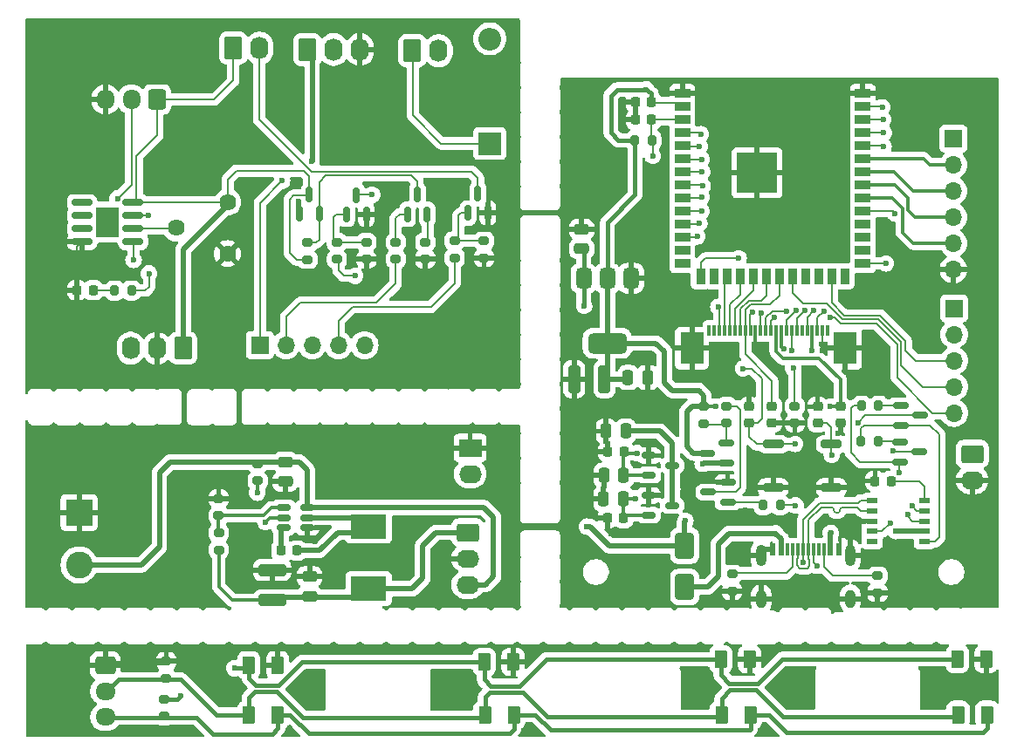
<source format=gbr>
%TF.GenerationSoftware,KiCad,Pcbnew,8.0.3*%
%TF.CreationDate,2025-03-22T09:10:22+07:00*%
%TF.ProjectId,ES32_SmartBox,45533332-5f53-46d6-9172-74426f782e6b,rev?*%
%TF.SameCoordinates,Original*%
%TF.FileFunction,Copper,L1,Top*%
%TF.FilePolarity,Positive*%
%FSLAX46Y46*%
G04 Gerber Fmt 4.6, Leading zero omitted, Abs format (unit mm)*
G04 Created by KiCad (PCBNEW 8.0.3) date 2025-03-22 09:10:22*
%MOMM*%
%LPD*%
G01*
G04 APERTURE LIST*
G04 Aperture macros list*
%AMRoundRect*
0 Rectangle with rounded corners*
0 $1 Rounding radius*
0 $2 $3 $4 $5 $6 $7 $8 $9 X,Y pos of 4 corners*
0 Add a 4 corners polygon primitive as box body*
4,1,4,$2,$3,$4,$5,$6,$7,$8,$9,$2,$3,0*
0 Add four circle primitives for the rounded corners*
1,1,$1+$1,$2,$3*
1,1,$1+$1,$4,$5*
1,1,$1+$1,$6,$7*
1,1,$1+$1,$8,$9*
0 Add four rect primitives between the rounded corners*
20,1,$1+$1,$2,$3,$4,$5,0*
20,1,$1+$1,$4,$5,$6,$7,0*
20,1,$1+$1,$6,$7,$8,$9,0*
20,1,$1+$1,$8,$9,$2,$3,0*%
G04 Aperture macros list end*
%TA.AperFunction,ComponentPad*%
%ADD10RoundRect,0.250000X-0.620000X-0.845000X0.620000X-0.845000X0.620000X0.845000X-0.620000X0.845000X0*%
%TD*%
%TA.AperFunction,ComponentPad*%
%ADD11O,1.740000X2.190000*%
%TD*%
%TA.AperFunction,SMDPad,CuDef*%
%ADD12R,3.500000X2.350000*%
%TD*%
%TA.AperFunction,ComponentPad*%
%ADD13RoundRect,0.250000X0.620000X0.845000X-0.620000X0.845000X-0.620000X-0.845000X0.620000X-0.845000X0*%
%TD*%
%TA.AperFunction,SMDPad,CuDef*%
%ADD14R,0.600000X1.240000*%
%TD*%
%TA.AperFunction,SMDPad,CuDef*%
%ADD15R,0.300000X1.240000*%
%TD*%
%TA.AperFunction,ComponentPad*%
%ADD16O,1.000000X2.100000*%
%TD*%
%TA.AperFunction,ComponentPad*%
%ADD17O,1.000000X1.800000*%
%TD*%
%TA.AperFunction,ComponentPad*%
%ADD18R,1.700000X1.700000*%
%TD*%
%TA.AperFunction,ComponentPad*%
%ADD19O,1.700000X1.700000*%
%TD*%
%TA.AperFunction,SMDPad,CuDef*%
%ADD20RoundRect,0.200000X-0.275000X0.200000X-0.275000X-0.200000X0.275000X-0.200000X0.275000X0.200000X0*%
%TD*%
%TA.AperFunction,ComponentPad*%
%ADD21RoundRect,0.250000X-0.725000X0.600000X-0.725000X-0.600000X0.725000X-0.600000X0.725000X0.600000X0*%
%TD*%
%TA.AperFunction,ComponentPad*%
%ADD22O,1.950000X1.700000*%
%TD*%
%TA.AperFunction,SMDPad,CuDef*%
%ADD23RoundRect,0.225000X0.225000X0.250000X-0.225000X0.250000X-0.225000X-0.250000X0.225000X-0.250000X0*%
%TD*%
%TA.AperFunction,SMDPad,CuDef*%
%ADD24RoundRect,0.225000X-0.225000X-0.250000X0.225000X-0.250000X0.225000X0.250000X-0.225000X0.250000X0*%
%TD*%
%TA.AperFunction,SMDPad,CuDef*%
%ADD25RoundRect,0.150000X0.587500X0.150000X-0.587500X0.150000X-0.587500X-0.150000X0.587500X-0.150000X0*%
%TD*%
%TA.AperFunction,SMDPad,CuDef*%
%ADD26RoundRect,0.200000X0.275000X-0.200000X0.275000X0.200000X-0.275000X0.200000X-0.275000X-0.200000X0*%
%TD*%
%TA.AperFunction,SMDPad,CuDef*%
%ADD27RoundRect,0.225000X-0.250000X0.225000X-0.250000X-0.225000X0.250000X-0.225000X0.250000X0.225000X0*%
%TD*%
%TA.AperFunction,SMDPad,CuDef*%
%ADD28RoundRect,0.150000X0.150000X-0.587500X0.150000X0.587500X-0.150000X0.587500X-0.150000X-0.587500X0*%
%TD*%
%TA.AperFunction,SMDPad,CuDef*%
%ADD29RoundRect,0.150000X0.512500X0.150000X-0.512500X0.150000X-0.512500X-0.150000X0.512500X-0.150000X0*%
%TD*%
%TA.AperFunction,SMDPad,CuDef*%
%ADD30RoundRect,0.250000X-1.100000X0.325000X-1.100000X-0.325000X1.100000X-0.325000X1.100000X0.325000X0*%
%TD*%
%TA.AperFunction,SMDPad,CuDef*%
%ADD31RoundRect,0.150000X-0.512500X-0.150000X0.512500X-0.150000X0.512500X0.150000X-0.512500X0.150000X0*%
%TD*%
%TA.AperFunction,SMDPad,CuDef*%
%ADD32RoundRect,0.225000X0.250000X-0.225000X0.250000X0.225000X-0.250000X0.225000X-0.250000X-0.225000X0*%
%TD*%
%TA.AperFunction,SMDPad,CuDef*%
%ADD33RoundRect,0.250000X0.325000X1.100000X-0.325000X1.100000X-0.325000X-1.100000X0.325000X-1.100000X0*%
%TD*%
%TA.AperFunction,ComponentPad*%
%ADD34R,2.600000X2.600000*%
%TD*%
%TA.AperFunction,ComponentPad*%
%ADD35C,2.600000*%
%TD*%
%TA.AperFunction,SMDPad,CuDef*%
%ADD36RoundRect,0.200000X0.200000X0.275000X-0.200000X0.275000X-0.200000X-0.275000X0.200000X-0.275000X0*%
%TD*%
%TA.AperFunction,SMDPad,CuDef*%
%ADD37RoundRect,0.250000X0.375000X0.625000X-0.375000X0.625000X-0.375000X-0.625000X0.375000X-0.625000X0*%
%TD*%
%TA.AperFunction,SMDPad,CuDef*%
%ADD38RoundRect,0.150000X-0.587500X-0.150000X0.587500X-0.150000X0.587500X0.150000X-0.587500X0.150000X0*%
%TD*%
%TA.AperFunction,SMDPad,CuDef*%
%ADD39R,0.300000X1.100000*%
%TD*%
%TA.AperFunction,SMDPad,CuDef*%
%ADD40R,2.300000X3.100000*%
%TD*%
%TA.AperFunction,SMDPad,CuDef*%
%ADD41RoundRect,0.250000X-0.250000X-0.475000X0.250000X-0.475000X0.250000X0.475000X-0.250000X0.475000X0*%
%TD*%
%TA.AperFunction,ComponentPad*%
%ADD42RoundRect,0.250000X-0.845000X0.620000X-0.845000X-0.620000X0.845000X-0.620000X0.845000X0.620000X0*%
%TD*%
%TA.AperFunction,ComponentPad*%
%ADD43O,2.190000X1.740000*%
%TD*%
%TA.AperFunction,SMDPad,CuDef*%
%ADD44RoundRect,0.250000X-0.475000X0.250000X-0.475000X-0.250000X0.475000X-0.250000X0.475000X0.250000X0*%
%TD*%
%TA.AperFunction,SMDPad,CuDef*%
%ADD45RoundRect,0.250000X0.475000X-0.250000X0.475000X0.250000X-0.475000X0.250000X-0.475000X-0.250000X0*%
%TD*%
%TA.AperFunction,SMDPad,CuDef*%
%ADD46RoundRect,0.200000X-0.800000X0.200000X-0.800000X-0.200000X0.800000X-0.200000X0.800000X0.200000X0*%
%TD*%
%TA.AperFunction,SMDPad,CuDef*%
%ADD47RoundRect,0.375000X-0.375000X0.625000X-0.375000X-0.625000X0.375000X-0.625000X0.375000X0.625000X0*%
%TD*%
%TA.AperFunction,SMDPad,CuDef*%
%ADD48RoundRect,0.500000X-1.400000X0.500000X-1.400000X-0.500000X1.400000X-0.500000X1.400000X0.500000X0*%
%TD*%
%TA.AperFunction,SMDPad,CuDef*%
%ADD49R,1.500000X0.900000*%
%TD*%
%TA.AperFunction,SMDPad,CuDef*%
%ADD50R,0.900000X1.500000*%
%TD*%
%TA.AperFunction,HeatsinkPad*%
%ADD51C,0.600000*%
%TD*%
%TA.AperFunction,SMDPad,CuDef*%
%ADD52R,3.900000X3.900000*%
%TD*%
%TA.AperFunction,SMDPad,CuDef*%
%ADD53RoundRect,0.250000X0.250000X0.475000X-0.250000X0.475000X-0.250000X-0.475000X0.250000X-0.475000X0*%
%TD*%
%TA.AperFunction,SMDPad,CuDef*%
%ADD54RoundRect,0.250000X-0.650000X1.000000X-0.650000X-1.000000X0.650000X-1.000000X0.650000X1.000000X0*%
%TD*%
%TA.AperFunction,ComponentPad*%
%ADD55R,2.200000X2.200000*%
%TD*%
%TA.AperFunction,ComponentPad*%
%ADD56O,2.200000X2.200000*%
%TD*%
%TA.AperFunction,SMDPad,CuDef*%
%ADD57RoundRect,0.218750X-0.218750X-0.256250X0.218750X-0.256250X0.218750X0.256250X-0.218750X0.256250X0*%
%TD*%
%TA.AperFunction,SMDPad,CuDef*%
%ADD58R,1.100000X0.510000*%
%TD*%
%TA.AperFunction,ComponentPad*%
%ADD59C,1.620000*%
%TD*%
%TA.AperFunction,ComponentPad*%
%ADD60RoundRect,0.250000X0.600000X0.725000X-0.600000X0.725000X-0.600000X-0.725000X0.600000X-0.725000X0*%
%TD*%
%TA.AperFunction,ComponentPad*%
%ADD61O,1.700000X1.950000*%
%TD*%
%TA.AperFunction,ComponentPad*%
%ADD62R,2.190000X1.740000*%
%TD*%
%TA.AperFunction,SMDPad,CuDef*%
%ADD63RoundRect,0.150000X-0.825000X-0.150000X0.825000X-0.150000X0.825000X0.150000X-0.825000X0.150000X0*%
%TD*%
%TA.AperFunction,HeatsinkPad*%
%ADD64R,2.290000X3.000000*%
%TD*%
%TA.AperFunction,ViaPad*%
%ADD65C,0.600000*%
%TD*%
%TA.AperFunction,Conductor*%
%ADD66C,0.500000*%
%TD*%
%TA.AperFunction,Conductor*%
%ADD67C,0.200000*%
%TD*%
%TA.AperFunction,Conductor*%
%ADD68C,0.300000*%
%TD*%
%TA.AperFunction,Conductor*%
%ADD69C,0.400000*%
%TD*%
G04 APERTURE END LIST*
D10*
%TO.P,J11,1,Pin_1*%
%TO.N,+5P*%
X100482400Y-90373200D03*
D11*
%TO.P,J11,2,Pin_2*%
%TO.N,/Relay + Light/PWM*%
X103022400Y-90373200D03*
%TO.P,J11,3,Pin_3*%
%TO.N,GND*%
X105562400Y-90373200D03*
%TD*%
D12*
%TO.P,L1,1,1*%
%TO.N,Net-(U8-SW)*%
X106410000Y-136665000D03*
%TO.P,L1,2,2*%
%TO.N,+5V*%
X106410000Y-142715000D03*
%TD*%
D13*
%TO.P,J10,1,Pin_1*%
%TO.N,+5V*%
X88420000Y-119370000D03*
D11*
%TO.P,J10,2,Pin_2*%
%TO.N,GND*%
X85880000Y-119370000D03*
%TO.P,J10,3,Pin_3*%
%TO.N,+12V*%
X83340000Y-119370000D03*
%TD*%
D14*
%TO.P,J1,A1,GND*%
%TO.N,GND*%
X145620000Y-138900000D03*
%TO.P,J1,A4,VBUS*%
%TO.N,Net-(D7-A)*%
X146420000Y-138900000D03*
D15*
%TO.P,J1,A5,CC1*%
%TO.N,Net-(J1-CC1)*%
X147570000Y-138900000D03*
%TO.P,J1,A6,D+*%
%TO.N,D+*%
X148570000Y-138900000D03*
%TO.P,J1,A7,D-*%
%TO.N,D-*%
X149070000Y-138900000D03*
%TO.P,J1,A8,SBU1*%
%TO.N,unconnected-(J1-SBU1-PadA8)*%
X150070000Y-138900000D03*
D14*
%TO.P,J1,A9,VBUS*%
%TO.N,Net-(D7-A)*%
X151220000Y-138900000D03*
%TO.P,J1,A12,GND*%
%TO.N,GND*%
X152020000Y-138900000D03*
%TO.P,J1,B1,GND*%
X152020000Y-138900000D03*
%TO.P,J1,B4,VBUS*%
%TO.N,Net-(D7-A)*%
X151220000Y-138900000D03*
D15*
%TO.P,J1,B5,CC2*%
%TO.N,Net-(J1-CC2)*%
X150570000Y-138900000D03*
%TO.P,J1,B6,D+*%
%TO.N,D+*%
X149570000Y-138900000D03*
%TO.P,J1,B7,D-*%
%TO.N,D-*%
X148070000Y-138900000D03*
%TO.P,J1,B8,SBU2*%
%TO.N,unconnected-(J1-SBU2-PadB8)*%
X147070000Y-138900000D03*
D14*
%TO.P,J1,B9,VBUS*%
%TO.N,Net-(D7-A)*%
X146420000Y-138900000D03*
%TO.P,J1,B12,GND*%
%TO.N,GND*%
X145620000Y-138900000D03*
D16*
%TO.P,J1,S1,SHIELD*%
X144500000Y-139500000D03*
D17*
X144500000Y-143700000D03*
D16*
X153140000Y-139500000D03*
D17*
X153140000Y-143700000D03*
%TD*%
D18*
%TO.P,J8,1,Pin_1*%
%TO.N,/Relay + Light/PWM*%
X95870000Y-119070000D03*
D19*
%TO.P,J8,2,Pin_2*%
%TO.N,/Relay + Light/SER_EN*%
X98410000Y-119070000D03*
%TO.P,J8,3,Pin_3*%
%TO.N,/Relay + Light/SEN_DETECT*%
X100950000Y-119070000D03*
%TO.P,J8,4,Pin_4*%
%TO.N,/Relay + Light/BUZZER_CTRL*%
X103490000Y-119070000D03*
%TO.P,J8,5,Pin_5*%
%TO.N,/Relay + Light/SOLENOID_CTRL*%
X106030000Y-119070000D03*
%TD*%
D10*
%TO.P,J4,1,Pin_1*%
%TO.N,+12V*%
X110660800Y-90481800D03*
D11*
%TO.P,J4,2,Pin_2*%
%TO.N,Net-(D1-A)*%
X113200800Y-90481800D03*
%TD*%
D20*
%TO.P,R22,1*%
%TO.N,Net-(J1-CC2)*%
X155780000Y-141465000D03*
%TO.P,R22,2*%
%TO.N,GND*%
X155780000Y-143115000D03*
%TD*%
D21*
%TO.P,J2,1,Pin_1*%
%TO.N,GND1*%
X80886667Y-150190000D03*
D22*
%TO.P,J2,2,Pin_2*%
%TO.N,/Relay + Light/Sensor*%
X80886667Y-152690000D03*
%TO.P,J2,3,Pin_3*%
%TO.N,+5VA*%
X80886667Y-155190000D03*
%TD*%
D23*
%TO.P,C6,1*%
%TO.N,/MAIN MODULE/RESET*%
X133850000Y-97195000D03*
%TO.P,C6,2*%
%TO.N,GND*%
X132300000Y-97195000D03*
%TD*%
D24*
%TO.P,C19,1*%
%TO.N,GND*%
X129627500Y-129417500D03*
%TO.P,C19,2*%
%TO.N,+1V2*%
X131177500Y-129417500D03*
%TD*%
D25*
%TO.P,Q10,1,B*%
%TO.N,Net-(Q10-B)*%
X141237500Y-134302500D03*
%TO.P,Q10,2,E*%
%TO.N,GND*%
X141237500Y-132402500D03*
%TO.P,Q10,3,C*%
%TO.N,Net-(Q10-C)*%
X139362500Y-133352500D03*
%TD*%
D20*
%TO.P,R9,1*%
%TO.N,GND1*%
X86790000Y-149755000D03*
%TO.P,R9,2*%
%TO.N,/Relay + Light/Sensor*%
X86790000Y-151405000D03*
%TD*%
%TO.P,R18,1*%
%TO.N,VCC*%
X95650000Y-130605000D03*
%TO.P,R18,2*%
%TO.N,Net-(U8-EN)*%
X95650000Y-132255000D03*
%TD*%
D26*
%TO.P,R16,1*%
%TO.N,+5V*%
X91880000Y-138950000D03*
%TO.P,R16,2*%
%TO.N,Net-(U8-FB)*%
X91880000Y-137300000D03*
%TD*%
D27*
%TO.P,C3,1*%
%TO.N,+3V3*%
X152165000Y-125060000D03*
%TO.P,C3,2*%
%TO.N,GND*%
X152165000Y-126610000D03*
%TD*%
D28*
%TO.P,Q3,1,B*%
%TO.N,Net-(Q3-B)*%
X110200000Y-106360000D03*
%TO.P,Q3,2,E*%
%TO.N,Net-(Q3-E)*%
X112100000Y-106360000D03*
%TO.P,Q3,3,C*%
%TO.N,Net-(Q3-C)*%
X111150000Y-104485000D03*
%TD*%
D29*
%TO.P,U8,1,GND*%
%TO.N,GND*%
X100460000Y-136765000D03*
%TO.P,U8,2,SW*%
%TO.N,Net-(U8-SW)*%
X100460000Y-135815000D03*
%TO.P,U8,3,VIN*%
%TO.N,VCC*%
X100460000Y-134865000D03*
%TO.P,U8,4,FB*%
%TO.N,Net-(U8-FB)*%
X98185000Y-134865000D03*
%TO.P,U8,5,EN*%
%TO.N,Net-(U8-EN)*%
X98185000Y-135815000D03*
%TO.P,U8,6,BS*%
%TO.N,Net-(U8-BS)*%
X98185000Y-136765000D03*
%TD*%
D20*
%TO.P,R14,1*%
%TO.N,Net-(Q10-C)*%
X141131666Y-125010000D03*
%TO.P,R14,2*%
%TO.N,Net-(Q9-G)*%
X141131666Y-126660000D03*
%TD*%
D30*
%TO.P,C11,1*%
%TO.N,GND*%
X97060000Y-140900000D03*
%TO.P,C11,2*%
%TO.N,+5V*%
X97060000Y-143850000D03*
%TD*%
D31*
%TO.P,U5,1,GND*%
%TO.N,GND*%
X133585000Y-133680000D03*
%TO.P,U5,2,VO*%
%TO.N,+2V8*%
X133585000Y-135580000D03*
%TO.P,U5,3,VI*%
%TO.N,Net-(Q9-D)*%
X135860000Y-134630000D03*
%TD*%
D32*
%TO.P,C5,1*%
%TO.N,/MAIN MODULE/RESET*%
X143338332Y-126610000D03*
%TO.P,C5,2*%
%TO.N,GND*%
X143338332Y-125060000D03*
%TD*%
D18*
%TO.P,J7,1,Pin_1*%
%TO.N,/MAIN MODULE/PWM*%
X163190000Y-115500000D03*
D19*
%TO.P,J7,2,Pin_2*%
%TO.N,/MAIN MODULE/SER_EN*%
X163190000Y-118040000D03*
%TO.P,J7,3,Pin_3*%
%TO.N,/MAIN MODULE/SEN_DETECT*%
X163190000Y-120580000D03*
%TO.P,J7,4,Pin_4*%
%TO.N,/MAIN MODULE/BUZZER_CTRL*%
X163190000Y-123120000D03*
%TO.P,J7,5,Pin_5*%
%TO.N,/MAIN MODULE/SOLENOID_CTRL*%
X163190000Y-125660000D03*
%TD*%
D33*
%TO.P,C13,1*%
%TO.N,+3V3*%
X129295000Y-122370000D03*
%TO.P,C13,2*%
%TO.N,GND*%
X126345000Y-122370000D03*
%TD*%
D25*
%TO.P,Q9,1,D*%
%TO.N,Net-(Q9-D)*%
X141100000Y-130500000D03*
%TO.P,Q9,2,G*%
%TO.N,Net-(Q9-G)*%
X141100000Y-128600000D03*
%TO.P,Q9,3,S*%
%TO.N,+3V3*%
X139225000Y-129550000D03*
%TD*%
D26*
%TO.P,R2,1*%
%TO.N,GND*%
X106196666Y-110740000D03*
%TO.P,R2,2*%
%TO.N,Net-(Q1-B)*%
X106196666Y-109090000D03*
%TD*%
%TO.P,R1,1*%
%TO.N,/Relay + Light/SOLENOID_CTRL*%
X103343333Y-110740000D03*
%TO.P,R1,2*%
%TO.N,Net-(Q1-B)*%
X103343333Y-109090000D03*
%TD*%
D34*
%TO.P,J5,1,Pin_1*%
%TO.N,GND*%
X78345000Y-135330000D03*
D35*
%TO.P,J5,2,Pin_2*%
%TO.N,VCC*%
X78345000Y-140410000D03*
%TD*%
D36*
%TO.P,R13,1*%
%TO.N,/MAIN MODULE/CAM_PIN_PWDN*%
X146325000Y-134620000D03*
%TO.P,R13,2*%
%TO.N,Net-(Q10-B)*%
X144675000Y-134620000D03*
%TD*%
D24*
%TO.P,C7,1*%
%TO.N,Net-(U8-BS)*%
X97915000Y-139020000D03*
%TO.P,C7,2*%
%TO.N,Net-(U8-SW)*%
X99465000Y-139020000D03*
%TD*%
D37*
%TO.P,D2,1,K*%
%TO.N,GND1*%
X97590000Y-150150000D03*
%TO.P,D2,2,A*%
%TO.N,Net-(D2-A)*%
X94790000Y-150150000D03*
%TD*%
D20*
%TO.P,R21,1*%
%TO.N,Net-(J1-CC1)*%
X141670000Y-141295000D03*
%TO.P,R21,2*%
%TO.N,GND*%
X141670000Y-142945000D03*
%TD*%
D38*
%TO.P,Q11,1,B*%
%TO.N,Net-(Q11-B)*%
X158050000Y-124952500D03*
%TO.P,Q11,2,E*%
%TO.N,Net-(Q11-E)*%
X158050000Y-126852500D03*
%TO.P,Q11,3,C*%
%TO.N,/MAIN MODULE/RESET*%
X159925000Y-125902500D03*
%TD*%
D39*
%TO.P,U3,1,D0*%
%TO.N,unconnected-(U3-D0-Pad1)*%
X139440000Y-117680000D03*
%TO.P,U3,2,D1*%
%TO.N,unconnected-(U3-D1-Pad2)*%
X139940000Y-117680000D03*
%TO.P,U3,3,D4*%
%TO.N,/MAIN MODULE/CAM_PIN_D2*%
X140440000Y-117680000D03*
%TO.P,U3,4,D3*%
%TO.N,/MAIN MODULE/CAM_PIN_D1*%
X140940000Y-117680000D03*
%TO.P,U3,5,D5*%
%TO.N,/MAIN MODULE/CAM_PIN_D3*%
X141440000Y-117680000D03*
%TO.P,U3,6,D2*%
%TO.N,/MAIN MODULE/CAM_PIN_D0*%
X141940000Y-117680000D03*
%TO.P,U3,7,D6*%
%TO.N,/MAIN MODULE/CAM_PIN_D4*%
X142440000Y-117680000D03*
%TO.P,U3,8,PCLK*%
%TO.N,/MAIN MODULE/CAM_PIN_PCLK*%
X142940000Y-117680000D03*
%TO.P,U3,9,D7*%
%TO.N,/MAIN MODULE/CAM_PIN_D5*%
X143440000Y-117680000D03*
%TO.P,U3,10,DGND*%
%TO.N,GND*%
X143940000Y-117680000D03*
%TO.P,U3,11,D8*%
%TO.N,/MAIN MODULE/CAM_PIN_D6*%
X144440000Y-117680000D03*
%TO.P,U3,12,XCLK*%
%TO.N,/MAIN MODULE/CAM_PIN_XCLK*%
X144940000Y-117680000D03*
%TO.P,U3,13,D9*%
%TO.N,/MAIN MODULE/CAM_PIN_D7*%
X145440000Y-117680000D03*
%TO.P,U3,14,DOVDD*%
%TO.N,+3V3*%
X145940000Y-117680000D03*
%TO.P,U3,15,DVDD*%
%TO.N,+1V2*%
X146440000Y-117680000D03*
%TO.P,U3,16,HREF*%
%TO.N,/MAIN MODULE/CAM_PIN_HREF*%
X146940000Y-117680000D03*
%TO.P,U3,17,PWDN*%
%TO.N,Net-(U3-PWDN)*%
X147440000Y-117680000D03*
%TO.P,U3,18,VSYNC*%
%TO.N,/MAIN MODULE/CAM_PIN_VSYNC*%
X147940000Y-117680000D03*
%TO.P,U3,19,RESET*%
%TO.N,/MAIN MODULE/CAM_RST*%
X148440000Y-117680000D03*
%TO.P,U3,20,SIOC*%
%TO.N,/MAIN MODULE/CAM_PIN_SIOC*%
X148940000Y-117680000D03*
%TO.P,U3,21,AVDD*%
%TO.N,+2V8*%
X149440000Y-117680000D03*
%TO.P,U3,22,SOID*%
%TO.N,/MAIN MODULE/CAM_PIN_SIOD*%
X149940000Y-117680000D03*
%TO.P,U3,23,AGND*%
%TO.N,GND*%
X150440000Y-117680000D03*
%TO.P,U3,24,STROBE*%
%TO.N,unconnected-(U3-STROBE-Pad24)*%
X150940000Y-117680000D03*
D40*
%TO.P,U3,MP,PAD*%
%TO.N,GND*%
X137770000Y-119380000D03*
X152610000Y-119380000D03*
%TD*%
D41*
%TO.P,C15,1*%
%TO.N,GND*%
X129452500Y-127430000D03*
%TO.P,C15,2*%
%TO.N,Net-(Q9-D)*%
X131352500Y-127430000D03*
%TD*%
D36*
%TO.P,R19,1*%
%TO.N,Net-(Q12-B)*%
X155810000Y-128440000D03*
%TO.P,R19,2*%
%TO.N,Net-(Q11-E)*%
X154160000Y-128440000D03*
%TD*%
D28*
%TO.P,Q4,1,D*%
%TO.N,+5P*%
X99720000Y-106337500D03*
%TO.P,Q4,2,G*%
%TO.N,Net-(Q3-C)*%
X101620000Y-106337500D03*
%TO.P,Q4,3,S*%
%TO.N,+5V*%
X100670000Y-104462500D03*
%TD*%
D36*
%TO.P,R10,1*%
%TO.N,/Relay + Light/SEN_DETECT*%
X83412500Y-113780000D03*
%TO.P,R10,2*%
%TO.N,Net-(D4-A)*%
X81762500Y-113780000D03*
%TD*%
D42*
%TO.P,J10,1,Pin_1*%
%TO.N,+5V*%
X116030000Y-137260000D03*
D43*
%TO.P,J10,2,Pin_2*%
%TO.N,GND*%
X116030000Y-139800000D03*
%TO.P,J10,3,Pin_3*%
%TO.N,VCC*%
X116030000Y-142340000D03*
%TD*%
D44*
%TO.P,C10,1*%
%TO.N,GND*%
X100690000Y-141545000D03*
%TO.P,C10,2*%
%TO.N,+5V*%
X100690000Y-143445000D03*
%TD*%
D45*
%TO.P,C8,1*%
%TO.N,GND*%
X98330000Y-132320000D03*
%TO.P,C8,2*%
%TO.N,VCC*%
X98330000Y-130420000D03*
%TD*%
D46*
%TO.P,SW1,1,1*%
%TO.N,/MAIN MODULE/BOOT*%
X151300000Y-128700000D03*
%TO.P,SW1,2,2*%
%TO.N,GND*%
X151300000Y-132900000D03*
%TD*%
D37*
%TO.P,Q6,1*%
%TO.N,+5VA*%
X120500000Y-154960000D03*
%TO.P,Q6,2*%
%TO.N,/Relay + Light/Sensor*%
X117700000Y-154960000D03*
%TD*%
D41*
%TO.P,C18,1*%
%TO.N,GND*%
X129232500Y-131717500D03*
%TO.P,C18,2*%
%TO.N,+1V2*%
X131132500Y-131717500D03*
%TD*%
D24*
%TO.P,C17,1*%
%TO.N,GND*%
X129577500Y-135887500D03*
%TO.P,C17,2*%
%TO.N,+2V8*%
X131127500Y-135887500D03*
%TD*%
D10*
%TO.P,J6,1,Pin_1*%
%TO.N,+5V*%
X93290000Y-90230000D03*
D11*
%TO.P,J6,2,Pin_2*%
%TO.N,Net-(J6-Pin_2)*%
X95830000Y-90230000D03*
%TD*%
D28*
%TO.P,Q1,1,B*%
%TO.N,Net-(Q1-B)*%
X104290000Y-106380000D03*
%TO.P,Q1,2,E*%
%TO.N,GND*%
X106190000Y-106380000D03*
%TO.P,Q1,3,C*%
%TO.N,Net-(D1-A)*%
X105240000Y-104505000D03*
%TD*%
D20*
%TO.P,R8,1*%
%TO.N,Net-(D2-A)*%
X86570000Y-153465000D03*
%TO.P,R8,2*%
%TO.N,+5VA*%
X86570000Y-155115000D03*
%TD*%
D32*
%TO.P,C1,1*%
%TO.N,/MAIN MODULE/BOOT*%
X149958330Y-126610000D03*
%TO.P,C1,2*%
%TO.N,GND*%
X149958330Y-125060000D03*
%TD*%
D26*
%TO.P,R7,1*%
%TO.N,+5V*%
X100490000Y-110765000D03*
%TO.P,R7,2*%
%TO.N,Net-(Q3-C)*%
X100490000Y-109115000D03*
%TD*%
D42*
%TO.P,J9,1,Pin_1*%
%TO.N,+5V*%
X164960000Y-129640000D03*
D43*
%TO.P,J9,2,Pin_2*%
%TO.N,GND*%
X164960000Y-132180000D03*
%TD*%
D47*
%TO.P,U4,1,GND*%
%TO.N,GND*%
X131870000Y-112590000D03*
%TO.P,U4,2,VO*%
%TO.N,+3V3*%
X129570000Y-112590000D03*
D48*
X129570000Y-118890000D03*
D47*
%TO.P,U4,3,VI*%
%TO.N,+5V*%
X127270000Y-112590000D03*
%TD*%
D49*
%TO.P,U1,1,GND*%
%TO.N,GND*%
X136850000Y-94630000D03*
%TO.P,U1,2,3V3*%
%TO.N,+3V3*%
X136850000Y-95900000D03*
%TO.P,U1,3,EN*%
%TO.N,/MAIN MODULE/RESET*%
X136850000Y-97170000D03*
%TO.P,U1,4,IO4*%
%TO.N,/MAIN MODULE/CAM_PIN_SIOD*%
X136850000Y-98440000D03*
%TO.P,U1,5,IO5*%
%TO.N,/MAIN MODULE/CAM_PIN_SIOC*%
X136850000Y-99710000D03*
%TO.P,U1,6,IO6*%
%TO.N,/MAIN MODULE/CAM_PIN_VSYNC*%
X136850000Y-100980000D03*
%TO.P,U1,7,IO7*%
%TO.N,/MAIN MODULE/CAM_PIN_HREF*%
X136850000Y-102250000D03*
%TO.P,U1,8,IO15*%
%TO.N,/MAIN MODULE/CAM_PIN_XCLK*%
X136850000Y-103520000D03*
%TO.P,U1,9,IO16*%
%TO.N,/MAIN MODULE/CAM_PIN_D7*%
X136850000Y-104790000D03*
%TO.P,U1,10,IO17*%
%TO.N,/MAIN MODULE/CAM_PIN_D6*%
X136850000Y-106060000D03*
%TO.P,U1,11,IO18*%
%TO.N,/MAIN MODULE/CAM_PIN_D5*%
X136850000Y-107330000D03*
%TO.P,U1,12,IO8*%
%TO.N,/MAIN MODULE/CAM_PIN_D2*%
X136850000Y-108600000D03*
%TO.P,U1,13,IO19*%
%TO.N,unconnected-(U1-IO19-Pad13)*%
X136850000Y-109870000D03*
%TO.P,U1,14,IO20*%
%TO.N,unconnected-(U1-IO20-Pad14)*%
X136850000Y-111140000D03*
D50*
%TO.P,U1,15,IO3*%
%TO.N,/MAIN MODULE/SOLENOID_CTRL*%
X138615000Y-112390000D03*
%TO.P,U1,16,IO46*%
%TO.N,unconnected-(U1-IO46-Pad16)*%
X139885000Y-112390000D03*
%TO.P,U1,17,IO9*%
%TO.N,/MAIN MODULE/CAM_PIN_D1*%
X141155000Y-112390000D03*
%TO.P,U1,18,IO10*%
%TO.N,/MAIN MODULE/CAM_PIN_D3*%
X142425000Y-112390000D03*
%TO.P,U1,19,IO11*%
%TO.N,/MAIN MODULE/CAM_PIN_D0*%
X143695000Y-112390000D03*
%TO.P,U1,20,IO12*%
%TO.N,/MAIN MODULE/CAM_PIN_D4*%
X144965000Y-112390000D03*
%TO.P,U1,21,IO13*%
%TO.N,/MAIN MODULE/CAM_PIN_PCLK*%
X146235000Y-112390000D03*
%TO.P,U1,22,IO14*%
%TO.N,/MAIN MODULE/BUZZER_CTRL*%
X147505000Y-112390000D03*
%TO.P,U1,23,IO21*%
%TO.N,unconnected-(U1-IO21-Pad23)*%
X148775000Y-112390000D03*
%TO.P,U1,24,IO47*%
%TO.N,unconnected-(U1-IO47-Pad24)*%
X150045000Y-112390000D03*
%TO.P,U1,25,IO48*%
%TO.N,/MAIN MODULE/SEN_DETECT*%
X151315000Y-112390000D03*
%TO.P,U1,26,IO45*%
%TO.N,unconnected-(U1-IO45-Pad26)*%
X152585000Y-112390000D03*
D49*
%TO.P,U1,27,IO0*%
%TO.N,/MAIN MODULE/BOOT*%
X154350000Y-111140000D03*
%TO.P,U1,28,IO35*%
%TO.N,unconnected-(U1-IO35-Pad28)*%
X154350000Y-109870000D03*
%TO.P,U1,29,IO36*%
%TO.N,unconnected-(U1-IO36-Pad29)*%
X154350000Y-108600000D03*
%TO.P,U1,30,IO37*%
%TO.N,unconnected-(U1-IO37-Pad30)*%
X154350000Y-107330000D03*
%TO.P,U1,31,IO38*%
%TO.N,/MAIN MODULE/CAM_PIN_PWDN*%
X154350000Y-106060000D03*
%TO.P,U1,32,IO39*%
%TO.N,unconnected-(U1-IO39-Pad32)*%
X154350000Y-104790000D03*
%TO.P,U1,33,IO40*%
%TO.N,unconnected-(U1-IO40-Pad33)*%
X154350000Y-103520000D03*
%TO.P,U1,34,IO41*%
%TO.N,unconnected-(U1-IO41-Pad34)*%
X154350000Y-102250000D03*
%TO.P,U1,35,IO42*%
%TO.N,unconnected-(U1-IO42-Pad35)*%
X154350000Y-100980000D03*
%TO.P,U1,36,RXD0*%
%TO.N,USB_TX*%
X154350000Y-99710000D03*
%TO.P,U1,37,TXD0*%
%TO.N,USB_RX*%
X154350000Y-98440000D03*
%TO.P,U1,38,IO2*%
%TO.N,/MAIN MODULE/SER_EN*%
X154350000Y-97170000D03*
%TO.P,U1,39,IO1*%
%TO.N,/MAIN MODULE/PWM*%
X154350000Y-95900000D03*
%TO.P,U1,40,GND*%
%TO.N,GND*%
X154350000Y-94630000D03*
D51*
%TO.P,U1,41,GND*%
X142700000Y-101650000D03*
X142700000Y-103050000D03*
X143400000Y-100950000D03*
X143400000Y-102350000D03*
X143400000Y-103750000D03*
X144100000Y-101650000D03*
D52*
X144100000Y-102350000D03*
D51*
X144100000Y-103050000D03*
X144800000Y-100950000D03*
X144800000Y-102350000D03*
X144800000Y-103750000D03*
X145500000Y-101650000D03*
X145500000Y-103050000D03*
%TD*%
D18*
%TO.P,REF\u002A\u002A,1*%
%TO.N,+3V3*%
X163140000Y-99030000D03*
D19*
%TO.P,REF\u002A\u002A,2*%
%TO.N,unconnected-(U1-IO42-Pad35)*%
X163140000Y-101570000D03*
%TO.P,REF\u002A\u002A,3*%
%TO.N,unconnected-(U1-IO41-Pad34)*%
X163140000Y-104110000D03*
%TO.P,REF\u002A\u002A,4*%
%TO.N,unconnected-(U1-IO40-Pad33)*%
X163140000Y-106650000D03*
%TO.P,REF\u002A\u002A,5*%
%TO.N,unconnected-(U1-IO39-Pad32)*%
X163140000Y-109190000D03*
%TO.P,REF\u002A\u002A,6*%
%TO.N,GND*%
X163140000Y-111730000D03*
%TD*%
D53*
%TO.P,C14,1*%
%TO.N,GND*%
X133480000Y-122220000D03*
%TO.P,C14,2*%
%TO.N,+3V3*%
X131580000Y-122220000D03*
%TD*%
D37*
%TO.P,D3,1,K*%
%TO.N,GND1*%
X120430000Y-149830000D03*
%TO.P,D3,2,A*%
%TO.N,Net-(D2-A)*%
X117630000Y-149830000D03*
%TD*%
D26*
%TO.P,R12,1*%
%TO.N,Net-(Q9-G)*%
X138930000Y-126675000D03*
%TO.P,R12,2*%
%TO.N,+3V3*%
X138930000Y-125025000D03*
%TD*%
D37*
%TO.P,D6,1,K*%
%TO.N,GND1*%
X166316667Y-149540000D03*
%TO.P,D6,2,A*%
%TO.N,Net-(D2-A)*%
X163516667Y-149540000D03*
%TD*%
%TO.P,Q7,1*%
%TO.N,+5VA*%
X143443333Y-154960000D03*
%TO.P,Q7,2*%
%TO.N,/Relay + Light/Sensor*%
X140643333Y-154960000D03*
%TD*%
D54*
%TO.P,D7,1,K*%
%TO.N,+5V*%
X137060000Y-138550000D03*
%TO.P,D7,2,A*%
%TO.N,Net-(D7-A)*%
X137060000Y-142550000D03*
%TD*%
D46*
%TO.P,SW2,1,1*%
%TO.N,/MAIN MODULE/RESET*%
X145650000Y-128700000D03*
%TO.P,SW2,2,2*%
%TO.N,GND*%
X145650000Y-132900000D03*
%TD*%
D55*
%TO.P,D1,1,K*%
%TO.N,+12V*%
X118160800Y-99491800D03*
D56*
%TO.P,D1,2,A*%
%TO.N,Net-(D1-A)*%
X118160800Y-89331800D03*
%TD*%
D36*
%TO.P,R15,1*%
%TO.N,/MAIN MODULE/RESET*%
X133900000Y-99180000D03*
%TO.P,R15,2*%
%TO.N,+3V3*%
X132250000Y-99180000D03*
%TD*%
D37*
%TO.P,Q8,1*%
%TO.N,+5VA*%
X166386667Y-154960000D03*
%TO.P,Q8,2*%
%TO.N,/Relay + Light/Sensor*%
X163586667Y-154960000D03*
%TD*%
D26*
%TO.P,R4,1*%
%TO.N,GND*%
X117610000Y-110605000D03*
%TO.P,R4,2*%
%TO.N,Net-(Q2-B)*%
X117610000Y-108955000D03*
%TD*%
D23*
%TO.P,C9,1*%
%TO.N,Net-(U7-V3)*%
X157090000Y-132260000D03*
%TO.P,C9,2*%
%TO.N,GND*%
X155540000Y-132260000D03*
%TD*%
D37*
%TO.P,Q5,1*%
%TO.N,+5VA*%
X97630000Y-154960000D03*
%TO.P,Q5,2*%
%TO.N,/Relay + Light/Sensor*%
X94830000Y-154960000D03*
%TD*%
D31*
%TO.P,U6,1,GND*%
%TO.N,GND*%
X133605000Y-129797500D03*
%TO.P,U6,2,VO*%
%TO.N,+1V2*%
X133605000Y-131697500D03*
%TO.P,U6,3,VI*%
%TO.N,Net-(Q9-D)*%
X135880000Y-130747500D03*
%TD*%
D37*
%TO.P,D5,1,K*%
%TO.N,GND1*%
X143373333Y-149580000D03*
%TO.P,D5,2,A*%
%TO.N,Net-(D2-A)*%
X140573333Y-149580000D03*
%TD*%
D26*
%TO.P,R17,1*%
%TO.N,Net-(U8-FB)*%
X91870000Y-135635000D03*
%TO.P,R17,2*%
%TO.N,GND*%
X91870000Y-133985000D03*
%TD*%
D36*
%TO.P,R20,1*%
%TO.N,Net-(Q11-B)*%
X155880000Y-124960000D03*
%TO.P,R20,2*%
%TO.N,Net-(Q12-E)*%
X154230000Y-124960000D03*
%TD*%
D57*
%TO.P,D4,1,K*%
%TO.N,GND*%
X78125000Y-113740000D03*
%TO.P,D4,2,A*%
%TO.N,Net-(D4-A)*%
X79700000Y-113740000D03*
%TD*%
D41*
%TO.P,C16,1*%
%TO.N,GND*%
X129202500Y-133987500D03*
%TO.P,C16,2*%
%TO.N,+2V8*%
X131102500Y-133987500D03*
%TD*%
D28*
%TO.P,Q2,1,B*%
%TO.N,Net-(Q2-B)*%
X116065000Y-106245000D03*
%TO.P,Q2,2,E*%
%TO.N,GND*%
X117965000Y-106245000D03*
%TO.P,Q2,3,C*%
%TO.N,Net-(J6-Pin_2)*%
X117015000Y-104370000D03*
%TD*%
D20*
%TO.P,R11,1*%
%TO.N,Net-(U3-PWDN)*%
X147751664Y-125010000D03*
%TO.P,R11,2*%
%TO.N,GND*%
X147751664Y-126660000D03*
%TD*%
D38*
%TO.P,Q12,1,B*%
%TO.N,Net-(Q12-B)*%
X157950000Y-128500000D03*
%TO.P,Q12,2,E*%
%TO.N,Net-(Q12-E)*%
X157950000Y-130400000D03*
%TO.P,Q12,3,C*%
%TO.N,/MAIN MODULE/BOOT*%
X159825000Y-129450000D03*
%TD*%
D26*
%TO.P,R5,1*%
%TO.N,/Relay + Light/SER_EN*%
X109049999Y-110720000D03*
%TO.P,R5,2*%
%TO.N,Net-(Q3-B)*%
X109049999Y-109070000D03*
%TD*%
%TO.P,R3,1*%
%TO.N,/Relay + Light/BUZZER_CTRL*%
X114756665Y-110605000D03*
%TO.P,R3,2*%
%TO.N,Net-(Q2-B)*%
X114756665Y-108955000D03*
%TD*%
D44*
%TO.P,C12,1*%
%TO.N,GND*%
X127080000Y-107830000D03*
%TO.P,C12,2*%
%TO.N,+5V*%
X127080000Y-109730000D03*
%TD*%
D58*
%TO.P,U7,1,UD+*%
%TO.N,D+*%
X155240000Y-134160000D03*
%TO.P,U7,2,UD-*%
%TO.N,D-*%
X155240000Y-135160000D03*
%TO.P,U7,3,GND*%
%TO.N,GND*%
X155240000Y-136160000D03*
%TO.P,U7,4,DTR#*%
%TO.N,Net-(Q12-E)*%
X155240000Y-137160000D03*
%TO.P,U7,5,CTS#*%
%TO.N,unconnected-(U7-CTS#-Pad5)*%
X155240000Y-138160000D03*
%TO.P,U7,6,RTS#*%
%TO.N,Net-(Q11-E)*%
X160340000Y-138160000D03*
%TO.P,U7,7,VCC*%
%TO.N,+5V*%
X160340000Y-137160000D03*
%TO.P,U7,8,TXD*%
%TO.N,USB_TX*%
X160340000Y-136160000D03*
%TO.P,U7,9,RXD*%
%TO.N,USB_RX*%
X160340000Y-135160000D03*
%TO.P,U7,10,V3*%
%TO.N,Net-(U7-V3)*%
X160340000Y-134160000D03*
%TD*%
D59*
%TO.P,RV1,1,1*%
%TO.N,+5V*%
X92740000Y-105190000D03*
%TO.P,RV1,2,2*%
%TO.N,Net-(U2B--)*%
X87740000Y-107690000D03*
%TO.P,RV1,3,3*%
%TO.N,GND*%
X92740000Y-110190000D03*
%TD*%
D60*
%TO.P,J3,1,Pin_1*%
%TO.N,+5V*%
X85910000Y-95220000D03*
D61*
%TO.P,J3,2,Pin_2*%
%TO.N,Sensor_In*%
X83410000Y-95220000D03*
%TO.P,J3,3,Pin_3*%
%TO.N,GND*%
X80910000Y-95220000D03*
%TD*%
D26*
%TO.P,R6,1*%
%TO.N,GND*%
X111903332Y-110720000D03*
%TO.P,R6,2*%
%TO.N,Net-(Q3-E)*%
X111903332Y-109070000D03*
%TD*%
D62*
%TO.P,J9,1,Pin_1*%
%TO.N,GND*%
X116260000Y-129050000D03*
D43*
%TO.P,J9,2,Pin_2*%
%TO.N,+5V*%
X116260000Y-131590000D03*
%TD*%
D27*
%TO.P,C4,1*%
%TO.N,/MAIN MODULE/CAM_PIN_PCLK*%
X145544998Y-125060000D03*
%TO.P,C4,2*%
%TO.N,GND*%
X145544998Y-126610000D03*
%TD*%
D63*
%TO.P,U2,1*%
%TO.N,unconnected-(U2-Pad1)*%
X78620000Y-105230000D03*
%TO.P,U2,2,-*%
%TO.N,unconnected-(U2A---Pad2)*%
X78620000Y-106500000D03*
%TO.P,U2,3,+*%
%TO.N,unconnected-(U2A-+-Pad3)*%
X78620000Y-107770000D03*
%TO.P,U2,4,V-*%
%TO.N,GND*%
X78620000Y-109040000D03*
%TO.P,U2,5,+*%
%TO.N,Sensor_In*%
X83570000Y-109040000D03*
%TO.P,U2,6,-*%
%TO.N,Net-(U2B--)*%
X83570000Y-107770000D03*
%TO.P,U2,7*%
%TO.N,/Relay + Light/SEN_DETECT*%
X83570000Y-106500000D03*
%TO.P,U2,8,V+*%
%TO.N,+5V*%
X83570000Y-105230000D03*
D64*
%TO.P,U2,9,PAD*%
%TO.N,unconnected-(U2C-PAD-Pad9)*%
X81095000Y-107135000D03*
%TD*%
D23*
%TO.P,C2,1*%
%TO.N,+3V3*%
X133845000Y-95460000D03*
%TO.P,C2,2*%
%TO.N,GND*%
X132295000Y-95460000D03*
%TD*%
D65*
%TO.N,GND*%
X107442000Y-112547400D03*
%TO.N,+5P*%
X99644200Y-105150000D03*
X100888800Y-101244400D03*
%TO.N,/Relay + Light/PWM*%
X98018600Y-103124000D03*
%TO.N,GND*%
X101200000Y-138170000D03*
X151940000Y-127670000D03*
X133600000Y-130640000D03*
X131290000Y-95450000D03*
X144030000Y-119150000D03*
X133570000Y-134610000D03*
X90380000Y-100130000D03*
X129910000Y-137400000D03*
X150444200Y-119583200D03*
X95670000Y-137780000D03*
X128120000Y-129470000D03*
X110490000Y-109110000D03*
X143300000Y-123590000D03*
X143010000Y-135090000D03*
%TO.N,Net-(D1-A)*%
X106760000Y-104470000D03*
%TO.N,+5V*%
X157550000Y-137130000D03*
X127570000Y-136700000D03*
X127320000Y-115260000D03*
X137140000Y-136140000D03*
%TO.N,Net-(D7-A)*%
X151240000Y-137300000D03*
X145880000Y-137350000D03*
%TO.N,D+*%
X148570000Y-140150000D03*
X149880000Y-140510000D03*
%TO.N,/MAIN MODULE/RESET*%
X133970000Y-100710000D03*
X153886539Y-126584931D03*
X147770000Y-128670000D03*
X142730000Y-121340000D03*
%TO.N,/MAIN MODULE/BOOT*%
X156591000Y-111140000D03*
X157260000Y-129310000D03*
X151340000Y-129750000D03*
%TO.N,Net-(Q12-E)*%
X157030331Y-136339669D03*
X157900000Y-131460000D03*
%TO.N,/MAIN MODULE/CAM_PIN_VSYNC*%
X138720000Y-101040000D03*
X148757205Y-115674265D03*
%TO.N,/MAIN MODULE/CAM_PIN_SIOC*%
X149605735Y-115674265D03*
X138520000Y-99800000D03*
%TO.N,/MAIN MODULE/CAM_PIN_D6*%
X144524086Y-115951045D03*
X138700000Y-106050000D03*
%TO.N,/MAIN MODULE/CAM_PIN_D5*%
X138500000Y-107220000D03*
X143609265Y-115837463D03*
%TO.N,/MAIN MODULE/CAM_PIN_XCLK*%
X138820000Y-103590000D03*
X146961473Y-115760000D03*
%TO.N,/MAIN MODULE/CAM_PIN_D7*%
X138730000Y-104710000D03*
X145766114Y-116406076D03*
%TO.N,/MAIN MODULE/CAM_PIN_SIOD*%
X150550000Y-115770000D03*
X138620000Y-98590000D03*
%TO.N,+3V3*%
X140050000Y-125040000D03*
X151210000Y-125060000D03*
X133360000Y-94250000D03*
%TO.N,/MAIN MODULE/SER_EN*%
X156320000Y-97180000D03*
%TO.N,/MAIN MODULE/CAM_PIN_HREF*%
X147902205Y-115667795D03*
X138760000Y-102220000D03*
%TO.N,/MAIN MODULE/CAM_PIN_D2*%
X140340000Y-115360000D03*
X138300000Y-108510000D03*
%TO.N,/MAIN MODULE/SOLENOID_CTRL*%
X142300000Y-110660000D03*
X151200000Y-116350000D03*
%TO.N,/MAIN MODULE/CAM_PIN_PWDN*%
X147820000Y-134630000D03*
X157485000Y-106305000D03*
%TO.N,/MAIN MODULE/PWM*%
X156230000Y-95980000D03*
%TO.N,Net-(U3-PWDN)*%
X147590000Y-121320000D03*
X147490000Y-119580000D03*
%TO.N,+2V8*%
X132330000Y-133960000D03*
X149440000Y-119557800D03*
%TO.N,+1V2*%
X132430000Y-129570000D03*
X146665420Y-119466180D03*
%TO.N,Net-(Q9-D)*%
X138820000Y-130600000D03*
X135860000Y-133040000D03*
%TO.N,USB_RX*%
X156380000Y-98440000D03*
X159100000Y-134678480D03*
%TO.N,USB_TX*%
X156360000Y-99790000D03*
X158700000Y-135550000D03*
%TO.N,Net-(U8-EN)*%
X95620000Y-133400000D03*
X96416874Y-136252857D03*
%TO.N,/Relay + Light/SOLENOID_CTRL*%
X105110000Y-112350000D03*
%TO.N,Net-(D2-A)*%
X88180000Y-153120000D03*
X93400000Y-150440000D03*
%TO.N,GND1*%
X145176667Y-149030000D03*
X162650000Y-152200000D03*
X145000000Y-156250000D03*
X122266667Y-156610000D03*
X98746667Y-156290000D03*
X145706667Y-152550000D03*
X115000000Y-152670000D03*
X138790000Y-152510000D03*
X99040000Y-152520000D03*
X92210000Y-152490000D03*
%TO.N,Sensor_In*%
X83620000Y-110810000D03*
X82060000Y-104840000D03*
%TO.N,/Relay + Light/SEN_DETECT*%
X85090000Y-106480000D03*
X85110000Y-112120000D03*
%TD*%
D66*
%TO.N,+5P*%
X100939600Y-101193600D02*
X100888800Y-101244400D01*
X100939600Y-90830400D02*
X100939600Y-101193600D01*
X100482400Y-90373200D02*
X100939600Y-90830400D01*
X99644200Y-105150000D02*
X99644200Y-106261700D01*
D67*
X99644200Y-106261700D02*
X99720000Y-106337500D01*
%TO.N,/Relay + Light/PWM*%
X95870000Y-105272600D02*
X98018600Y-103124000D01*
X95870000Y-119070000D02*
X95870000Y-105272600D01*
%TO.N,/MAIN MODULE/BOOT*%
X156591000Y-111140000D02*
X154350000Y-111140000D01*
%TO.N,GND*%
X150440000Y-119579000D02*
X150440000Y-117680000D01*
X150444200Y-119583200D02*
X150440000Y-119579000D01*
D68*
%TO.N,+2V8*%
X149440000Y-119557800D02*
X149440000Y-117680000D01*
%TO.N,+1V2*%
X146440000Y-119240760D02*
X146440000Y-117680000D01*
X146665420Y-119466180D02*
X146440000Y-119240760D01*
D66*
%TO.N,+5V*%
X111660000Y-141720000D02*
X111660000Y-138530000D01*
X110665000Y-142715000D02*
X111660000Y-141720000D01*
X106410000Y-142715000D02*
X110665000Y-142715000D01*
X111660000Y-138530000D02*
X112930000Y-137260000D01*
X112930000Y-137260000D02*
X116030000Y-137260000D01*
D69*
%TO.N,GND*%
X133585000Y-133680000D02*
X133585000Y-134595000D01*
D68*
X152165000Y-127445000D02*
X151940000Y-127670000D01*
D67*
X128172500Y-129417500D02*
X128120000Y-129470000D01*
D69*
X133585000Y-134595000D02*
X133570000Y-134610000D01*
D67*
X129577500Y-135887500D02*
X129577500Y-137067500D01*
D69*
X133605000Y-130635000D02*
X133600000Y-130640000D01*
D67*
X78125000Y-113740000D02*
X78125000Y-109535000D01*
D69*
X133605000Y-129797500D02*
X133605000Y-130635000D01*
D67*
X78125000Y-109535000D02*
X78620000Y-109040000D01*
X129577500Y-137067500D02*
X129910000Y-137400000D01*
D68*
X143338332Y-125060000D02*
X143338332Y-123628332D01*
D67*
X132295000Y-95460000D02*
X131300000Y-95460000D01*
X129627500Y-129417500D02*
X128172500Y-129417500D01*
D68*
X143940000Y-119060000D02*
X144030000Y-119150000D01*
X152165000Y-126610000D02*
X152165000Y-127445000D01*
D67*
X132300000Y-95465000D02*
X132295000Y-95460000D01*
X131300000Y-95460000D02*
X131290000Y-95450000D01*
X132300000Y-97195000D02*
X132300000Y-95465000D01*
D68*
X143338332Y-123628332D02*
X143300000Y-123590000D01*
X143940000Y-117680000D02*
X143940000Y-119060000D01*
D67*
%TO.N,Net-(U7-V3)*%
X157090000Y-132260000D02*
X159790000Y-132260000D01*
X159790000Y-132260000D02*
X160340000Y-132810000D01*
X160340000Y-132810000D02*
X160340000Y-134160000D01*
%TO.N,+12V*%
X110700800Y-96731800D02*
X113460800Y-99491800D01*
X110660800Y-90481800D02*
X110700800Y-90521800D01*
X110700800Y-90521800D02*
X110700800Y-96731800D01*
X113460800Y-99491800D02*
X118160800Y-99491800D01*
%TO.N,Net-(D1-A)*%
X105275000Y-104470000D02*
X105240000Y-104505000D01*
X106760000Y-104470000D02*
X105275000Y-104470000D01*
D66*
%TO.N,+5V*%
X137060000Y-136220000D02*
X137140000Y-136140000D01*
D69*
X127270000Y-109920000D02*
X127080000Y-109730000D01*
D68*
X97060000Y-143850000D02*
X93210000Y-143850000D01*
D66*
X88420000Y-119370000D02*
X88420000Y-109780000D01*
X129750000Y-138550000D02*
X137060000Y-138550000D01*
D67*
X83910000Y-104890000D02*
X83570000Y-105230000D01*
D68*
X91880000Y-142520000D02*
X91880000Y-138950000D01*
D66*
X160310000Y-137130000D02*
X160340000Y-137160000D01*
D67*
X85910000Y-98680000D02*
X83910000Y-100680000D01*
X93290000Y-93370000D02*
X91440000Y-95220000D01*
D66*
X157550000Y-137130000D02*
X160310000Y-137130000D01*
D67*
X100490000Y-110765000D02*
X99435000Y-110765000D01*
X98770000Y-104930000D02*
X98770000Y-110100000D01*
X98770000Y-110100000D02*
X99435000Y-110765000D01*
X100670000Y-104462500D02*
X100670000Y-102700000D01*
X83570000Y-105230000D02*
X92700000Y-105230000D01*
D69*
X127270000Y-112590000D02*
X127270000Y-109920000D01*
D67*
X92740000Y-102970000D02*
X92740000Y-105190000D01*
X83910000Y-100680000D02*
X83910000Y-104890000D01*
D69*
X127270000Y-112590000D02*
X127270000Y-115210000D01*
D67*
X85910000Y-95220000D02*
X85910000Y-98680000D01*
X100110000Y-102140000D02*
X93570000Y-102140000D01*
D66*
X106410000Y-142715000D02*
X106660000Y-142465000D01*
X97370000Y-143540000D02*
X97060000Y-143850000D01*
D67*
X100582500Y-104550000D02*
X99150000Y-104550000D01*
D66*
X127900000Y-136700000D02*
X129750000Y-138550000D01*
X137060000Y-138550000D02*
X137060000Y-136220000D01*
X105585000Y-143540000D02*
X97370000Y-143540000D01*
D67*
X93570000Y-102140000D02*
X92740000Y-102970000D01*
D66*
X92740000Y-105460000D02*
X92740000Y-105190000D01*
D67*
X91440000Y-95220000D02*
X85910000Y-95220000D01*
X99150000Y-104550000D02*
X98770000Y-104930000D01*
D66*
X127570000Y-136700000D02*
X127900000Y-136700000D01*
D68*
X93210000Y-143850000D02*
X91880000Y-142520000D01*
D66*
X106410000Y-142715000D02*
X105585000Y-143540000D01*
X88420000Y-109780000D02*
X92740000Y-105460000D01*
D67*
X92700000Y-105230000D02*
X92740000Y-105190000D01*
X100670000Y-102700000D02*
X100110000Y-102140000D01*
X93290000Y-90230000D02*
X93290000Y-93370000D01*
X100670000Y-104462500D02*
X100582500Y-104550000D01*
D69*
X127270000Y-115210000D02*
X127320000Y-115260000D01*
D66*
%TO.N,Net-(D7-A)*%
X151220000Y-138900000D02*
X151220000Y-137320000D01*
X146420000Y-137890000D02*
X146420000Y-138900000D01*
X145880000Y-137350000D02*
X141370000Y-137350000D01*
X139300000Y-142550000D02*
X137060000Y-142550000D01*
X151220000Y-137320000D02*
X151240000Y-137300000D01*
X145880000Y-137350000D02*
X146420000Y-137890000D01*
X141370000Y-137350000D02*
X140310000Y-138410000D01*
X140310000Y-138410000D02*
X140310000Y-141540000D01*
X140310000Y-141540000D02*
X139300000Y-142550000D01*
D67*
%TO.N,D-*%
X149170000Y-140530000D02*
X149170000Y-139901471D01*
X149070000Y-136055686D02*
X149070000Y-138900000D01*
X149170000Y-139901471D02*
X149070000Y-139801471D01*
X149070000Y-139801471D02*
X149070000Y-138900000D01*
X154160000Y-135160000D02*
X153830000Y-134830000D01*
X148070000Y-139720000D02*
X147970000Y-139820000D01*
X148950000Y-140750000D02*
X149170000Y-140530000D01*
X155240000Y-135160000D02*
X154160000Y-135160000D01*
X148070000Y-138900000D02*
X148070000Y-139720000D01*
X151540000Y-135116659D02*
X151540000Y-135070000D01*
X147970000Y-140460000D02*
X148260000Y-140750000D01*
X150295686Y-134830000D02*
X151300000Y-134830000D01*
X153830000Y-134830000D02*
X152380000Y-134830000D01*
X147970000Y-139820000D02*
X147970000Y-140460000D01*
X151900000Y-135356659D02*
X151780000Y-135356659D01*
X150295686Y-134830000D02*
X149070000Y-136055686D01*
X152140000Y-135070000D02*
X152140000Y-135116659D01*
X148260000Y-140750000D02*
X148950000Y-140750000D01*
X152380000Y-134830000D02*
G75*
G03*
X152140000Y-135070000I0J-240000D01*
G01*
X151780000Y-135356659D02*
G75*
G02*
X151540041Y-135116659I0J239959D01*
G01*
X152140000Y-135116659D02*
G75*
G02*
X151900000Y-135356700I-240000J-41D01*
G01*
X151540000Y-135070000D02*
G75*
G03*
X151300000Y-134830000I-240000J0D01*
G01*
%TO.N,Net-(J1-CC1)*%
X146920000Y-141230000D02*
X141735000Y-141230000D01*
X147570000Y-140580000D02*
X146920000Y-141230000D01*
X141735000Y-141230000D02*
X141670000Y-141295000D01*
X147570000Y-138900000D02*
X147570000Y-140580000D01*
%TO.N,D+*%
X148570000Y-138900000D02*
X148570000Y-135990000D01*
X148570000Y-140150000D02*
X148570000Y-138900000D01*
X154130000Y-134160000D02*
X155240000Y-134160000D01*
X150130000Y-134430000D02*
X153860000Y-134430000D01*
X148570000Y-135990000D02*
X150130000Y-134430000D01*
X149880000Y-140510000D02*
X149570000Y-140200000D01*
X153860000Y-134430000D02*
X154130000Y-134160000D01*
X149570000Y-140200000D02*
X149570000Y-138900000D01*
%TO.N,Net-(J1-CC2)*%
X150570000Y-138900000D02*
X150570000Y-140580000D01*
X151455000Y-141465000D02*
X155780000Y-141465000D01*
X150570000Y-140580000D02*
X151455000Y-141465000D01*
%TO.N,Net-(Q1-B)*%
X104290000Y-106380000D02*
X103300000Y-106380000D01*
X103000000Y-106680000D02*
X103000000Y-108746667D01*
X103300000Y-106380000D02*
X103000000Y-106680000D01*
X103000000Y-108746667D02*
X103343333Y-109090000D01*
X106196666Y-109090000D02*
X103343333Y-109090000D01*
%TO.N,Net-(Q2-B)*%
X115100000Y-106505000D02*
X115360000Y-106245000D01*
X115360000Y-106245000D02*
X116065000Y-106245000D01*
X117610000Y-108955000D02*
X115100000Y-108955000D01*
X115100000Y-108955000D02*
X115100000Y-106505000D01*
%TO.N,Net-(J6-Pin_2)*%
X95780000Y-90280000D02*
X95780000Y-97140000D01*
X100850000Y-102210000D02*
X116380000Y-102210000D01*
X95830000Y-90230000D02*
X95780000Y-90280000D01*
X95780000Y-97140000D02*
X100850000Y-102210000D01*
X117015000Y-102845000D02*
X117015000Y-104370000D01*
X116380000Y-102210000D02*
X117015000Y-102845000D01*
%TO.N,Net-(Q3-B)*%
X109049999Y-109070000D02*
X109049999Y-106730001D01*
X109049999Y-106730001D02*
X109420000Y-106360000D01*
X109420000Y-106360000D02*
X110200000Y-106360000D01*
%TO.N,Net-(Q3-E)*%
X112140000Y-109070000D02*
X112140000Y-106400000D01*
X112140000Y-106400000D02*
X112100000Y-106360000D01*
%TO.N,Net-(Q3-C)*%
X111150000Y-103180000D02*
X111150000Y-104485000D01*
X101620000Y-106337500D02*
X101620000Y-103250000D01*
X101620000Y-106337500D02*
X101620000Y-108805000D01*
X101310000Y-109115000D02*
X100490000Y-109115000D01*
X110580000Y-102610000D02*
X111150000Y-103180000D01*
X102260000Y-102610000D02*
X110580000Y-102610000D01*
X101620000Y-103250000D02*
X102260000Y-102610000D01*
X101620000Y-108805000D02*
X101310000Y-109115000D01*
%TO.N,Net-(Q10-B)*%
X141237500Y-134302500D02*
X144357500Y-134302500D01*
X144357500Y-134302500D02*
X144675000Y-134620000D01*
%TO.N,Net-(Q10-C)*%
X141131666Y-125010000D02*
X142110000Y-125010000D01*
X142450000Y-125350000D02*
X142450000Y-132900000D01*
X142110000Y-125010000D02*
X142450000Y-125350000D01*
X142450000Y-132900000D02*
X141997500Y-133352500D01*
X141997500Y-133352500D02*
X139362500Y-133352500D01*
%TO.N,Net-(Q11-E)*%
X161320000Y-138160000D02*
X161760000Y-137720000D01*
X160340000Y-138160000D02*
X161320000Y-138160000D01*
X161760000Y-127750000D02*
X160862500Y-126852500D01*
X160862500Y-126852500D02*
X158050000Y-126852500D01*
X161760000Y-137720000D02*
X161760000Y-127750000D01*
X154467500Y-126852500D02*
X154160000Y-127160000D01*
X158050000Y-126852500D02*
X154467500Y-126852500D01*
X154160000Y-127160000D02*
X154160000Y-128440000D01*
%TO.N,Net-(Q11-B)*%
X158042500Y-124960000D02*
X158050000Y-124952500D01*
X155880000Y-124960000D02*
X158042500Y-124960000D01*
%TO.N,/MAIN MODULE/RESET*%
X159925000Y-125902500D02*
X154568970Y-125902500D01*
X133850000Y-97195000D02*
X133875000Y-97170000D01*
X144030000Y-128700000D02*
X145650000Y-128700000D01*
X144560000Y-122340000D02*
X144560000Y-126220000D01*
X142730000Y-121340000D02*
X143560000Y-121340000D01*
X144170000Y-126610000D02*
X143338332Y-126610000D01*
X133850000Y-99130000D02*
X133900000Y-99180000D01*
X143338332Y-126610000D02*
X143338332Y-128008332D01*
X143560000Y-121340000D02*
X144560000Y-122340000D01*
X133875000Y-97170000D02*
X136850000Y-97170000D01*
X147740000Y-128700000D02*
X145650000Y-128700000D01*
X144560000Y-126220000D02*
X144170000Y-126610000D01*
X133850000Y-97195000D02*
X133850000Y-99130000D01*
X133970000Y-99250000D02*
X133900000Y-99180000D01*
X143338332Y-128008332D02*
X144030000Y-128700000D01*
X147770000Y-128670000D02*
X147740000Y-128700000D01*
X154568970Y-125902500D02*
X153886539Y-126584931D01*
X133970000Y-100710000D02*
X133970000Y-99250000D01*
%TO.N,Net-(Q12-B)*%
X155810000Y-128440000D02*
X157890000Y-128440000D01*
X157890000Y-128440000D02*
X157950000Y-128500000D01*
%TO.N,/MAIN MODULE/BOOT*%
X157260000Y-129310000D02*
X157400000Y-129450000D01*
X157400000Y-129450000D02*
X159825000Y-129450000D01*
X151340000Y-129750000D02*
X151300000Y-129710000D01*
X151300000Y-129710000D02*
X151300000Y-128700000D01*
X149958330Y-126610000D02*
X150850000Y-126610000D01*
X150850000Y-126610000D02*
X151300000Y-127060000D01*
X151300000Y-127060000D02*
X151300000Y-128700000D01*
%TO.N,Net-(Q12-E)*%
X157900000Y-130450000D02*
X157950000Y-130400000D01*
X156210000Y-137160000D02*
X157030331Y-136339669D01*
X155240000Y-137160000D02*
X156210000Y-137160000D01*
X157900000Y-131460000D02*
X157900000Y-130450000D01*
X154090000Y-130400000D02*
X153210000Y-129520000D01*
X157950000Y-130400000D02*
X154090000Y-130400000D01*
X153450000Y-124960000D02*
X154230000Y-124960000D01*
X153210000Y-129520000D02*
X153210000Y-125200000D01*
X153210000Y-125200000D02*
X153450000Y-124960000D01*
%TO.N,/MAIN MODULE/CAM_PIN_VSYNC*%
X147940000Y-116491470D02*
X147940000Y-117680000D01*
X138720000Y-101040000D02*
X136910000Y-101040000D01*
X136910000Y-101040000D02*
X136850000Y-100980000D01*
X148757205Y-115674265D02*
X147940000Y-116491470D01*
%TO.N,/MAIN MODULE/CAM_PIN_SIOC*%
X136940000Y-99800000D02*
X136850000Y-99710000D01*
X149605735Y-115674265D02*
X148940000Y-116340000D01*
X148940000Y-116340000D02*
X148940000Y-117680000D01*
X138520000Y-99800000D02*
X136940000Y-99800000D01*
%TO.N,/MAIN MODULE/CAM_PIN_D6*%
X144440000Y-116035131D02*
X144440000Y-117680000D01*
X138690000Y-106060000D02*
X138700000Y-106050000D01*
X144524086Y-115951045D02*
X144440000Y-116035131D01*
X136850000Y-106060000D02*
X138690000Y-106060000D01*
%TO.N,/MAIN MODULE/BUZZER_CTRL*%
X152360000Y-116580000D02*
X155870000Y-116580000D01*
X155870000Y-116580000D02*
X158062157Y-118772157D01*
X147505000Y-112390000D02*
X147505000Y-114005000D01*
X150810000Y-115030000D02*
X152360000Y-116580000D01*
X148530000Y-115030000D02*
X150810000Y-115030000D01*
X158062157Y-121062157D02*
X160120000Y-123120000D01*
X160120000Y-123120000D02*
X163190000Y-123120000D01*
X147505000Y-114005000D02*
X148530000Y-115030000D01*
X158062157Y-118772157D02*
X158062157Y-121062157D01*
D68*
%TO.N,unconnected-(U1-IO39-Pad32)*%
X159250000Y-109180000D02*
X159900000Y-109180000D01*
X159910000Y-109190000D02*
X163140000Y-109190000D01*
X158200000Y-105790000D02*
X158200000Y-108130000D01*
X154350000Y-104790000D02*
X157200000Y-104790000D01*
X157200000Y-104790000D02*
X158200000Y-105790000D01*
X159900000Y-109180000D02*
X159910000Y-109190000D01*
X158200000Y-108130000D02*
X159250000Y-109180000D01*
D67*
%TO.N,/MAIN MODULE/CAM_PIN_D5*%
X138390000Y-107330000D02*
X138500000Y-107220000D01*
X143609265Y-115837463D02*
X143390000Y-116056728D01*
X143390000Y-117630000D02*
X143440000Y-117680000D01*
X143390000Y-116056728D02*
X143390000Y-117630000D01*
X136850000Y-107330000D02*
X138390000Y-107330000D01*
%TO.N,/MAIN MODULE/CAM_PIN_XCLK*%
X138750000Y-103520000D02*
X138820000Y-103590000D01*
X144940000Y-116383660D02*
X144940000Y-117680000D01*
X136850000Y-103520000D02*
X138750000Y-103520000D01*
X146961473Y-115760000D02*
X145563660Y-115760000D01*
X145563660Y-115760000D02*
X144940000Y-116383660D01*
%TO.N,/MAIN MODULE/CAM_PIN_D0*%
X143695000Y-113749314D02*
X143695000Y-112390000D01*
X141940000Y-117680000D02*
X141940000Y-115504314D01*
X141940000Y-115504314D02*
X143695000Y-113749314D01*
%TO.N,/MAIN MODULE/CAM_PIN_D4*%
X143270000Y-114740000D02*
X144520000Y-114740000D01*
X142440000Y-115570000D02*
X143270000Y-114740000D01*
X142440000Y-117680000D02*
X142440000Y-115570000D01*
X144520000Y-114740000D02*
X144965000Y-114295000D01*
X144965000Y-114295000D02*
X144965000Y-112390000D01*
%TO.N,/MAIN MODULE/CAM_PIN_D7*%
X138650000Y-104790000D02*
X136850000Y-104790000D01*
X145766114Y-116406076D02*
X145440000Y-116732190D01*
X138730000Y-104710000D02*
X138650000Y-104790000D01*
X145440000Y-116732190D02*
X145440000Y-117680000D01*
%TO.N,/MAIN MODULE/CAM_PIN_D1*%
X140940000Y-112605000D02*
X141155000Y-112390000D01*
X140940000Y-117680000D02*
X140940000Y-112605000D01*
D68*
%TO.N,unconnected-(U1-IO42-Pad35)*%
X160280000Y-100980000D02*
X160870000Y-101570000D01*
X154350000Y-100980000D02*
X160280000Y-100980000D01*
X160870000Y-101570000D02*
X163140000Y-101570000D01*
D67*
%TO.N,/MAIN MODULE/CAM_PIN_SIOD*%
X149940000Y-116380000D02*
X149940000Y-117680000D01*
X138620000Y-98590000D02*
X138470000Y-98440000D01*
X150550000Y-115770000D02*
X149940000Y-116380000D01*
X138470000Y-98440000D02*
X136850000Y-98440000D01*
D66*
%TO.N,+3V3*%
X138930000Y-123960000D02*
X138930000Y-125025000D01*
X137870000Y-129550000D02*
X137270000Y-128950000D01*
D67*
X133945000Y-95560000D02*
X137340000Y-95560000D01*
D66*
X137270000Y-128950000D02*
X137270000Y-125560000D01*
X131430000Y-122370000D02*
X131580000Y-122220000D01*
D69*
X133360000Y-94250000D02*
X130490000Y-94250000D01*
D66*
X138450000Y-123480000D02*
X138930000Y-123960000D01*
X134290000Y-118890000D02*
X135100000Y-119700000D01*
D69*
X129890000Y-98430000D02*
X130640000Y-99180000D01*
X133360000Y-94250000D02*
X133440000Y-94250000D01*
D66*
X129295000Y-122370000D02*
X131430000Y-122370000D01*
X139225000Y-129550000D02*
X137870000Y-129550000D01*
D67*
X133845000Y-95460000D02*
X133945000Y-95560000D01*
D68*
X152165000Y-125060000D02*
X152165000Y-122425000D01*
D69*
X129570000Y-107160000D02*
X129570000Y-112590000D01*
X133440000Y-94250000D02*
X133845000Y-94655000D01*
D66*
X135890000Y-123480000D02*
X138450000Y-123480000D01*
D68*
X146630000Y-120350000D02*
X145940000Y-119660000D01*
D69*
X132250000Y-104480000D02*
X129570000Y-107160000D01*
D66*
X129570000Y-122095000D02*
X129295000Y-122370000D01*
X129570000Y-118890000D02*
X134290000Y-118890000D01*
X137805000Y-125025000D02*
X138930000Y-125025000D01*
D68*
X140035000Y-125025000D02*
X140050000Y-125040000D01*
D69*
X133845000Y-94655000D02*
X133845000Y-95460000D01*
D68*
X145940000Y-119660000D02*
X145940000Y-117680000D01*
D69*
X130490000Y-94250000D02*
X129890000Y-94850000D01*
X132250000Y-99180000D02*
X132250000Y-104480000D01*
D68*
X150090000Y-120350000D02*
X146630000Y-120350000D01*
D66*
X135100000Y-119700000D02*
X135100000Y-122690000D01*
X137270000Y-125560000D02*
X137805000Y-125025000D01*
D68*
X138930000Y-125025000D02*
X140035000Y-125025000D01*
X152165000Y-125060000D02*
X151210000Y-125060000D01*
D66*
X129570000Y-118890000D02*
X129570000Y-112590000D01*
D69*
X130640000Y-99180000D02*
X132250000Y-99180000D01*
X129890000Y-94850000D02*
X129890000Y-98430000D01*
D66*
X129570000Y-118890000D02*
X129570000Y-122095000D01*
X135100000Y-122690000D02*
X135890000Y-123480000D01*
D68*
X152165000Y-122425000D02*
X150090000Y-120350000D01*
D67*
%TO.N,/MAIN MODULE/SER_EN*%
X154350000Y-97170000D02*
X156310000Y-97170000D01*
X156310000Y-97170000D02*
X156320000Y-97180000D01*
%TO.N,/MAIN MODULE/CAM_PIN_HREF*%
X146940000Y-116630000D02*
X146940000Y-117680000D01*
X138730000Y-102250000D02*
X136850000Y-102250000D01*
X147902205Y-115667795D02*
X146940000Y-116630000D01*
X138760000Y-102220000D02*
X138730000Y-102250000D01*
%TO.N,/MAIN MODULE/CAM_PIN_D2*%
X140440000Y-117680000D02*
X140440000Y-115460000D01*
X138300000Y-108510000D02*
X138210000Y-108600000D01*
X140440000Y-115460000D02*
X140340000Y-115360000D01*
X138210000Y-108600000D02*
X136850000Y-108600000D01*
D68*
%TO.N,unconnected-(U1-IO41-Pad34)*%
X154350000Y-102250000D02*
X157390000Y-102250000D01*
X159250000Y-104110000D02*
X163140000Y-104110000D01*
X157390000Y-102250000D02*
X159250000Y-104110000D01*
D67*
%TO.N,/MAIN MODULE/CAM_PIN_D3*%
X141440000Y-115140000D02*
X141440000Y-117680000D01*
X142425000Y-112390000D02*
X142425000Y-114155000D01*
X142425000Y-114155000D02*
X141440000Y-115140000D01*
%TO.N,/MAIN MODULE/CAM_PIN_PCLK*%
X142940000Y-117680000D02*
X142940000Y-115650000D01*
X145544998Y-125060000D02*
X145544998Y-122524998D01*
X142940000Y-119920000D02*
X142940000Y-117680000D01*
X143450000Y-115140000D02*
X145360000Y-115140000D01*
X142940000Y-115650000D02*
X143450000Y-115140000D01*
X145360000Y-115140000D02*
X146235000Y-114265000D01*
X146235000Y-114265000D02*
X146235000Y-112390000D01*
X145544998Y-122524998D02*
X142940000Y-119920000D01*
D68*
%TO.N,unconnected-(U1-IO40-Pad33)*%
X158700000Y-104780000D02*
X158700000Y-105970000D01*
X158700000Y-105970000D02*
X159380000Y-106650000D01*
X159380000Y-106650000D02*
X163140000Y-106650000D01*
X157440000Y-103520000D02*
X158700000Y-104780000D01*
X154350000Y-103520000D02*
X157440000Y-103520000D01*
D67*
%TO.N,/MAIN MODULE/SEN_DETECT*%
X156035686Y-116180000D02*
X152525686Y-116180000D01*
X159520000Y-120580000D02*
X158500000Y-119560000D01*
X158500000Y-119560000D02*
X158500000Y-118644314D01*
X151315000Y-114969314D02*
X151315000Y-112390000D01*
X152525686Y-116180000D02*
X151315000Y-114969314D01*
X158500000Y-118644314D02*
X156035686Y-116180000D01*
X163190000Y-120580000D02*
X159520000Y-120580000D01*
%TO.N,/MAIN MODULE/SOLENOID_CTRL*%
X152194314Y-116980000D02*
X155670000Y-116980000D01*
X157662157Y-118972157D02*
X157662157Y-122222157D01*
X151564314Y-116350000D02*
X152194314Y-116980000D01*
X157662157Y-122222157D02*
X161100000Y-125660000D01*
X139040000Y-110660000D02*
X142300000Y-110660000D01*
X151200000Y-116350000D02*
X151564314Y-116350000D01*
X138615000Y-112390000D02*
X138615000Y-111085000D01*
X161100000Y-125660000D02*
X163190000Y-125660000D01*
X155670000Y-116980000D02*
X157662157Y-118972157D01*
X138615000Y-111085000D02*
X139040000Y-110660000D01*
%TO.N,/MAIN MODULE/CAM_PIN_PWDN*%
X157240000Y-106060000D02*
X154350000Y-106060000D01*
X147820000Y-134630000D02*
X147810000Y-134620000D01*
X147810000Y-134620000D02*
X146325000Y-134620000D01*
X157485000Y-106305000D02*
X157240000Y-106060000D01*
%TO.N,/MAIN MODULE/PWM*%
X156150000Y-95900000D02*
X156230000Y-95980000D01*
X154350000Y-95900000D02*
X156150000Y-95900000D01*
%TO.N,Net-(U2B--)*%
X83570000Y-107770000D02*
X87660000Y-107770000D01*
X87660000Y-107770000D02*
X87740000Y-107690000D01*
%TO.N,Net-(U3-PWDN)*%
X147590000Y-121320000D02*
X147751664Y-121481664D01*
X147751664Y-121481664D02*
X147751664Y-125010000D01*
X147440000Y-119530000D02*
X147490000Y-119580000D01*
X147440000Y-117680000D02*
X147440000Y-119530000D01*
%TO.N,+2V8*%
X131435000Y-135580000D02*
X131127500Y-135887500D01*
D68*
X131102500Y-133987500D02*
X132302500Y-133987500D01*
X131102500Y-135862500D02*
X131127500Y-135887500D01*
X131102500Y-133987500D02*
X131102500Y-135862500D01*
X132302500Y-133987500D02*
X132330000Y-133960000D01*
X133585000Y-135580000D02*
X131435000Y-135580000D01*
%TO.N,+1V2*%
X133605000Y-131697500D02*
X131152500Y-131697500D01*
D67*
X131132500Y-129462500D02*
X131177500Y-129417500D01*
D68*
X131330000Y-129570000D02*
X131177500Y-129417500D01*
X132430000Y-129570000D02*
X131330000Y-129570000D01*
D67*
X131152500Y-131697500D02*
X131132500Y-131717500D01*
D68*
X131132500Y-131717500D02*
X131132500Y-129462500D01*
D66*
%TO.N,Net-(Q9-D)*%
X138920000Y-130500000D02*
X138820000Y-130600000D01*
X134700000Y-127430000D02*
X131352500Y-127430000D01*
X135860000Y-134630000D02*
X135860000Y-133040000D01*
D68*
X135860000Y-130767500D02*
X135880000Y-130747500D01*
D66*
X141100000Y-130500000D02*
X138920000Y-130500000D01*
X135880000Y-130747500D02*
X135880000Y-128610000D01*
X135880000Y-128610000D02*
X134700000Y-127430000D01*
X135860000Y-133040000D02*
X135860000Y-130767500D01*
D67*
%TO.N,USB_RX*%
X159100000Y-134678480D02*
X159581520Y-135160000D01*
X156380000Y-98440000D02*
X154350000Y-98440000D01*
X159581520Y-135160000D02*
X160340000Y-135160000D01*
%TO.N,USB_TX*%
X154350000Y-99710000D02*
X156280000Y-99710000D01*
X158700000Y-135550000D02*
X158700000Y-135690000D01*
X158700000Y-135690000D02*
X159170000Y-136160000D01*
X159170000Y-136160000D02*
X160340000Y-136160000D01*
X156280000Y-99710000D02*
X156360000Y-99790000D01*
D66*
%TO.N,VCC*%
X99670000Y-130420000D02*
X100460000Y-131210000D01*
X86120000Y-138680000D02*
X84390000Y-140410000D01*
X98330000Y-130420000D02*
X87156400Y-130420000D01*
X117605000Y-134865000D02*
X118500000Y-135760000D01*
X98330000Y-130420000D02*
X99670000Y-130420000D01*
X118500000Y-135760000D02*
X118500000Y-141570000D01*
X100460000Y-131210000D02*
X100460000Y-134865000D01*
X100460000Y-134865000D02*
X117605000Y-134865000D01*
X84390000Y-140410000D02*
X78345000Y-140410000D01*
X87156400Y-130420000D02*
X86120000Y-131456400D01*
X86120000Y-131456400D02*
X86120000Y-138680000D01*
X117730000Y-142340000D02*
X116030000Y-142340000D01*
X118500000Y-141570000D02*
X117730000Y-142340000D01*
%TO.N,Net-(U8-BS)*%
X97915000Y-137035000D02*
X98185000Y-136765000D01*
X97915000Y-139020000D02*
X97915000Y-137035000D01*
D68*
%TO.N,Net-(U8-FB)*%
X96985000Y-134865000D02*
X98185000Y-134865000D01*
X96215000Y-135635000D02*
X96985000Y-134865000D01*
X91870000Y-137290000D02*
X91880000Y-137300000D01*
X91870000Y-135635000D02*
X96215000Y-135635000D01*
X91870000Y-135635000D02*
X91870000Y-137290000D01*
D66*
%TO.N,Net-(U8-SW)*%
X99465000Y-139020000D02*
X101640000Y-139020000D01*
X103400000Y-137260000D02*
X105815000Y-137260000D01*
X101640000Y-139020000D02*
X103400000Y-137260000D01*
X100460000Y-135815000D02*
X106020000Y-135815000D01*
X105815000Y-137260000D02*
X106410000Y-136665000D01*
D68*
%TO.N,Net-(U8-EN)*%
X96854731Y-135815000D02*
X96416874Y-136252857D01*
X98185000Y-135815000D02*
X96854731Y-135815000D01*
X95620000Y-133400000D02*
X95650000Y-133370000D01*
X95650000Y-133370000D02*
X95650000Y-132255000D01*
D67*
%TO.N,/Relay + Light/SOLENOID_CTRL*%
X104010000Y-112350000D02*
X103500000Y-111840000D01*
X105110000Y-112350000D02*
X104010000Y-112350000D01*
X103500000Y-111840000D02*
X103500000Y-110740000D01*
%TO.N,/Relay + Light/BUZZER_CTRL*%
X104850000Y-115360000D02*
X103490000Y-116720000D01*
X112450000Y-115360000D02*
X104850000Y-115360000D01*
X114756665Y-113053335D02*
X112450000Y-115360000D01*
X103490000Y-116720000D02*
X103490000Y-119070000D01*
X114756665Y-110605000D02*
X114756665Y-113053335D01*
%TO.N,/Relay + Light/SER_EN*%
X109049999Y-113080001D02*
X109049999Y-110720000D01*
X99780000Y-114960000D02*
X107170000Y-114960000D01*
X98410000Y-116330000D02*
X99780000Y-114960000D01*
X98410000Y-119070000D02*
X98410000Y-116330000D01*
X107170000Y-114960000D02*
X109049999Y-113080001D01*
D69*
%TO.N,Net-(D2-A)*%
X140573333Y-151108333D02*
X140573333Y-149580000D01*
X141375000Y-151910000D02*
X140573333Y-151108333D01*
X94500000Y-150440000D02*
X94790000Y-150150000D01*
X93400000Y-150440000D02*
X94500000Y-150440000D01*
X88180000Y-153120000D02*
X87835000Y-153465000D01*
X144140000Y-151910000D02*
X141375000Y-151910000D01*
X94790000Y-150150000D02*
X94790000Y-151430000D01*
X94790000Y-151430000D02*
X95480000Y-152120000D01*
X97660000Y-152120000D02*
X99950000Y-149830000D01*
X118230000Y-152160000D02*
X121060000Y-152160000D01*
X163516667Y-149540000D02*
X146510000Y-149540000D01*
X95480000Y-152120000D02*
X97660000Y-152120000D01*
X146510000Y-149540000D02*
X144140000Y-151910000D01*
X87835000Y-153465000D02*
X86570000Y-153465000D01*
X117630000Y-149830000D02*
X117630000Y-151560000D01*
X123640000Y-149580000D02*
X140573333Y-149580000D01*
X121060000Y-152160000D02*
X123640000Y-149580000D01*
X99950000Y-149830000D02*
X117630000Y-149830000D01*
X117630000Y-151560000D02*
X118230000Y-152160000D01*
D67*
%TO.N,Net-(D4-A)*%
X79700000Y-113740000D02*
X81722500Y-113740000D01*
X81722500Y-113740000D02*
X81762500Y-113780000D01*
%TO.N,Net-(Q9-G)*%
X141131666Y-128568334D02*
X141100000Y-128600000D01*
X141006666Y-126785000D02*
X141131666Y-126660000D01*
X141131666Y-126660000D02*
X141131666Y-128568334D01*
X138930000Y-126785000D02*
X141006666Y-126785000D01*
D69*
%TO.N,+5VA*%
X80965000Y-155225000D02*
X89755000Y-155225000D01*
X143370000Y-156420000D02*
X143443333Y-156346667D01*
X91350000Y-156820000D02*
X97080000Y-156820000D01*
X97630000Y-156270000D02*
X97630000Y-154960000D01*
X120500000Y-154960000D02*
X122600000Y-154960000D01*
X120100000Y-156760000D02*
X120500000Y-156360000D01*
X145260000Y-154960000D02*
X146950000Y-156650000D01*
X122600000Y-154960000D02*
X124060000Y-156420000D01*
X143443333Y-156346667D02*
X143443333Y-154960000D01*
X98810000Y-154960000D02*
X100610000Y-156760000D01*
X165996667Y-156650000D02*
X166386667Y-156260000D01*
X120500000Y-156360000D02*
X120500000Y-154960000D01*
X143443333Y-154960000D02*
X145260000Y-154960000D01*
X97630000Y-154960000D02*
X98810000Y-154960000D01*
X89755000Y-155225000D02*
X91350000Y-156820000D01*
X97080000Y-156820000D02*
X97630000Y-156270000D01*
X100610000Y-156760000D02*
X120100000Y-156760000D01*
X166386667Y-156260000D02*
X166386667Y-154960000D01*
X124060000Y-156420000D02*
X143370000Y-156420000D01*
X146950000Y-156650000D02*
X165996667Y-156650000D01*
%TO.N,/Relay + Light/Sensor*%
X123740000Y-155150000D02*
X140453333Y-155150000D01*
X82140000Y-151510000D02*
X85705000Y-151510000D01*
X85705000Y-151510000D02*
X85730000Y-151535000D01*
X94830000Y-153280000D02*
X94830000Y-154960000D01*
X117430000Y-155230000D02*
X100050000Y-155230000D01*
X140643333Y-153376667D02*
X140643333Y-154960000D01*
X88205000Y-151535000D02*
X91630000Y-154960000D01*
X80965000Y-152685000D02*
X82140000Y-151510000D01*
X95390000Y-152720000D02*
X94830000Y-153280000D01*
X141460000Y-152560000D02*
X140643333Y-153376667D01*
X163586667Y-154960000D02*
X163396667Y-155150000D01*
X163396667Y-155150000D02*
X146600000Y-155150000D01*
X100050000Y-155230000D02*
X97540000Y-152720000D01*
X121350000Y-152760000D02*
X123740000Y-155150000D01*
X91630000Y-154960000D02*
X94830000Y-154960000D01*
X117700000Y-154960000D02*
X117700000Y-153210000D01*
X117700000Y-154960000D02*
X117430000Y-155230000D01*
X117700000Y-153210000D02*
X118150000Y-152760000D01*
X118150000Y-152760000D02*
X121350000Y-152760000D01*
X144010000Y-152560000D02*
X141460000Y-152560000D01*
X85730000Y-151535000D02*
X88205000Y-151535000D01*
X97540000Y-152720000D02*
X95390000Y-152720000D01*
X140453333Y-155150000D02*
X140643333Y-154960000D01*
X146600000Y-155150000D02*
X144010000Y-152560000D01*
%TO.N,GND1*%
X86790000Y-149755000D02*
X86660000Y-149885000D01*
X86660000Y-149885000D02*
X81225000Y-149885000D01*
X81225000Y-149885000D02*
X80965000Y-150145000D01*
D67*
%TO.N,Sensor_In*%
X83620000Y-110810000D02*
X83620000Y-109090000D01*
X83410000Y-95220000D02*
X83410000Y-103490000D01*
X83410000Y-103490000D02*
X82060000Y-104840000D01*
X83620000Y-109090000D02*
X83570000Y-109040000D01*
%TO.N,/Relay + Light/SEN_DETECT*%
X83590000Y-106480000D02*
X83570000Y-106500000D01*
X85110000Y-113410000D02*
X85110000Y-112120000D01*
X84740000Y-113780000D02*
X85110000Y-113410000D01*
X83412500Y-113780000D02*
X84740000Y-113780000D01*
X85090000Y-106480000D02*
X83590000Y-106480000D01*
%TD*%
%TA.AperFunction,Conductor*%
%TO.N,GND*%
G36*
X99876942Y-102760185D02*
G01*
X99897584Y-102776819D01*
X100033181Y-102912416D01*
X100066666Y-102973739D01*
X100069500Y-103000097D01*
X100069500Y-103354191D01*
X100049815Y-103421230D01*
X100033181Y-103441872D01*
X100001923Y-103473129D01*
X100001917Y-103473137D01*
X99918255Y-103614603D01*
X99918254Y-103614606D01*
X99872402Y-103772426D01*
X99872401Y-103772432D01*
X99869500Y-103809298D01*
X99869500Y-103825500D01*
X99849815Y-103892539D01*
X99797011Y-103938294D01*
X99745500Y-103949500D01*
X99070943Y-103949500D01*
X98918213Y-103990423D01*
X98874102Y-104015892D01*
X98874101Y-104015892D01*
X98781287Y-104069477D01*
X98781282Y-104069481D01*
X98289481Y-104561282D01*
X98289479Y-104561285D01*
X98250353Y-104629055D01*
X98250352Y-104629057D01*
X98210423Y-104698214D01*
X98210423Y-104698215D01*
X98169499Y-104850943D01*
X98169499Y-104850945D01*
X98169499Y-105019046D01*
X98169500Y-105019059D01*
X98169500Y-110013330D01*
X98169499Y-110013348D01*
X98169499Y-110179054D01*
X98169498Y-110179054D01*
X98203979Y-110307738D01*
X98210423Y-110331785D01*
X98235645Y-110375470D01*
X98288089Y-110466306D01*
X98289479Y-110468714D01*
X98289481Y-110468717D01*
X98408349Y-110587585D01*
X98408355Y-110587590D01*
X98950139Y-111129374D01*
X98950149Y-111129385D01*
X98954479Y-111133715D01*
X98954480Y-111133716D01*
X99066284Y-111245520D01*
X99144227Y-111290520D01*
X99203215Y-111324577D01*
X99355943Y-111365501D01*
X99355946Y-111365501D01*
X99521653Y-111365501D01*
X99521669Y-111365500D01*
X99573480Y-111365500D01*
X99640519Y-111385185D01*
X99661161Y-111401819D01*
X99779811Y-111520469D01*
X99779813Y-111520470D01*
X99779815Y-111520472D01*
X99925394Y-111608478D01*
X100087804Y-111659086D01*
X100158384Y-111665500D01*
X100158387Y-111665500D01*
X100821613Y-111665500D01*
X100821616Y-111665500D01*
X100892196Y-111659086D01*
X101054606Y-111608478D01*
X101200185Y-111520472D01*
X101320472Y-111400185D01*
X101408478Y-111254606D01*
X101459086Y-111092196D01*
X101465500Y-111021616D01*
X101465500Y-110508384D01*
X101459086Y-110437804D01*
X101408478Y-110275394D01*
X101320472Y-110129815D01*
X101320470Y-110129813D01*
X101320469Y-110129811D01*
X101218338Y-110027680D01*
X101184853Y-109966357D01*
X101189837Y-109896665D01*
X101218336Y-109852320D01*
X101320254Y-109750402D01*
X101381575Y-109716919D01*
X101387830Y-109715828D01*
X101389050Y-109715501D01*
X101389057Y-109715501D01*
X101541785Y-109674577D01*
X101591904Y-109645639D01*
X101678716Y-109595520D01*
X101790520Y-109483716D01*
X101790520Y-109483714D01*
X101800728Y-109473507D01*
X101800730Y-109473504D01*
X101978506Y-109295728D01*
X101978511Y-109295724D01*
X101988714Y-109285520D01*
X101988716Y-109285520D01*
X102100520Y-109173716D01*
X102136446Y-109111488D01*
X102187012Y-109063274D01*
X102255618Y-109050050D01*
X102320483Y-109076017D01*
X102361013Y-109132931D01*
X102367833Y-109173489D01*
X102367833Y-109346613D01*
X102374246Y-109417192D01*
X102374246Y-109417194D01*
X102374247Y-109417196D01*
X102424855Y-109579606D01*
X102507204Y-109715828D01*
X102512863Y-109725188D01*
X102614994Y-109827319D01*
X102648479Y-109888642D01*
X102643495Y-109958334D01*
X102614994Y-110002681D01*
X102512864Y-110104810D01*
X102512863Y-110104811D01*
X102424855Y-110250393D01*
X102374246Y-110412807D01*
X102367833Y-110483386D01*
X102367833Y-110996613D01*
X102374246Y-111067192D01*
X102374246Y-111067194D01*
X102374247Y-111067196D01*
X102424855Y-111229606D01*
X102484836Y-111328827D01*
X102512863Y-111375188D01*
X102633144Y-111495469D01*
X102633146Y-111495470D01*
X102633148Y-111495472D01*
X102778727Y-111583478D01*
X102812388Y-111593966D01*
X102870536Y-111632702D01*
X102898512Y-111696726D01*
X102899500Y-111712352D01*
X102899500Y-111753330D01*
X102899499Y-111753348D01*
X102899499Y-111919054D01*
X102899498Y-111919054D01*
X102940423Y-112071784D01*
X102940424Y-112071788D01*
X102967229Y-112118216D01*
X102967230Y-112118216D01*
X103019477Y-112208712D01*
X103019481Y-112208717D01*
X103138349Y-112327585D01*
X103138355Y-112327590D01*
X103525139Y-112714374D01*
X103525149Y-112714385D01*
X103529479Y-112718715D01*
X103529480Y-112718716D01*
X103641284Y-112830520D01*
X103641286Y-112830521D01*
X103694982Y-112861522D01*
X103694981Y-112861522D01*
X103694984Y-112861523D01*
X103778209Y-112909574D01*
X103778210Y-112909575D01*
X103778212Y-112909575D01*
X103778215Y-112909577D01*
X103930943Y-112950501D01*
X103930946Y-112950501D01*
X104096653Y-112950501D01*
X104096669Y-112950500D01*
X104527588Y-112950500D01*
X104594627Y-112970185D01*
X104604903Y-112977555D01*
X104607736Y-112979814D01*
X104607738Y-112979816D01*
X104760478Y-113075789D01*
X104787219Y-113085146D01*
X104930745Y-113135368D01*
X104930750Y-113135369D01*
X105109996Y-113155565D01*
X105110000Y-113155565D01*
X105110004Y-113155565D01*
X105289249Y-113135369D01*
X105289252Y-113135368D01*
X105289255Y-113135368D01*
X105459522Y-113075789D01*
X105612262Y-112979816D01*
X105739816Y-112852262D01*
X105835789Y-112699522D01*
X105895368Y-112529255D01*
X105902098Y-112469523D01*
X105915565Y-112350003D01*
X105915565Y-112349996D01*
X105895369Y-112170750D01*
X105895368Y-112170745D01*
X105877613Y-112120003D01*
X105835789Y-112000478D01*
X105739816Y-111847738D01*
X105739815Y-111847737D01*
X105735475Y-111842295D01*
X105736789Y-111841246D01*
X105707472Y-111787556D01*
X105712456Y-111717864D01*
X105754328Y-111661931D01*
X105819792Y-111637514D01*
X105839864Y-111637707D01*
X105865088Y-111639999D01*
X106446666Y-111639999D01*
X106528247Y-111639999D01*
X106598768Y-111633591D01*
X106598773Y-111633590D01*
X106761062Y-111583018D01*
X106906543Y-111495072D01*
X107026738Y-111374877D01*
X107114685Y-111229395D01*
X107165256Y-111067106D01*
X107171666Y-110996572D01*
X107171666Y-110990000D01*
X106446666Y-110990000D01*
X106446666Y-111639999D01*
X105865088Y-111639999D01*
X105946665Y-111639998D01*
X105946666Y-111639998D01*
X105946666Y-110990000D01*
X105221667Y-110990000D01*
X105221667Y-110996582D01*
X105228074Y-111067102D01*
X105228075Y-111067107D01*
X105278647Y-111229396D01*
X105365021Y-111372277D01*
X105382857Y-111439832D01*
X105361339Y-111506306D01*
X105307299Y-111550593D01*
X105245021Y-111559647D01*
X105110004Y-111544435D01*
X105109996Y-111544435D01*
X104930750Y-111564630D01*
X104930745Y-111564631D01*
X104760476Y-111624211D01*
X104607736Y-111720185D01*
X104604903Y-111722445D01*
X104602724Y-111723334D01*
X104601842Y-111723889D01*
X104601744Y-111723734D01*
X104540217Y-111748855D01*
X104527588Y-111749500D01*
X104310097Y-111749500D01*
X104243058Y-111729815D01*
X104222416Y-111713181D01*
X104136819Y-111627584D01*
X104103334Y-111566261D01*
X104100500Y-111539903D01*
X104100500Y-111499852D01*
X104120185Y-111432813D01*
X104136820Y-111412170D01*
X104154779Y-111394211D01*
X104173805Y-111375185D01*
X104261811Y-111229606D01*
X104312419Y-111067196D01*
X104318833Y-110996616D01*
X104318833Y-110483384D01*
X104312419Y-110412804D01*
X104261811Y-110250394D01*
X104173805Y-110104815D01*
X104173803Y-110104813D01*
X104173802Y-110104811D01*
X104071672Y-110002681D01*
X104038187Y-109941358D01*
X104043171Y-109871666D01*
X104071672Y-109827319D01*
X104172172Y-109726819D01*
X104233495Y-109693334D01*
X104259853Y-109690500D01*
X105280146Y-109690500D01*
X105347185Y-109710185D01*
X105367827Y-109726819D01*
X105468681Y-109827673D01*
X105502166Y-109888996D01*
X105497182Y-109958688D01*
X105468681Y-110003035D01*
X105366594Y-110105121D01*
X105366593Y-110105122D01*
X105278646Y-110250604D01*
X105228075Y-110412893D01*
X105221666Y-110483427D01*
X105221666Y-110490000D01*
X107171665Y-110490000D01*
X107171665Y-110483417D01*
X107165257Y-110412897D01*
X107165256Y-110412892D01*
X107114684Y-110250603D01*
X107026738Y-110105122D01*
X106924650Y-110003034D01*
X106891165Y-109941711D01*
X106896149Y-109872019D01*
X106924649Y-109827673D01*
X107027138Y-109725185D01*
X107115144Y-109579606D01*
X107165752Y-109417196D01*
X107172166Y-109346616D01*
X107172166Y-108833384D01*
X107165752Y-108762804D01*
X107115144Y-108600394D01*
X107027138Y-108454815D01*
X107027136Y-108454813D01*
X107027135Y-108454811D01*
X106906854Y-108334530D01*
X106896103Y-108328031D01*
X106761272Y-108246522D01*
X106598862Y-108195914D01*
X106598860Y-108195913D01*
X106598858Y-108195913D01*
X106549444Y-108191423D01*
X106528282Y-108189500D01*
X105865050Y-108189500D01*
X105845811Y-108191248D01*
X105794473Y-108195913D01*
X105632059Y-108246522D01*
X105486477Y-108334530D01*
X105486476Y-108334531D01*
X105367827Y-108453181D01*
X105306504Y-108486666D01*
X105280146Y-108489500D01*
X104259853Y-108489500D01*
X104192814Y-108469815D01*
X104172172Y-108453181D01*
X104053521Y-108334530D01*
X104042770Y-108328031D01*
X103907939Y-108246522D01*
X103745529Y-108195914D01*
X103713275Y-108192982D01*
X103648294Y-108167311D01*
X103607506Y-108110583D01*
X103600500Y-108069492D01*
X103600500Y-107621578D01*
X103620185Y-107554539D01*
X103672989Y-107508784D01*
X103742147Y-107498840D01*
X103787617Y-107514844D01*
X103879602Y-107569244D01*
X103921224Y-107581336D01*
X104037426Y-107615097D01*
X104037429Y-107615097D01*
X104037431Y-107615098D01*
X104074306Y-107618000D01*
X104074314Y-107618000D01*
X104505686Y-107618000D01*
X104505694Y-107618000D01*
X104542569Y-107615098D01*
X104542571Y-107615097D01*
X104542573Y-107615097D01*
X104601420Y-107598000D01*
X104700398Y-107569244D01*
X104841865Y-107485581D01*
X104958081Y-107369365D01*
X105041744Y-107227898D01*
X105079771Y-107097011D01*
X105087597Y-107070073D01*
X105087598Y-107070067D01*
X105088545Y-107058031D01*
X105090500Y-107033194D01*
X105090500Y-107033149D01*
X105390000Y-107033149D01*
X105392899Y-107069989D01*
X105392900Y-107069995D01*
X105438716Y-107227693D01*
X105438717Y-107227696D01*
X105522314Y-107369052D01*
X105522321Y-107369061D01*
X105638438Y-107485178D01*
X105638447Y-107485185D01*
X105779801Y-107568781D01*
X105937514Y-107614600D01*
X105937511Y-107614600D01*
X105939998Y-107614795D01*
X105940000Y-107614795D01*
X106440000Y-107614795D01*
X106440001Y-107614795D01*
X106442486Y-107614600D01*
X106600198Y-107568781D01*
X106741552Y-107485185D01*
X106741561Y-107485178D01*
X106857678Y-107369061D01*
X106857685Y-107369052D01*
X106941282Y-107227696D01*
X106941283Y-107227693D01*
X106987099Y-107069995D01*
X106987100Y-107069989D01*
X106989999Y-107033149D01*
X106990000Y-107033134D01*
X106990000Y-106630000D01*
X106440000Y-106630000D01*
X106440000Y-107614795D01*
X105940000Y-107614795D01*
X105940000Y-106630000D01*
X105390000Y-106630000D01*
X105390000Y-107033149D01*
X105090500Y-107033149D01*
X105090500Y-105867000D01*
X105110185Y-105799961D01*
X105162989Y-105754206D01*
X105214500Y-105743000D01*
X105266000Y-105743000D01*
X105333039Y-105762685D01*
X105378794Y-105815489D01*
X105390000Y-105867000D01*
X105390000Y-106130000D01*
X106990000Y-106130000D01*
X106990000Y-105726865D01*
X106989999Y-105726850D01*
X106987100Y-105690010D01*
X106987099Y-105690004D01*
X106941283Y-105532306D01*
X106941282Y-105532303D01*
X106882238Y-105432465D01*
X106865055Y-105364741D01*
X106887215Y-105298479D01*
X106941681Y-105254715D01*
X106948003Y-105252306D01*
X107109522Y-105195789D01*
X107262262Y-105099816D01*
X107389816Y-104972262D01*
X107485789Y-104819522D01*
X107545368Y-104649255D01*
X107555208Y-104561923D01*
X107565565Y-104470003D01*
X107565565Y-104469996D01*
X107545369Y-104290750D01*
X107545368Y-104290745D01*
X107507409Y-104182264D01*
X107485789Y-104120478D01*
X107389816Y-103967738D01*
X107262262Y-103840184D01*
X107213120Y-103809306D01*
X107109523Y-103744211D01*
X106939254Y-103684631D01*
X106939249Y-103684630D01*
X106760004Y-103664435D01*
X106759996Y-103664435D01*
X106580750Y-103684630D01*
X106580745Y-103684631D01*
X106410476Y-103744211D01*
X106257736Y-103840185D01*
X106254903Y-103842445D01*
X106252724Y-103843334D01*
X106251842Y-103843889D01*
X106251744Y-103843734D01*
X106190217Y-103868855D01*
X106177588Y-103869500D01*
X106146554Y-103869500D01*
X106079515Y-103849815D01*
X106033760Y-103797011D01*
X106027478Y-103780095D01*
X105991746Y-103657106D01*
X105991744Y-103657103D01*
X105991744Y-103657102D01*
X105908081Y-103515635D01*
X105908079Y-103515633D01*
X105908076Y-103515629D01*
X105814628Y-103422181D01*
X105781143Y-103360858D01*
X105786127Y-103291166D01*
X105827999Y-103235233D01*
X105893463Y-103210816D01*
X105902309Y-103210500D01*
X110279903Y-103210500D01*
X110346942Y-103230185D01*
X110367584Y-103246819D01*
X110463882Y-103343117D01*
X110497367Y-103404440D01*
X110492383Y-103474132D01*
X110482933Y-103493918D01*
X110398257Y-103637099D01*
X110398254Y-103637106D01*
X110352402Y-103794926D01*
X110352401Y-103794932D01*
X110349500Y-103831798D01*
X110349500Y-104998000D01*
X110329815Y-105065039D01*
X110277011Y-105110794D01*
X110225500Y-105122000D01*
X109984298Y-105122000D01*
X109947432Y-105124901D01*
X109947426Y-105124902D01*
X109789606Y-105170754D01*
X109789603Y-105170755D01*
X109648137Y-105254417D01*
X109648129Y-105254423D01*
X109531923Y-105370629D01*
X109531917Y-105370637D01*
X109448255Y-105512103D01*
X109448254Y-105512106D01*
X109400634Y-105676015D01*
X109399415Y-105675660D01*
X109371048Y-105732022D01*
X109312576Y-105767100D01*
X109301751Y-105770000D01*
X109300019Y-105770465D01*
X109264580Y-105779961D01*
X109188214Y-105800423D01*
X109188209Y-105800426D01*
X109051290Y-105879475D01*
X109051282Y-105879481D01*
X108569480Y-106361283D01*
X108569476Y-106361288D01*
X108524578Y-106439056D01*
X108524578Y-106439057D01*
X108490422Y-106498215D01*
X108490422Y-106498216D01*
X108449498Y-106650944D01*
X108449498Y-106650946D01*
X108449498Y-106819047D01*
X108449499Y-106819060D01*
X108449499Y-108178284D01*
X108429814Y-108245323D01*
X108389651Y-108284400D01*
X108339810Y-108314530D01*
X108219529Y-108434811D01*
X108131521Y-108580393D01*
X108080912Y-108742807D01*
X108074499Y-108813386D01*
X108074499Y-109326613D01*
X108080912Y-109397192D01*
X108080912Y-109397194D01*
X108080913Y-109397196D01*
X108131521Y-109559606D01*
X108143611Y-109579606D01*
X108219529Y-109705188D01*
X108321660Y-109807319D01*
X108355145Y-109868642D01*
X108350161Y-109938334D01*
X108321660Y-109982681D01*
X108219530Y-110084810D01*
X108219529Y-110084811D01*
X108131521Y-110230393D01*
X108080912Y-110392807D01*
X108076823Y-110437807D01*
X108074499Y-110463384D01*
X108074499Y-110976616D01*
X108075648Y-110989255D01*
X108080912Y-111047192D01*
X108080912Y-111047194D01*
X108080913Y-111047196D01*
X108131521Y-111209606D01*
X108203592Y-111328826D01*
X108219529Y-111355188D01*
X108339810Y-111475469D01*
X108339812Y-111475470D01*
X108339814Y-111475472D01*
X108389649Y-111505598D01*
X108436837Y-111557126D01*
X108449499Y-111611715D01*
X108449499Y-112779904D01*
X108429814Y-112846943D01*
X108413180Y-112867585D01*
X106957584Y-114323181D01*
X106896261Y-114356666D01*
X106869903Y-114359500D01*
X99866670Y-114359500D01*
X99866654Y-114359499D01*
X99859058Y-114359499D01*
X99700943Y-114359499D01*
X99642452Y-114375172D01*
X99548214Y-114400423D01*
X99548209Y-114400426D01*
X99411290Y-114479475D01*
X99411282Y-114479481D01*
X97929481Y-115961282D01*
X97929479Y-115961285D01*
X97879361Y-116048094D01*
X97879359Y-116048096D01*
X97850425Y-116098209D01*
X97850424Y-116098210D01*
X97850423Y-116098215D01*
X97809499Y-116250943D01*
X97809499Y-116250945D01*
X97809499Y-116419046D01*
X97809500Y-116419059D01*
X97809500Y-117780908D01*
X97789815Y-117847947D01*
X97737914Y-117893286D01*
X97732173Y-117895963D01*
X97732169Y-117895965D01*
X97538600Y-118031503D01*
X97416673Y-118153430D01*
X97355350Y-118186914D01*
X97285658Y-118181930D01*
X97229725Y-118140058D01*
X97212810Y-118109081D01*
X97163797Y-117977671D01*
X97163793Y-117977664D01*
X97077547Y-117862455D01*
X97077544Y-117862452D01*
X96962335Y-117776206D01*
X96962328Y-117776202D01*
X96827482Y-117725908D01*
X96827483Y-117725908D01*
X96767883Y-117719501D01*
X96767881Y-117719500D01*
X96767873Y-117719500D01*
X96767865Y-117719500D01*
X96594500Y-117719500D01*
X96527461Y-117699815D01*
X96481706Y-117647011D01*
X96470500Y-117595500D01*
X96470500Y-105572696D01*
X96490185Y-105505657D01*
X96506814Y-105485020D01*
X98037135Y-103954698D01*
X98098456Y-103921215D01*
X98110911Y-103919163D01*
X98197855Y-103909368D01*
X98368122Y-103849789D01*
X98520862Y-103753816D01*
X98648416Y-103626262D01*
X98744389Y-103473522D01*
X98803968Y-103303255D01*
X98805330Y-103291166D01*
X98824165Y-103124003D01*
X98824165Y-103123996D01*
X98803969Y-102944750D01*
X98803967Y-102944742D01*
X98790220Y-102905454D01*
X98786659Y-102835675D01*
X98821388Y-102775048D01*
X98883381Y-102742821D01*
X98907262Y-102740500D01*
X99809903Y-102740500D01*
X99876942Y-102760185D01*
G37*
%TD.AperFunction*%
%TA.AperFunction,Conductor*%
G36*
X116146942Y-102830185D02*
G01*
X116167584Y-102846819D01*
X116378181Y-103057416D01*
X116411666Y-103118739D01*
X116414500Y-103145097D01*
X116414500Y-103261691D01*
X116394815Y-103328730D01*
X116378181Y-103349372D01*
X116346923Y-103380629D01*
X116346917Y-103380637D01*
X116263255Y-103522103D01*
X116263254Y-103522106D01*
X116217402Y-103679926D01*
X116217401Y-103679932D01*
X116214500Y-103716798D01*
X116214500Y-104883000D01*
X116194815Y-104950039D01*
X116142011Y-104995794D01*
X116090500Y-105007000D01*
X115849298Y-105007000D01*
X115812432Y-105009901D01*
X115812426Y-105009902D01*
X115654606Y-105055754D01*
X115654603Y-105055755D01*
X115513137Y-105139417D01*
X115513129Y-105139423D01*
X115396923Y-105255629D01*
X115396917Y-105255637D01*
X115313255Y-105397103D01*
X115313254Y-105397106D01*
X115267402Y-105554926D01*
X115267400Y-105554939D01*
X115266783Y-105562779D01*
X115241895Y-105628066D01*
X115185662Y-105669533D01*
X115175261Y-105672816D01*
X115128222Y-105685420D01*
X115128209Y-105685426D01*
X114991290Y-105764475D01*
X114991282Y-105764481D01*
X114619481Y-106136282D01*
X114619477Y-106136287D01*
X114593285Y-106181656D01*
X114593284Y-106181658D01*
X114567057Y-106227084D01*
X114540423Y-106273214D01*
X114540423Y-106273215D01*
X114499499Y-106425943D01*
X114499499Y-106425945D01*
X114499499Y-106594046D01*
X114499500Y-106594059D01*
X114499500Y-107934492D01*
X114479815Y-108001531D01*
X114427011Y-108047286D01*
X114386723Y-108057982D01*
X114354469Y-108060914D01*
X114246195Y-108094652D01*
X114192058Y-108111522D01*
X114046476Y-108199530D01*
X113926195Y-108319811D01*
X113838187Y-108465393D01*
X113787578Y-108627807D01*
X113782675Y-108681765D01*
X113781225Y-108697731D01*
X113781165Y-108698386D01*
X113781165Y-109211613D01*
X113787578Y-109282192D01*
X113787578Y-109282194D01*
X113787579Y-109282196D01*
X113838187Y-109444606D01*
X113891317Y-109532494D01*
X113926195Y-109590188D01*
X114028326Y-109692319D01*
X114061811Y-109753642D01*
X114056827Y-109823334D01*
X114028326Y-109867681D01*
X113926196Y-109969810D01*
X113926195Y-109969811D01*
X113838187Y-110115393D01*
X113787578Y-110277807D01*
X113781165Y-110348386D01*
X113781165Y-110861613D01*
X113787578Y-110932192D01*
X113787578Y-110932194D01*
X113787579Y-110932196D01*
X113823414Y-111047196D01*
X113838187Y-111094606D01*
X113926195Y-111240188D01*
X114046476Y-111360469D01*
X114046478Y-111360470D01*
X114046480Y-111360472D01*
X114096315Y-111390598D01*
X114143503Y-111442126D01*
X114156165Y-111496715D01*
X114156165Y-112753238D01*
X114136480Y-112820277D01*
X114119846Y-112840919D01*
X112237584Y-114723181D01*
X112176261Y-114756666D01*
X112149903Y-114759500D01*
X108519097Y-114759500D01*
X108452058Y-114739815D01*
X108406303Y-114687011D01*
X108396359Y-114617853D01*
X108425384Y-114554297D01*
X108431416Y-114547819D01*
X108668596Y-114310639D01*
X109408505Y-113570728D01*
X109408510Y-113570725D01*
X109418713Y-113560521D01*
X109418715Y-113560521D01*
X109530519Y-113448717D01*
X109583579Y-113356814D01*
X109609576Y-113311786D01*
X109650499Y-113159058D01*
X109650499Y-113000944D01*
X109650499Y-111611715D01*
X109670184Y-111544676D01*
X109710348Y-111505598D01*
X109760184Y-111475472D01*
X109880471Y-111355185D01*
X109968477Y-111209606D01*
X110019085Y-111047196D01*
X110025499Y-110976616D01*
X110025499Y-110976582D01*
X110928333Y-110976582D01*
X110934740Y-111047102D01*
X110934741Y-111047107D01*
X110985313Y-111209396D01*
X111073259Y-111354877D01*
X111193454Y-111475072D01*
X111338936Y-111563019D01*
X111338935Y-111563019D01*
X111501226Y-111613590D01*
X111501224Y-111613590D01*
X111571750Y-111619999D01*
X112153332Y-111619999D01*
X112234913Y-111619999D01*
X112305434Y-111613591D01*
X112305439Y-111613590D01*
X112467728Y-111563018D01*
X112613209Y-111475072D01*
X112733404Y-111354877D01*
X112821351Y-111209395D01*
X112871922Y-111047106D01*
X112878332Y-110976572D01*
X112878332Y-110970000D01*
X112153332Y-110970000D01*
X112153332Y-111619999D01*
X111571750Y-111619999D01*
X111653331Y-111619998D01*
X111653332Y-111619998D01*
X111653332Y-110970000D01*
X110928333Y-110970000D01*
X110928333Y-110976582D01*
X110025499Y-110976582D01*
X110025499Y-110463384D01*
X110019085Y-110392804D01*
X109968477Y-110230394D01*
X109880471Y-110084815D01*
X109880469Y-110084813D01*
X109880468Y-110084811D01*
X109778338Y-109982681D01*
X109744853Y-109921358D01*
X109749837Y-109851666D01*
X109778338Y-109807319D01*
X109880467Y-109705189D01*
X109880468Y-109705188D01*
X109880471Y-109705185D01*
X109968477Y-109559606D01*
X110019085Y-109397196D01*
X110025499Y-109326616D01*
X110025499Y-108813384D01*
X110019085Y-108742804D01*
X109968477Y-108580394D01*
X109880471Y-108434815D01*
X109880469Y-108434813D01*
X109880468Y-108434811D01*
X109760187Y-108314530D01*
X109710347Y-108284400D01*
X109663161Y-108232871D01*
X109650499Y-108178284D01*
X109650499Y-107673983D01*
X109670184Y-107606944D01*
X109722988Y-107561189D01*
X109792146Y-107551245D01*
X109809091Y-107554906D01*
X109947431Y-107595098D01*
X109984306Y-107598000D01*
X109984314Y-107598000D01*
X110415686Y-107598000D01*
X110415694Y-107598000D01*
X110452569Y-107595098D01*
X110452571Y-107595097D01*
X110452573Y-107595097D01*
X110494191Y-107583005D01*
X110610398Y-107549244D01*
X110751865Y-107465581D01*
X110868081Y-107349365D01*
X110951744Y-107207898D01*
X110997598Y-107050069D01*
X111000500Y-107013194D01*
X111000500Y-105847000D01*
X111020185Y-105779961D01*
X111072989Y-105734206D01*
X111124500Y-105723000D01*
X111175500Y-105723000D01*
X111242539Y-105742685D01*
X111288294Y-105795489D01*
X111299500Y-105847000D01*
X111299500Y-107013201D01*
X111302401Y-107050067D01*
X111302402Y-107050073D01*
X111348254Y-107207893D01*
X111348255Y-107207896D01*
X111348256Y-107207898D01*
X111367281Y-107240068D01*
X111418615Y-107326870D01*
X111431919Y-107349365D01*
X111503182Y-107420628D01*
X111536666Y-107481949D01*
X111539500Y-107508308D01*
X111539500Y-108072718D01*
X111519815Y-108139757D01*
X111467011Y-108185512D01*
X111452396Y-108191101D01*
X111393362Y-108209497D01*
X111338725Y-108226522D01*
X111193143Y-108314530D01*
X111072862Y-108434811D01*
X110984854Y-108580393D01*
X110934245Y-108742807D01*
X110927832Y-108813386D01*
X110927832Y-109326613D01*
X110934245Y-109397192D01*
X110934245Y-109397194D01*
X110934246Y-109397196D01*
X110984854Y-109559606D01*
X110996944Y-109579606D01*
X111072862Y-109705188D01*
X111175347Y-109807673D01*
X111208832Y-109868996D01*
X111203848Y-109938688D01*
X111175347Y-109983035D01*
X111073260Y-110085121D01*
X111073259Y-110085122D01*
X110985312Y-110230604D01*
X110934741Y-110392893D01*
X110928332Y-110463427D01*
X110928332Y-110470000D01*
X112878331Y-110470000D01*
X112878331Y-110463417D01*
X112871923Y-110392897D01*
X112871922Y-110392892D01*
X112821350Y-110230603D01*
X112733404Y-110085122D01*
X112631316Y-109983034D01*
X112597831Y-109921711D01*
X112602815Y-109852019D01*
X112631315Y-109807673D01*
X112733804Y-109705185D01*
X112821810Y-109559606D01*
X112872418Y-109397196D01*
X112878832Y-109326616D01*
X112878832Y-108813384D01*
X112872418Y-108742804D01*
X112821810Y-108580394D01*
X112758383Y-108475473D01*
X112740500Y-108411323D01*
X112740500Y-107427377D01*
X112760185Y-107360338D01*
X112766521Y-107351376D01*
X112768080Y-107349366D01*
X112768081Y-107349365D01*
X112851744Y-107207898D01*
X112897598Y-107050069D01*
X112900500Y-107013194D01*
X112900500Y-105706806D01*
X112897598Y-105669931D01*
X112897482Y-105669533D01*
X112851745Y-105512106D01*
X112851744Y-105512103D01*
X112851744Y-105512102D01*
X112768081Y-105370635D01*
X112768079Y-105370633D01*
X112768076Y-105370629D01*
X112651870Y-105254423D01*
X112651862Y-105254417D01*
X112544216Y-105190756D01*
X112510398Y-105170756D01*
X112510397Y-105170755D01*
X112510396Y-105170755D01*
X112510393Y-105170754D01*
X112352573Y-105124902D01*
X112352567Y-105124901D01*
X112315701Y-105122000D01*
X112315694Y-105122000D01*
X112074500Y-105122000D01*
X112007461Y-105102315D01*
X111961706Y-105049511D01*
X111950500Y-104998000D01*
X111950500Y-103831813D01*
X111950499Y-103831798D01*
X111950003Y-103825500D01*
X111947598Y-103794931D01*
X111941061Y-103772432D01*
X111901745Y-103637106D01*
X111901744Y-103637103D01*
X111901744Y-103637102D01*
X111818081Y-103495635D01*
X111818079Y-103495633D01*
X111818076Y-103495629D01*
X111786819Y-103464372D01*
X111753334Y-103403049D01*
X111750500Y-103376691D01*
X111750500Y-103269060D01*
X111750501Y-103269047D01*
X111750501Y-103100944D01*
X111749198Y-103096082D01*
X111714501Y-102966592D01*
X111716164Y-102896744D01*
X111755326Y-102838882D01*
X111819554Y-102811377D01*
X111834276Y-102810500D01*
X116079903Y-102810500D01*
X116146942Y-102830185D01*
G37*
%TD.AperFunction*%
%TA.AperFunction,Conductor*%
G36*
X94775373Y-91342272D02*
G01*
X94795195Y-91358375D01*
X94937179Y-91500359D01*
X95111701Y-91627157D01*
X95111780Y-91627197D01*
X95111807Y-91627223D01*
X95115853Y-91629702D01*
X95115332Y-91630551D01*
X95162582Y-91675164D01*
X95179500Y-91737689D01*
X95179500Y-97053330D01*
X95179499Y-97053348D01*
X95179499Y-97219054D01*
X95179498Y-97219054D01*
X95220423Y-97371785D01*
X95249358Y-97421900D01*
X95249359Y-97421904D01*
X95249360Y-97421904D01*
X95299479Y-97508714D01*
X95299481Y-97508717D01*
X95418349Y-97627585D01*
X95418355Y-97627590D01*
X99118583Y-101327819D01*
X99152068Y-101389142D01*
X99147084Y-101458834D01*
X99105212Y-101514767D01*
X99039748Y-101539184D01*
X99030902Y-101539500D01*
X93649057Y-101539500D01*
X93490942Y-101539500D01*
X93338215Y-101580423D01*
X93321948Y-101589815D01*
X93304489Y-101599895D01*
X93304488Y-101599894D01*
X93201287Y-101659477D01*
X93201282Y-101659481D01*
X92259479Y-102601284D01*
X92252595Y-102613209D01*
X92235118Y-102643481D01*
X92180423Y-102738215D01*
X92139499Y-102890943D01*
X92139499Y-102890945D01*
X92139499Y-103059046D01*
X92139500Y-103059059D01*
X92139500Y-103946098D01*
X92119815Y-104013137D01*
X92086624Y-104047672D01*
X91894408Y-104182264D01*
X91732268Y-104344404D01*
X91600737Y-104532247D01*
X91588773Y-104557906D01*
X91542600Y-104610345D01*
X91476391Y-104629500D01*
X84915808Y-104629500D01*
X84848769Y-104609815D01*
X84828126Y-104593180D01*
X84796870Y-104561923D01*
X84796862Y-104561917D01*
X84655396Y-104478255D01*
X84599903Y-104462132D01*
X84541018Y-104424524D01*
X84511813Y-104361051D01*
X84510500Y-104343056D01*
X84510500Y-100980096D01*
X84530185Y-100913057D01*
X84546814Y-100892420D01*
X86268506Y-99170727D01*
X86268511Y-99170724D01*
X86278714Y-99160520D01*
X86278716Y-99160520D01*
X86390520Y-99048716D01*
X86457777Y-98932223D01*
X86469577Y-98911785D01*
X86510500Y-98759057D01*
X86510500Y-98600943D01*
X86510500Y-96812534D01*
X86530185Y-96745495D01*
X86582989Y-96699740D01*
X86621897Y-96689176D01*
X86662797Y-96684999D01*
X86829334Y-96629814D01*
X86978656Y-96537712D01*
X87102712Y-96413656D01*
X87194814Y-96264334D01*
X87249999Y-96097797D01*
X87260500Y-95995009D01*
X87260500Y-95944500D01*
X87280185Y-95877461D01*
X87332989Y-95831706D01*
X87384500Y-95820500D01*
X91353331Y-95820500D01*
X91353347Y-95820501D01*
X91360943Y-95820501D01*
X91519054Y-95820501D01*
X91519057Y-95820501D01*
X91671785Y-95779577D01*
X91721904Y-95750639D01*
X91808716Y-95700520D01*
X91920520Y-95588716D01*
X91920520Y-95588714D01*
X91930728Y-95578507D01*
X91930730Y-95578504D01*
X93648506Y-93860728D01*
X93648511Y-93860724D01*
X93658714Y-93850520D01*
X93658716Y-93850520D01*
X93770520Y-93738716D01*
X93830915Y-93634108D01*
X93849577Y-93601785D01*
X93890500Y-93449057D01*
X93890500Y-93290943D01*
X93890500Y-91944577D01*
X93910185Y-91877538D01*
X93962989Y-91831783D01*
X94001895Y-91821220D01*
X94062797Y-91814999D01*
X94229334Y-91759814D01*
X94378656Y-91667712D01*
X94502712Y-91543656D01*
X94594814Y-91394334D01*
X94594817Y-91394322D01*
X94595129Y-91393657D01*
X94595469Y-91393269D01*
X94598605Y-91388187D01*
X94599473Y-91388722D01*
X94641299Y-91341216D01*
X94708491Y-91322060D01*
X94775373Y-91342272D01*
G37*
%TD.AperFunction*%
%TA.AperFunction,Conductor*%
G36*
X121037539Y-87380185D02*
G01*
X121083294Y-87432989D01*
X121094500Y-87484500D01*
X121094500Y-89225892D01*
X121125495Y-89341568D01*
X121125495Y-89405751D01*
X121104500Y-89484106D01*
X121104500Y-89484108D01*
X121104500Y-91365892D01*
X121119367Y-91421377D01*
X121138608Y-91493187D01*
X121178915Y-91562999D01*
X121195388Y-91630900D01*
X121178915Y-91687001D01*
X121138608Y-91756812D01*
X121120204Y-91825499D01*
X121104500Y-91884108D01*
X121104500Y-93765892D01*
X121116369Y-93810187D01*
X121138608Y-93893187D01*
X121178915Y-93962999D01*
X121195388Y-94030900D01*
X121178915Y-94087001D01*
X121138608Y-94156812D01*
X121104500Y-94284108D01*
X121104500Y-96165891D01*
X121138608Y-96293187D01*
X121178915Y-96362999D01*
X121195388Y-96430900D01*
X121178915Y-96487001D01*
X121138608Y-96556812D01*
X121104500Y-96684108D01*
X121104500Y-98565891D01*
X121138608Y-98693187D01*
X121178915Y-98762999D01*
X121195388Y-98830900D01*
X121178915Y-98887001D01*
X121138608Y-98956812D01*
X121104500Y-99084108D01*
X121104500Y-100965891D01*
X121138608Y-101093187D01*
X121178915Y-101162999D01*
X121195388Y-101230900D01*
X121178915Y-101287001D01*
X121138608Y-101356812D01*
X121120700Y-101423649D01*
X121104500Y-101484108D01*
X121104500Y-103365892D01*
X121114456Y-103403049D01*
X121138608Y-103493187D01*
X121178915Y-103562999D01*
X121195388Y-103630900D01*
X121178915Y-103687001D01*
X121138608Y-103756812D01*
X121113696Y-103849789D01*
X121104500Y-103884108D01*
X121104500Y-105525892D01*
X121112302Y-105555010D01*
X121138608Y-105653187D01*
X121156575Y-105684306D01*
X121204500Y-105767314D01*
X121297686Y-105860500D01*
X121411814Y-105926392D01*
X121539108Y-105960500D01*
X121539110Y-105960500D01*
X124510000Y-105960500D01*
X124510000Y-106449500D01*
X121539108Y-106449500D01*
X121411812Y-106483608D01*
X121297686Y-106549500D01*
X121297683Y-106549502D01*
X121204502Y-106642683D01*
X121204500Y-106642686D01*
X121138608Y-106756812D01*
X121115137Y-106844409D01*
X121104500Y-106884108D01*
X121104500Y-108505892D01*
X121112458Y-108535591D01*
X121119777Y-108562909D01*
X121119777Y-108627091D01*
X121119051Y-108629801D01*
X121104500Y-108684108D01*
X121104500Y-108684110D01*
X121104500Y-110565891D01*
X121138608Y-110693187D01*
X121178915Y-110762999D01*
X121195388Y-110830900D01*
X121178915Y-110887001D01*
X121138608Y-110956812D01*
X121104500Y-111084108D01*
X121104500Y-112965892D01*
X121108231Y-112979815D01*
X121138608Y-113093187D01*
X121153887Y-113119650D01*
X121177076Y-113159815D01*
X121178915Y-113162999D01*
X121195388Y-113230900D01*
X121178915Y-113287001D01*
X121138608Y-113356812D01*
X121104500Y-113484108D01*
X121104500Y-115365891D01*
X121138608Y-115493187D01*
X121178915Y-115562999D01*
X121195388Y-115630900D01*
X121178915Y-115687001D01*
X121138608Y-115756812D01*
X121116179Y-115840520D01*
X121104500Y-115884108D01*
X121104500Y-117765892D01*
X121109010Y-117782723D01*
X121138608Y-117893187D01*
X121178915Y-117962999D01*
X121195388Y-118030900D01*
X121178915Y-118087001D01*
X121138608Y-118156812D01*
X121104500Y-118284108D01*
X121104500Y-120165891D01*
X121138608Y-120293187D01*
X121178915Y-120362999D01*
X121195388Y-120430900D01*
X121178915Y-120486999D01*
X121178441Y-120487822D01*
X121138608Y-120556812D01*
X121104500Y-120684108D01*
X121104500Y-122565891D01*
X121138608Y-122693187D01*
X121178915Y-122762999D01*
X121195388Y-122830900D01*
X121178915Y-122887001D01*
X121138608Y-122956812D01*
X121104500Y-123084108D01*
X121104500Y-123160500D01*
X121084815Y-123227539D01*
X121032011Y-123273294D01*
X120980500Y-123284500D01*
X119494108Y-123284500D01*
X119366812Y-123318608D01*
X119252686Y-123384500D01*
X119252683Y-123384502D01*
X119159502Y-123477683D01*
X119159500Y-123477686D01*
X119150842Y-123492683D01*
X119147387Y-123498667D01*
X119096819Y-123546882D01*
X119028212Y-123560104D01*
X118963348Y-123534136D01*
X118932613Y-123498667D01*
X118929160Y-123492686D01*
X118920500Y-123477686D01*
X118827314Y-123384500D01*
X118740712Y-123334500D01*
X118713187Y-123318608D01*
X118641873Y-123299500D01*
X118585892Y-123284500D01*
X117085892Y-123284500D01*
X116954108Y-123284500D01*
X116826812Y-123318608D01*
X116712686Y-123384500D01*
X116712683Y-123384502D01*
X116619502Y-123477683D01*
X116619500Y-123477686D01*
X116610842Y-123492683D01*
X116607387Y-123498667D01*
X116556819Y-123546882D01*
X116488212Y-123560104D01*
X116423348Y-123534136D01*
X116392613Y-123498667D01*
X116389160Y-123492686D01*
X116380500Y-123477686D01*
X116287314Y-123384500D01*
X116200712Y-123334500D01*
X116173187Y-123318608D01*
X116101873Y-123299500D01*
X116045892Y-123284500D01*
X114545892Y-123284500D01*
X114414108Y-123284500D01*
X114286814Y-123318608D01*
X114286813Y-123318608D01*
X114286811Y-123318609D01*
X114286810Y-123318609D01*
X114224009Y-123354868D01*
X114156109Y-123371341D01*
X114100010Y-123354868D01*
X114063186Y-123333608D01*
X113935892Y-123299500D01*
X112435892Y-123299500D01*
X112304108Y-123299500D01*
X112176812Y-123333608D01*
X112062686Y-123399500D01*
X112062683Y-123399502D01*
X111969502Y-123492683D01*
X111969500Y-123492686D01*
X111963727Y-123502686D01*
X111957387Y-123513667D01*
X111906819Y-123561882D01*
X111838212Y-123575104D01*
X111773348Y-123549136D01*
X111742613Y-123513667D01*
X111730500Y-123492686D01*
X111637314Y-123399500D01*
X111580250Y-123366554D01*
X111523187Y-123333608D01*
X111459539Y-123316554D01*
X111395892Y-123299500D01*
X109895892Y-123299500D01*
X109764108Y-123299500D01*
X109636812Y-123333608D01*
X109522686Y-123399500D01*
X109522683Y-123399502D01*
X109429502Y-123492683D01*
X109429500Y-123492686D01*
X109423727Y-123502686D01*
X109417387Y-123513667D01*
X109366819Y-123561882D01*
X109298212Y-123575104D01*
X109233348Y-123549136D01*
X109202613Y-123513667D01*
X109190500Y-123492686D01*
X109097314Y-123399500D01*
X109040250Y-123366554D01*
X108983187Y-123333608D01*
X108919539Y-123316554D01*
X108855892Y-123299500D01*
X107355892Y-123299500D01*
X107224108Y-123299500D01*
X107096812Y-123333608D01*
X106982686Y-123399500D01*
X106982683Y-123399502D01*
X106889502Y-123492683D01*
X106889500Y-123492686D01*
X106883727Y-123502686D01*
X106877387Y-123513667D01*
X106826819Y-123561882D01*
X106758212Y-123575104D01*
X106693348Y-123549136D01*
X106662613Y-123513667D01*
X106650500Y-123492686D01*
X106557314Y-123399500D01*
X106500250Y-123366554D01*
X106443187Y-123333608D01*
X106379539Y-123316554D01*
X106315892Y-123299500D01*
X104815892Y-123299500D01*
X104684108Y-123299500D01*
X104556812Y-123333608D01*
X104442686Y-123399500D01*
X104442683Y-123399502D01*
X104349502Y-123492683D01*
X104349500Y-123492686D01*
X104343727Y-123502686D01*
X104337387Y-123513667D01*
X104286819Y-123561882D01*
X104218212Y-123575104D01*
X104153348Y-123549136D01*
X104122613Y-123513667D01*
X104110500Y-123492686D01*
X104017314Y-123399500D01*
X103960250Y-123366554D01*
X103903187Y-123333608D01*
X103839539Y-123316554D01*
X103775892Y-123299500D01*
X102275892Y-123299500D01*
X102144108Y-123299500D01*
X102016812Y-123333608D01*
X101902686Y-123399500D01*
X101902683Y-123399502D01*
X101809502Y-123492683D01*
X101809500Y-123492686D01*
X101803727Y-123502686D01*
X101797387Y-123513667D01*
X101746819Y-123561882D01*
X101678212Y-123575104D01*
X101613348Y-123549136D01*
X101582613Y-123513667D01*
X101570500Y-123492686D01*
X101477314Y-123399500D01*
X101420250Y-123366554D01*
X101363187Y-123333608D01*
X101299539Y-123316554D01*
X101235892Y-123299500D01*
X99735892Y-123299500D01*
X99604108Y-123299500D01*
X99476812Y-123333608D01*
X99362686Y-123399500D01*
X99362683Y-123399502D01*
X99269502Y-123492683D01*
X99269500Y-123492686D01*
X99263727Y-123502686D01*
X99257387Y-123513667D01*
X99206819Y-123561882D01*
X99138212Y-123575104D01*
X99073348Y-123549136D01*
X99042613Y-123513667D01*
X99030500Y-123492686D01*
X98937314Y-123399500D01*
X98880250Y-123366554D01*
X98823187Y-123333608D01*
X98759539Y-123316554D01*
X98695892Y-123299500D01*
X97195892Y-123299500D01*
X97064108Y-123299500D01*
X96936812Y-123333608D01*
X96822686Y-123399500D01*
X96822683Y-123399502D01*
X96729502Y-123492683D01*
X96729500Y-123492686D01*
X96723727Y-123502686D01*
X96717387Y-123513667D01*
X96666819Y-123561882D01*
X96598212Y-123575104D01*
X96533348Y-123549136D01*
X96502613Y-123513667D01*
X96490500Y-123492686D01*
X96397314Y-123399500D01*
X96340250Y-123366554D01*
X96283187Y-123333608D01*
X96219539Y-123316554D01*
X96155892Y-123299500D01*
X94655892Y-123299500D01*
X94524108Y-123299500D01*
X94396812Y-123333608D01*
X94282686Y-123399500D01*
X94282683Y-123399502D01*
X94189502Y-123492683D01*
X94189500Y-123492686D01*
X94123608Y-123606812D01*
X94099404Y-123697146D01*
X94089500Y-123734108D01*
X94089500Y-126395892D01*
X94096193Y-126420869D01*
X94123608Y-126523187D01*
X94155323Y-126578118D01*
X94189500Y-126637314D01*
X94282686Y-126730500D01*
X94396814Y-126796392D01*
X94524108Y-126830500D01*
X94524110Y-126830500D01*
X96155890Y-126830500D01*
X96155892Y-126830500D01*
X96283186Y-126796392D01*
X96397314Y-126730500D01*
X96490500Y-126637314D01*
X96502613Y-126616332D01*
X96553179Y-126568118D01*
X96621786Y-126554894D01*
X96686651Y-126580862D01*
X96717385Y-126616331D01*
X96729500Y-126637314D01*
X96822686Y-126730500D01*
X96936814Y-126796392D01*
X97064108Y-126830500D01*
X97064110Y-126830500D01*
X98695890Y-126830500D01*
X98695892Y-126830500D01*
X98823186Y-126796392D01*
X98937314Y-126730500D01*
X99030500Y-126637314D01*
X99042613Y-126616332D01*
X99093179Y-126568118D01*
X99161786Y-126554894D01*
X99226651Y-126580862D01*
X99257385Y-126616331D01*
X99269500Y-126637314D01*
X99362686Y-126730500D01*
X99476814Y-126796392D01*
X99604108Y-126830500D01*
X99604110Y-126830500D01*
X101235890Y-126830500D01*
X101235892Y-126830500D01*
X101363186Y-126796392D01*
X101477314Y-126730500D01*
X101570500Y-126637314D01*
X101582613Y-126616332D01*
X101633179Y-126568118D01*
X101701786Y-126554894D01*
X101766651Y-126580862D01*
X101797385Y-126616331D01*
X101809500Y-126637314D01*
X101902686Y-126730500D01*
X102016814Y-126796392D01*
X102144108Y-126830500D01*
X102144110Y-126830500D01*
X103775890Y-126830500D01*
X103775892Y-126830500D01*
X103903186Y-126796392D01*
X104017314Y-126730500D01*
X104110500Y-126637314D01*
X104122613Y-126616332D01*
X104173179Y-126568118D01*
X104241786Y-126554894D01*
X104306651Y-126580862D01*
X104337385Y-126616331D01*
X104349500Y-126637314D01*
X104442686Y-126730500D01*
X104556814Y-126796392D01*
X104684108Y-126830500D01*
X104684110Y-126830500D01*
X106315890Y-126830500D01*
X106315892Y-126830500D01*
X106443186Y-126796392D01*
X106557314Y-126730500D01*
X106650500Y-126637314D01*
X106662613Y-126616332D01*
X106713179Y-126568118D01*
X106781786Y-126554894D01*
X106846651Y-126580862D01*
X106877385Y-126616331D01*
X106889500Y-126637314D01*
X106982686Y-126730500D01*
X107096814Y-126796392D01*
X107224108Y-126830500D01*
X107224110Y-126830500D01*
X108855890Y-126830500D01*
X108855892Y-126830500D01*
X108983186Y-126796392D01*
X109097314Y-126730500D01*
X109190500Y-126637314D01*
X109202613Y-126616332D01*
X109253179Y-126568118D01*
X109321786Y-126554894D01*
X109386651Y-126580862D01*
X109417385Y-126616331D01*
X109429500Y-126637314D01*
X109522686Y-126730500D01*
X109636814Y-126796392D01*
X109764108Y-126830500D01*
X109764110Y-126830500D01*
X111395890Y-126830500D01*
X111395892Y-126830500D01*
X111523186Y-126796392D01*
X111637314Y-126730500D01*
X111730500Y-126637314D01*
X111742613Y-126616332D01*
X111793179Y-126568118D01*
X111861786Y-126554894D01*
X111926651Y-126580862D01*
X111957385Y-126616331D01*
X111969500Y-126637314D01*
X112062686Y-126730500D01*
X112176814Y-126796392D01*
X112304108Y-126830500D01*
X112304110Y-126830500D01*
X113935890Y-126830500D01*
X113935892Y-126830500D01*
X114063186Y-126796392D01*
X114125991Y-126760131D01*
X114193888Y-126743658D01*
X114249990Y-126760131D01*
X114286814Y-126781392D01*
X114414108Y-126815500D01*
X114414110Y-126815500D01*
X116045890Y-126815500D01*
X116045892Y-126815500D01*
X116173186Y-126781392D01*
X116287314Y-126715500D01*
X116380500Y-126622314D01*
X116392613Y-126601332D01*
X116443179Y-126553118D01*
X116511786Y-126539894D01*
X116576651Y-126565862D01*
X116607385Y-126601331D01*
X116619500Y-126622314D01*
X116712686Y-126715500D01*
X116826814Y-126781392D01*
X116954108Y-126815500D01*
X116954110Y-126815500D01*
X118585890Y-126815500D01*
X118585892Y-126815500D01*
X118713186Y-126781392D01*
X118827314Y-126715500D01*
X118920500Y-126622314D01*
X118932613Y-126601332D01*
X118983179Y-126553118D01*
X119051786Y-126539894D01*
X119116651Y-126565862D01*
X119147385Y-126601331D01*
X119159500Y-126622314D01*
X119252686Y-126715500D01*
X119366814Y-126781392D01*
X119494108Y-126815500D01*
X119625892Y-126815500D01*
X120980500Y-126815500D01*
X121047539Y-126835185D01*
X121093294Y-126887989D01*
X121104500Y-126939500D01*
X121104500Y-127365891D01*
X121138608Y-127493187D01*
X121178915Y-127562999D01*
X121195388Y-127630900D01*
X121178915Y-127687001D01*
X121138608Y-127756812D01*
X121120925Y-127822809D01*
X121104500Y-127884108D01*
X121104500Y-129765892D01*
X121110374Y-129787813D01*
X121138608Y-129893187D01*
X121178915Y-129962999D01*
X121195388Y-130030900D01*
X121178915Y-130087001D01*
X121138608Y-130156812D01*
X121121811Y-130219500D01*
X121104500Y-130284108D01*
X121104500Y-132165892D01*
X121121554Y-132229539D01*
X121138608Y-132293187D01*
X121178915Y-132362999D01*
X121195388Y-132430900D01*
X121178915Y-132487001D01*
X121138608Y-132556812D01*
X121104500Y-132684108D01*
X121104500Y-135955891D01*
X121138608Y-136083187D01*
X121162522Y-136124606D01*
X121204500Y-136197314D01*
X121297686Y-136290500D01*
X121396521Y-136347563D01*
X121408713Y-136354602D01*
X121411814Y-136356392D01*
X121539108Y-136390500D01*
X121539110Y-136390500D01*
X124510000Y-136390500D01*
X124510000Y-137049500D01*
X121539108Y-137049500D01*
X121411812Y-137083608D01*
X121297686Y-137149500D01*
X121297683Y-137149502D01*
X121204502Y-137242683D01*
X121204500Y-137242686D01*
X121138608Y-137356812D01*
X121118172Y-137433082D01*
X121104500Y-137484108D01*
X121104500Y-139365892D01*
X121121554Y-139429539D01*
X121138608Y-139493187D01*
X121178915Y-139562999D01*
X121195388Y-139630900D01*
X121178915Y-139687001D01*
X121138608Y-139756812D01*
X121115523Y-139842968D01*
X121104500Y-139884108D01*
X121104500Y-141765892D01*
X121117366Y-141813908D01*
X121138608Y-141893187D01*
X121178915Y-141962999D01*
X121195388Y-142030900D01*
X121178915Y-142086999D01*
X121176758Y-142090737D01*
X121138608Y-142156812D01*
X121104500Y-142284108D01*
X121104500Y-144165891D01*
X121138608Y-144293187D01*
X121162054Y-144333796D01*
X121204500Y-144407314D01*
X121204501Y-144407315D01*
X121208564Y-144414352D01*
X121206342Y-144415634D01*
X121226928Y-144468860D01*
X121212901Y-144537307D01*
X121164095Y-144587305D01*
X121144269Y-144595382D01*
X121144318Y-144595500D01*
X121136814Y-144598607D01*
X121022686Y-144664500D01*
X121022683Y-144664502D01*
X120929502Y-144757683D01*
X120929500Y-144757686D01*
X120923712Y-144767712D01*
X120917387Y-144778667D01*
X120866819Y-144826882D01*
X120798212Y-144840104D01*
X120733348Y-144814136D01*
X120702613Y-144778667D01*
X120690500Y-144757686D01*
X120597314Y-144664500D01*
X120523503Y-144621885D01*
X120483187Y-144598608D01*
X120398721Y-144575976D01*
X120355892Y-144564500D01*
X118855892Y-144564500D01*
X118724108Y-144564500D01*
X118596812Y-144598608D01*
X118482686Y-144664500D01*
X118482683Y-144664502D01*
X118389502Y-144757683D01*
X118389500Y-144757686D01*
X118383712Y-144767712D01*
X118377387Y-144778667D01*
X118326819Y-144826882D01*
X118258212Y-144840104D01*
X118193348Y-144814136D01*
X118162613Y-144778667D01*
X118150500Y-144757686D01*
X118057314Y-144664500D01*
X117983503Y-144621885D01*
X117943187Y-144598608D01*
X117858721Y-144575976D01*
X117815892Y-144564500D01*
X116315892Y-144564500D01*
X116184108Y-144564500D01*
X116056812Y-144598608D01*
X115942686Y-144664500D01*
X115942683Y-144664502D01*
X115849502Y-144757683D01*
X115849500Y-144757686D01*
X115843712Y-144767712D01*
X115837387Y-144778667D01*
X115786819Y-144826882D01*
X115718212Y-144840104D01*
X115653348Y-144814136D01*
X115622613Y-144778667D01*
X115610500Y-144757686D01*
X115517314Y-144664500D01*
X115443503Y-144621885D01*
X115403187Y-144598608D01*
X115318721Y-144575976D01*
X115275892Y-144564500D01*
X113775892Y-144564500D01*
X113644108Y-144564500D01*
X113516812Y-144598608D01*
X113402686Y-144664500D01*
X113402683Y-144664502D01*
X113309502Y-144757683D01*
X113309500Y-144757686D01*
X113303712Y-144767712D01*
X113297387Y-144778667D01*
X113246819Y-144826882D01*
X113178212Y-144840104D01*
X113113348Y-144814136D01*
X113082613Y-144778667D01*
X113070500Y-144757686D01*
X112977314Y-144664500D01*
X112903503Y-144621885D01*
X112863187Y-144598608D01*
X112778721Y-144575976D01*
X112735892Y-144564500D01*
X111235892Y-144564500D01*
X111104108Y-144564500D01*
X110976812Y-144598608D01*
X110862686Y-144664500D01*
X110862683Y-144664502D01*
X110769502Y-144757683D01*
X110769500Y-144757686D01*
X110763712Y-144767712D01*
X110757387Y-144778667D01*
X110706819Y-144826882D01*
X110638212Y-144840104D01*
X110573348Y-144814136D01*
X110542613Y-144778667D01*
X110530500Y-144757686D01*
X110437314Y-144664500D01*
X110363503Y-144621885D01*
X110323187Y-144598608D01*
X110238721Y-144575976D01*
X110195892Y-144564500D01*
X108695892Y-144564500D01*
X108564108Y-144564500D01*
X108436812Y-144598608D01*
X108322686Y-144664500D01*
X108322683Y-144664502D01*
X108229502Y-144757683D01*
X108229500Y-144757686D01*
X108223712Y-144767712D01*
X108217387Y-144778667D01*
X108166819Y-144826882D01*
X108098212Y-144840104D01*
X108033348Y-144814136D01*
X108002613Y-144778667D01*
X107990500Y-144757686D01*
X107897314Y-144664500D01*
X107823505Y-144621886D01*
X107775289Y-144571319D01*
X107762067Y-144502712D01*
X107788035Y-144437847D01*
X107844949Y-144397319D01*
X107885504Y-144390499D01*
X108207872Y-144390499D01*
X108267483Y-144384091D01*
X108402331Y-144333796D01*
X108517546Y-144247546D01*
X108603796Y-144132331D01*
X108654091Y-143997483D01*
X108660500Y-143937873D01*
X108660500Y-143589500D01*
X108680185Y-143522461D01*
X108732989Y-143476706D01*
X108784500Y-143465500D01*
X110738920Y-143465500D01*
X110836462Y-143446096D01*
X110883913Y-143436658D01*
X111020495Y-143380084D01*
X111073415Y-143344724D01*
X111143416Y-143297952D01*
X112242951Y-142198416D01*
X112325084Y-142075495D01*
X112336301Y-142048416D01*
X112371057Y-141964505D01*
X112381658Y-141938913D01*
X112385525Y-141919474D01*
X112400342Y-141844986D01*
X112410500Y-141793920D01*
X112410500Y-138892229D01*
X112430185Y-138825190D01*
X112446819Y-138804548D01*
X113204548Y-138046819D01*
X113265871Y-138013334D01*
X113292229Y-138010500D01*
X114348072Y-138010500D01*
X114415111Y-138030185D01*
X114460866Y-138082989D01*
X114465774Y-138095486D01*
X114500186Y-138199334D01*
X114592288Y-138348656D01*
X114716344Y-138472712D01*
X114865666Y-138564814D01*
X114865667Y-138564814D01*
X114865670Y-138564816D01*
X114866828Y-138565356D01*
X114867488Y-138565937D01*
X114871813Y-138568605D01*
X114871357Y-138569343D01*
X114919268Y-138611527D01*
X114938422Y-138678720D01*
X114918208Y-138745601D01*
X114902108Y-138765420D01*
X114760022Y-138907506D01*
X114633271Y-139081963D01*
X114535372Y-139274098D01*
X114468733Y-139479190D01*
X114457519Y-139550000D01*
X115487291Y-139550000D01*
X115475548Y-139570339D01*
X115435000Y-139721667D01*
X115435000Y-139878333D01*
X115475548Y-140029661D01*
X115487291Y-140050000D01*
X114457519Y-140050000D01*
X114468733Y-140120809D01*
X114535372Y-140325901D01*
X114633271Y-140518036D01*
X114760025Y-140692496D01*
X114760025Y-140692497D01*
X114912502Y-140844974D01*
X115083720Y-140969372D01*
X115126385Y-141024702D01*
X115132364Y-141094316D01*
X115099758Y-141156110D01*
X115083720Y-141170008D01*
X114912177Y-141294642D01*
X114759643Y-141447176D01*
X114759643Y-141447177D01*
X114759641Y-141447179D01*
X114724359Y-141495741D01*
X114632843Y-141621700D01*
X114534909Y-141813908D01*
X114468245Y-142019077D01*
X114434500Y-142232133D01*
X114434500Y-142447866D01*
X114468245Y-142660922D01*
X114468246Y-142660926D01*
X114534908Y-142866089D01*
X114632843Y-143058299D01*
X114759641Y-143232821D01*
X114912179Y-143385359D01*
X115086701Y-143512157D01*
X115278911Y-143610092D01*
X115484074Y-143676754D01*
X115563973Y-143689408D01*
X115697134Y-143710500D01*
X115697139Y-143710500D01*
X116362866Y-143710500D01*
X116481230Y-143691752D01*
X116575926Y-143676754D01*
X116781089Y-143610092D01*
X116973299Y-143512157D01*
X117147821Y-143385359D01*
X117300359Y-143232821D01*
X117366625Y-143141613D01*
X117421956Y-143098949D01*
X117466943Y-143090500D01*
X117803920Y-143090500D01*
X117901462Y-143071096D01*
X117948913Y-143061658D01*
X118085495Y-143005084D01*
X118157385Y-142957049D01*
X118208416Y-142922952D01*
X119082951Y-142048416D01*
X119165084Y-141925495D01*
X119221658Y-141788913D01*
X119236460Y-141714500D01*
X119250500Y-141643918D01*
X119250500Y-135686082D01*
X119250500Y-135686079D01*
X119221659Y-135541092D01*
X119221658Y-135541091D01*
X119221658Y-135541087D01*
X119212757Y-135519598D01*
X119165087Y-135404511D01*
X119165080Y-135404498D01*
X119082952Y-135281585D01*
X119067348Y-135265981D01*
X118978416Y-135177049D01*
X118766182Y-134964815D01*
X118083421Y-134282052D01*
X118083414Y-134282046D01*
X118009729Y-134232812D01*
X118009729Y-134232813D01*
X117960491Y-134199913D01*
X117823917Y-134143343D01*
X117823907Y-134143340D01*
X117678920Y-134114500D01*
X117678918Y-134114500D01*
X101334500Y-134114500D01*
X101267461Y-134094815D01*
X101221706Y-134042011D01*
X101210500Y-133990500D01*
X101210500Y-131482133D01*
X114664500Y-131482133D01*
X114664500Y-131697866D01*
X114698245Y-131910922D01*
X114698246Y-131910926D01*
X114764908Y-132116089D01*
X114862843Y-132308299D01*
X114989641Y-132482821D01*
X115142179Y-132635359D01*
X115316701Y-132762157D01*
X115508911Y-132860092D01*
X115714074Y-132926754D01*
X115793973Y-132939408D01*
X115927134Y-132960500D01*
X115927139Y-132960500D01*
X116592866Y-132960500D01*
X116711230Y-132941752D01*
X116805926Y-132926754D01*
X117011089Y-132860092D01*
X117203299Y-132762157D01*
X117377821Y-132635359D01*
X117530359Y-132482821D01*
X117657157Y-132308299D01*
X117755092Y-132116089D01*
X117821754Y-131910926D01*
X117847103Y-131750880D01*
X117855500Y-131697866D01*
X117855500Y-131482133D01*
X117829297Y-131316699D01*
X117821754Y-131269074D01*
X117755092Y-131063911D01*
X117657157Y-130871701D01*
X117530359Y-130697179D01*
X117441781Y-130608601D01*
X117408296Y-130547278D01*
X117413280Y-130477586D01*
X117455152Y-130421653D01*
X117486130Y-130404738D01*
X117597084Y-130363355D01*
X117597093Y-130363350D01*
X117712187Y-130277190D01*
X117712190Y-130277187D01*
X117798350Y-130162093D01*
X117798354Y-130162086D01*
X117848596Y-130027379D01*
X117848598Y-130027372D01*
X117854999Y-129967844D01*
X117855000Y-129967827D01*
X117855000Y-129300000D01*
X116802709Y-129300000D01*
X116814452Y-129279661D01*
X116855000Y-129128333D01*
X116855000Y-128971667D01*
X116814452Y-128820339D01*
X116802709Y-128800000D01*
X117855000Y-128800000D01*
X117855000Y-128132172D01*
X117854999Y-128132155D01*
X117848598Y-128072627D01*
X117848596Y-128072620D01*
X117798354Y-127937913D01*
X117798350Y-127937906D01*
X117712190Y-127822812D01*
X117712187Y-127822809D01*
X117597093Y-127736649D01*
X117597086Y-127736645D01*
X117462379Y-127686403D01*
X117462372Y-127686401D01*
X117402844Y-127680000D01*
X116510000Y-127680000D01*
X116510000Y-128507290D01*
X116489661Y-128495548D01*
X116338333Y-128455000D01*
X116181667Y-128455000D01*
X116030339Y-128495548D01*
X116010000Y-128507290D01*
X116010000Y-127680000D01*
X115117155Y-127680000D01*
X115057627Y-127686401D01*
X115057620Y-127686403D01*
X114922913Y-127736645D01*
X114922906Y-127736649D01*
X114807812Y-127822809D01*
X114807809Y-127822812D01*
X114721649Y-127937906D01*
X114721645Y-127937913D01*
X114671403Y-128072620D01*
X114671401Y-128072627D01*
X114665000Y-128132155D01*
X114665000Y-128800000D01*
X115717291Y-128800000D01*
X115705548Y-128820339D01*
X115665000Y-128971667D01*
X115665000Y-129128333D01*
X115705548Y-129279661D01*
X115717291Y-129300000D01*
X114665000Y-129300000D01*
X114665000Y-129967844D01*
X114671401Y-130027372D01*
X114671403Y-130027379D01*
X114721645Y-130162086D01*
X114721649Y-130162093D01*
X114807809Y-130277187D01*
X114807812Y-130277190D01*
X114922906Y-130363350D01*
X114922913Y-130363354D01*
X115033870Y-130404738D01*
X115089804Y-130446609D01*
X115114221Y-130512073D01*
X115099370Y-130580346D01*
X115078219Y-130608601D01*
X114989640Y-130697180D01*
X114862843Y-130871700D01*
X114764909Y-131063908D01*
X114698245Y-131269077D01*
X114664500Y-131482133D01*
X101210500Y-131482133D01*
X101210500Y-131136080D01*
X101196144Y-131063913D01*
X101196144Y-131063908D01*
X101181660Y-130991095D01*
X101181659Y-130991088D01*
X101127408Y-130860118D01*
X101125765Y-130855524D01*
X101082864Y-130791317D01*
X101042950Y-130731581D01*
X100148421Y-129837052D01*
X100148414Y-129837046D01*
X100074729Y-129787812D01*
X100074729Y-129787813D01*
X100025491Y-129754913D01*
X99888917Y-129698343D01*
X99888907Y-129698340D01*
X99743920Y-129669500D01*
X99743918Y-129669500D01*
X99417230Y-129669500D01*
X99350191Y-129649815D01*
X99329549Y-129633181D01*
X99273657Y-129577289D01*
X99273656Y-129577288D01*
X99124334Y-129485186D01*
X98957797Y-129430001D01*
X98957795Y-129430000D01*
X98855010Y-129419500D01*
X97804998Y-129419500D01*
X97804980Y-129419501D01*
X97702203Y-129430000D01*
X97702200Y-129430001D01*
X97535668Y-129485185D01*
X97535663Y-129485187D01*
X97386342Y-129577289D01*
X97330451Y-129633181D01*
X97269128Y-129666666D01*
X97242770Y-129669500D01*
X87082480Y-129669500D01*
X86937492Y-129698340D01*
X86937486Y-129698342D01*
X86800908Y-129754914D01*
X86800896Y-129754921D01*
X86751669Y-129787813D01*
X86677988Y-129837044D01*
X86677980Y-129837050D01*
X85537047Y-130977984D01*
X85528292Y-130991088D01*
X85511759Y-131015833D01*
X85483239Y-131058515D01*
X85454914Y-131100907D01*
X85398343Y-131237482D01*
X85398340Y-131237492D01*
X85369500Y-131382479D01*
X85369500Y-138317770D01*
X85349815Y-138384809D01*
X85333181Y-138405451D01*
X84115451Y-139623181D01*
X84054128Y-139656666D01*
X84027770Y-139659500D01*
X80062328Y-139659500D01*
X79995289Y-139639815D01*
X79954941Y-139597500D01*
X79944085Y-139578697D01*
X79836815Y-139392898D01*
X79668561Y-139181915D01*
X79668560Y-139181914D01*
X79668557Y-139181910D01*
X79470741Y-138998365D01*
X79247775Y-138846349D01*
X79247769Y-138846346D01*
X79247768Y-138846345D01*
X79247767Y-138846344D01*
X79004643Y-138729263D01*
X79004645Y-138729263D01*
X78746773Y-138649720D01*
X78746767Y-138649718D01*
X78479936Y-138609500D01*
X78479929Y-138609500D01*
X78210071Y-138609500D01*
X78210063Y-138609500D01*
X77943232Y-138649718D01*
X77943226Y-138649720D01*
X77685358Y-138729262D01*
X77442230Y-138846346D01*
X77219258Y-138998365D01*
X77021442Y-139181910D01*
X76853185Y-139392898D01*
X76718258Y-139626599D01*
X76718256Y-139626603D01*
X76619666Y-139877804D01*
X76619664Y-139877811D01*
X76559616Y-140140898D01*
X76539451Y-140409995D01*
X76539451Y-140410004D01*
X76559616Y-140679101D01*
X76619664Y-140942188D01*
X76619666Y-140942195D01*
X76710755Y-141174285D01*
X76718257Y-141193398D01*
X76853185Y-141427102D01*
X76982694Y-141589500D01*
X77021442Y-141638089D01*
X77159181Y-141765891D01*
X77219259Y-141821635D01*
X77442226Y-141973651D01*
X77685359Y-142090738D01*
X77943228Y-142170280D01*
X77943229Y-142170280D01*
X77943232Y-142170281D01*
X78210063Y-142210499D01*
X78210068Y-142210499D01*
X78210071Y-142210500D01*
X78210072Y-142210500D01*
X78479928Y-142210500D01*
X78479929Y-142210500D01*
X78479936Y-142210499D01*
X78746767Y-142170281D01*
X78746768Y-142170280D01*
X78746772Y-142170280D01*
X79004641Y-142090738D01*
X79247775Y-141973651D01*
X79470741Y-141821635D01*
X79624259Y-141679190D01*
X79668557Y-141638089D01*
X79668557Y-141638087D01*
X79668561Y-141638085D01*
X79836815Y-141427102D01*
X79954941Y-141222499D01*
X80005508Y-141174285D01*
X80062328Y-141160500D01*
X84463920Y-141160500D01*
X84561462Y-141141096D01*
X84608913Y-141131658D01*
X84745495Y-141075084D01*
X84798750Y-141039500D01*
X84868416Y-140992952D01*
X86702951Y-139158416D01*
X86785084Y-139035495D01*
X86841658Y-138898913D01*
X86854648Y-138833608D01*
X86870500Y-138753918D01*
X86870500Y-133728427D01*
X90895000Y-133728427D01*
X90895000Y-133735000D01*
X91620000Y-133735000D01*
X92120000Y-133735000D01*
X92844999Y-133735000D01*
X92844999Y-133728417D01*
X92838591Y-133657897D01*
X92838590Y-133657892D01*
X92788018Y-133495603D01*
X92700072Y-133350122D01*
X92579877Y-133229927D01*
X92434395Y-133141980D01*
X92434396Y-133141980D01*
X92272105Y-133091409D01*
X92272106Y-133091409D01*
X92201572Y-133085000D01*
X92120000Y-133085000D01*
X92120000Y-133735000D01*
X91620000Y-133735000D01*
X91620000Y-133085000D01*
X91619999Y-133084999D01*
X91538417Y-133085000D01*
X91467897Y-133091408D01*
X91467892Y-133091409D01*
X91305603Y-133141981D01*
X91160122Y-133229927D01*
X91039927Y-133350122D01*
X90951980Y-133495604D01*
X90901409Y-133657893D01*
X90895000Y-133728427D01*
X86870500Y-133728427D01*
X86870500Y-131818630D01*
X86890185Y-131751591D01*
X86906819Y-131730949D01*
X87430949Y-131206819D01*
X87492272Y-131173334D01*
X87518630Y-131170500D01*
X94707465Y-131170500D01*
X94774504Y-131190185D01*
X94813582Y-131230350D01*
X94819526Y-131240182D01*
X94819527Y-131240184D01*
X94921661Y-131342318D01*
X94955146Y-131403641D01*
X94950162Y-131473333D01*
X94921662Y-131517680D01*
X94819529Y-131619813D01*
X94731522Y-131765393D01*
X94680913Y-131927807D01*
X94674500Y-131998386D01*
X94674500Y-132511613D01*
X94680913Y-132582192D01*
X94680913Y-132582194D01*
X94680914Y-132582196D01*
X94724695Y-132722697D01*
X94731522Y-132744606D01*
X94819530Y-132890188D01*
X94861307Y-132931965D01*
X94894792Y-132993288D01*
X94890668Y-133060600D01*
X94834632Y-133220742D01*
X94834630Y-133220750D01*
X94814435Y-133399996D01*
X94814435Y-133400003D01*
X94834630Y-133579249D01*
X94834631Y-133579254D01*
X94894211Y-133749523D01*
X94990184Y-133902262D01*
X95117738Y-134029816D01*
X95172937Y-134064500D01*
X95252511Y-134114500D01*
X95270478Y-134125789D01*
X95440745Y-134185368D01*
X95440750Y-134185369D01*
X95619996Y-134205565D01*
X95620000Y-134205565D01*
X95620004Y-134205565D01*
X95799249Y-134185369D01*
X95799252Y-134185368D01*
X95799255Y-134185368D01*
X95969522Y-134125789D01*
X96122262Y-134029816D01*
X96249816Y-133902262D01*
X96345789Y-133749522D01*
X96405368Y-133579255D01*
X96405369Y-133579249D01*
X96425565Y-133400003D01*
X96425565Y-133399996D01*
X96405369Y-133220750D01*
X96405367Y-133220740D01*
X96377807Y-133141980D01*
X96364883Y-133105048D01*
X96361321Y-133035271D01*
X96394242Y-132976414D01*
X96480472Y-132890185D01*
X96568478Y-132744606D01*
X96607310Y-132619986D01*
X97105001Y-132619986D01*
X97115494Y-132722697D01*
X97170641Y-132889119D01*
X97170643Y-132889124D01*
X97262684Y-133038345D01*
X97386654Y-133162315D01*
X97535875Y-133254356D01*
X97535880Y-133254358D01*
X97702302Y-133309505D01*
X97702309Y-133309506D01*
X97805019Y-133319999D01*
X98079999Y-133319999D01*
X98080000Y-133319998D01*
X98080000Y-132570000D01*
X97105001Y-132570000D01*
X97105001Y-132619986D01*
X96607310Y-132619986D01*
X96619086Y-132582196D01*
X96625500Y-132511616D01*
X96625500Y-131998384D01*
X96619086Y-131927804D01*
X96568478Y-131765394D01*
X96480472Y-131619815D01*
X96480470Y-131619813D01*
X96480469Y-131619811D01*
X96378338Y-131517680D01*
X96344853Y-131456357D01*
X96349837Y-131386665D01*
X96378334Y-131342322D01*
X96480472Y-131240185D01*
X96483061Y-131235901D01*
X96486418Y-131230350D01*
X96537946Y-131183162D01*
X96592535Y-131170500D01*
X97242770Y-131170500D01*
X97309809Y-131190185D01*
X97330451Y-131206819D01*
X97386344Y-131262712D01*
X97389628Y-131264737D01*
X97389653Y-131264753D01*
X97391445Y-131266746D01*
X97392011Y-131267193D01*
X97391934Y-131267289D01*
X97436379Y-131316699D01*
X97447603Y-131385661D01*
X97419761Y-131449744D01*
X97389665Y-131475826D01*
X97386660Y-131477679D01*
X97386655Y-131477683D01*
X97262684Y-131601654D01*
X97170643Y-131750875D01*
X97170641Y-131750880D01*
X97115494Y-131917302D01*
X97115493Y-131917309D01*
X97105000Y-132020013D01*
X97105000Y-132070000D01*
X98456000Y-132070000D01*
X98523039Y-132089685D01*
X98568794Y-132142489D01*
X98580000Y-132194000D01*
X98580000Y-133319999D01*
X98854972Y-133319999D01*
X98854986Y-133319998D01*
X98957697Y-133309505D01*
X99124119Y-133254358D01*
X99124124Y-133254356D01*
X99273345Y-133162315D01*
X99397315Y-133038345D01*
X99479961Y-132904356D01*
X99531909Y-132857632D01*
X99600872Y-132846409D01*
X99664954Y-132874253D01*
X99703810Y-132932322D01*
X99709500Y-132969453D01*
X99709500Y-134029281D01*
X99689815Y-134096320D01*
X99648621Y-134136013D01*
X99545638Y-134196916D01*
X99545629Y-134196923D01*
X99429423Y-134313129D01*
X99429414Y-134313140D01*
X99429229Y-134313455D01*
X99429019Y-134313650D01*
X99424639Y-134319298D01*
X99423727Y-134318591D01*
X99378157Y-134361136D01*
X99309415Y-134373637D01*
X99244827Y-134346988D01*
X99220643Y-134319078D01*
X99220361Y-134319298D01*
X99216323Y-134314092D01*
X99215771Y-134313455D01*
X99215585Y-134313140D01*
X99215576Y-134313129D01*
X99099370Y-134196923D01*
X99099362Y-134196917D01*
X99021181Y-134150681D01*
X98957898Y-134113256D01*
X98957897Y-134113255D01*
X98957896Y-134113255D01*
X98957893Y-134113254D01*
X98800073Y-134067402D01*
X98800067Y-134067401D01*
X98763201Y-134064500D01*
X98763194Y-134064500D01*
X97606806Y-134064500D01*
X97606798Y-134064500D01*
X97569932Y-134067401D01*
X97569926Y-134067402D01*
X97412106Y-134113254D01*
X97412103Y-134113255D01*
X97270105Y-134197232D01*
X97206984Y-134214500D01*
X96920929Y-134214500D01*
X96795261Y-134239497D01*
X96795255Y-134239499D01*
X96676870Y-134288535D01*
X96570331Y-134359722D01*
X96570324Y-134359728D01*
X95981873Y-134948181D01*
X95920550Y-134981666D01*
X95894192Y-134984500D01*
X92736519Y-134984500D01*
X92669480Y-134964815D01*
X92648837Y-134948180D01*
X92597983Y-134897325D01*
X92564499Y-134836002D01*
X92569484Y-134766310D01*
X92597985Y-134721963D01*
X92700071Y-134619878D01*
X92700072Y-134619877D01*
X92788019Y-134474395D01*
X92838590Y-134312106D01*
X92845000Y-134241572D01*
X92845000Y-134235000D01*
X90895001Y-134235000D01*
X90895001Y-134241582D01*
X90901408Y-134312102D01*
X90901409Y-134312107D01*
X90951981Y-134474396D01*
X91039927Y-134619877D01*
X91142015Y-134721965D01*
X91175500Y-134783288D01*
X91170516Y-134852980D01*
X91142015Y-134897327D01*
X91039531Y-134999810D01*
X91039530Y-134999811D01*
X90951522Y-135145393D01*
X90900913Y-135307807D01*
X90894500Y-135378386D01*
X90894500Y-135891613D01*
X90900913Y-135962192D01*
X90900913Y-135962194D01*
X90900914Y-135962196D01*
X90951522Y-136124606D01*
X91032159Y-136257996D01*
X91039530Y-136270188D01*
X91154161Y-136384819D01*
X91187646Y-136446142D01*
X91182662Y-136515834D01*
X91154161Y-136560181D01*
X91049531Y-136664810D01*
X91049530Y-136664811D01*
X90961522Y-136810393D01*
X90910913Y-136972807D01*
X90906853Y-137017486D01*
X90904500Y-137043384D01*
X90904500Y-137556616D01*
X90905044Y-137562597D01*
X90910913Y-137627192D01*
X90961522Y-137789606D01*
X91049530Y-137935188D01*
X91151661Y-138037319D01*
X91185146Y-138098642D01*
X91180162Y-138168334D01*
X91151661Y-138212681D01*
X91049531Y-138314810D01*
X91049530Y-138314811D01*
X90961522Y-138460393D01*
X90910913Y-138622807D01*
X90904500Y-138693386D01*
X90904500Y-139206613D01*
X90910913Y-139277192D01*
X90910913Y-139277194D01*
X90910914Y-139277196D01*
X90961522Y-139439606D01*
X91045609Y-139578703D01*
X91049530Y-139585188D01*
X91169810Y-139705468D01*
X91175715Y-139710094D01*
X91174911Y-139711119D01*
X91216833Y-139756890D01*
X91229500Y-139811488D01*
X91229500Y-142584071D01*
X91251664Y-142695491D01*
X91251664Y-142695492D01*
X91254497Y-142709736D01*
X91254501Y-142709749D01*
X91303532Y-142828123D01*
X91374726Y-142934673D01*
X92795328Y-144355275D01*
X92873212Y-144407315D01*
X92873211Y-144407315D01*
X92901871Y-144426464D01*
X92901872Y-144426464D01*
X92901873Y-144426465D01*
X93004223Y-144468860D01*
X93025884Y-144477832D01*
X93024854Y-144480317D01*
X93073568Y-144512187D01*
X93102075Y-144575976D01*
X93091570Y-144645052D01*
X93066880Y-144680306D01*
X92989500Y-144757686D01*
X92983712Y-144767712D01*
X92977387Y-144778667D01*
X92926819Y-144826882D01*
X92858212Y-144840104D01*
X92793348Y-144814136D01*
X92762613Y-144778667D01*
X92750500Y-144757686D01*
X92657314Y-144664500D01*
X92583503Y-144621885D01*
X92543187Y-144598608D01*
X92458721Y-144575976D01*
X92415892Y-144564500D01*
X90915892Y-144564500D01*
X90784108Y-144564500D01*
X90656812Y-144598608D01*
X90542686Y-144664500D01*
X90542683Y-144664502D01*
X90449502Y-144757683D01*
X90449500Y-144757686D01*
X90443712Y-144767712D01*
X90437387Y-144778667D01*
X90386819Y-144826882D01*
X90318212Y-144840104D01*
X90253348Y-144814136D01*
X90222613Y-144778667D01*
X90210500Y-144757686D01*
X90117314Y-144664500D01*
X90043503Y-144621885D01*
X90003187Y-144598608D01*
X89918721Y-144575976D01*
X89875892Y-144564500D01*
X88375892Y-144564500D01*
X88244108Y-144564500D01*
X88116812Y-144598608D01*
X88002686Y-144664500D01*
X88002683Y-144664502D01*
X87909502Y-144757683D01*
X87909500Y-144757686D01*
X87903712Y-144767712D01*
X87897387Y-144778667D01*
X87846819Y-144826882D01*
X87778212Y-144840104D01*
X87713348Y-144814136D01*
X87682613Y-144778667D01*
X87670500Y-144757686D01*
X87577314Y-144664500D01*
X87503503Y-144621885D01*
X87463187Y-144598608D01*
X87378721Y-144575976D01*
X87335892Y-144564500D01*
X85835892Y-144564500D01*
X85704108Y-144564500D01*
X85576812Y-144598608D01*
X85462686Y-144664500D01*
X85462683Y-144664502D01*
X85369502Y-144757683D01*
X85369500Y-144757686D01*
X85363712Y-144767712D01*
X85357387Y-144778667D01*
X85306819Y-144826882D01*
X85238212Y-144840104D01*
X85173348Y-144814136D01*
X85142613Y-144778667D01*
X85130500Y-144757686D01*
X85037314Y-144664500D01*
X84963503Y-144621885D01*
X84923187Y-144598608D01*
X84838721Y-144575976D01*
X84795892Y-144564500D01*
X83295892Y-144564500D01*
X83164108Y-144564500D01*
X83036812Y-144598608D01*
X82922686Y-144664500D01*
X82922683Y-144664502D01*
X82829502Y-144757683D01*
X82829500Y-144757686D01*
X82823712Y-144767712D01*
X82817387Y-144778667D01*
X82766819Y-144826882D01*
X82698212Y-144840104D01*
X82633348Y-144814136D01*
X82602613Y-144778667D01*
X82590500Y-144757686D01*
X82497314Y-144664500D01*
X82423503Y-144621885D01*
X82383187Y-144598608D01*
X82298721Y-144575976D01*
X82255892Y-144564500D01*
X80755892Y-144564500D01*
X80624108Y-144564500D01*
X80496812Y-144598608D01*
X80382686Y-144664500D01*
X80382683Y-144664502D01*
X80289502Y-144757683D01*
X80289500Y-144757686D01*
X80283712Y-144767712D01*
X80277387Y-144778667D01*
X80226819Y-144826882D01*
X80158212Y-144840104D01*
X80093348Y-144814136D01*
X80062613Y-144778667D01*
X80050500Y-144757686D01*
X79957314Y-144664500D01*
X79883503Y-144621885D01*
X79843187Y-144598608D01*
X79758721Y-144575976D01*
X79715892Y-144564500D01*
X78215892Y-144564500D01*
X78084108Y-144564500D01*
X77956812Y-144598608D01*
X77842686Y-144664500D01*
X77842683Y-144664502D01*
X77749502Y-144757683D01*
X77749500Y-144757686D01*
X77743712Y-144767712D01*
X77737387Y-144778667D01*
X77686819Y-144826882D01*
X77618212Y-144840104D01*
X77553348Y-144814136D01*
X77522613Y-144778667D01*
X77510500Y-144757686D01*
X77417314Y-144664500D01*
X77343503Y-144621885D01*
X77303187Y-144598608D01*
X77218721Y-144575976D01*
X77175892Y-144564500D01*
X75675892Y-144564500D01*
X75544108Y-144564500D01*
X75416812Y-144598608D01*
X75302686Y-144664500D01*
X75302683Y-144664502D01*
X75209502Y-144757683D01*
X75209500Y-144757686D01*
X75203712Y-144767712D01*
X75197387Y-144778667D01*
X75146819Y-144826882D01*
X75078212Y-144840104D01*
X75013348Y-144814136D01*
X74982613Y-144778667D01*
X74970500Y-144757686D01*
X74877314Y-144664500D01*
X74803503Y-144621885D01*
X74763187Y-144598608D01*
X74678721Y-144575976D01*
X74635892Y-144564500D01*
X74635891Y-144564500D01*
X73254500Y-144564500D01*
X73187461Y-144544815D01*
X73141706Y-144492011D01*
X73130500Y-144440500D01*
X73130500Y-133982155D01*
X76545000Y-133982155D01*
X76545000Y-135080000D01*
X77744999Y-135080000D01*
X77719979Y-135140402D01*
X77695000Y-135265981D01*
X77695000Y-135394019D01*
X77719979Y-135519598D01*
X77744999Y-135580000D01*
X76545000Y-135580000D01*
X76545000Y-136677844D01*
X76551401Y-136737372D01*
X76551403Y-136737379D01*
X76601645Y-136872086D01*
X76601649Y-136872093D01*
X76687809Y-136987187D01*
X76687812Y-136987190D01*
X76802906Y-137073350D01*
X76802913Y-137073354D01*
X76937620Y-137123596D01*
X76937627Y-137123598D01*
X76997155Y-137129999D01*
X76997172Y-137130000D01*
X78095000Y-137130000D01*
X78095000Y-135930001D01*
X78155402Y-135955021D01*
X78280981Y-135980000D01*
X78409019Y-135980000D01*
X78534598Y-135955021D01*
X78595000Y-135930001D01*
X78595000Y-137130000D01*
X79692828Y-137130000D01*
X79692844Y-137129999D01*
X79752372Y-137123598D01*
X79752379Y-137123596D01*
X79887086Y-137073354D01*
X79887093Y-137073350D01*
X80002187Y-136987190D01*
X80002190Y-136987187D01*
X80088350Y-136872093D01*
X80088354Y-136872086D01*
X80138596Y-136737379D01*
X80138598Y-136737372D01*
X80144999Y-136677844D01*
X80145000Y-136677827D01*
X80145000Y-135580000D01*
X78945001Y-135580000D01*
X78970021Y-135519598D01*
X78995000Y-135394019D01*
X78995000Y-135265981D01*
X78970021Y-135140402D01*
X78945001Y-135080000D01*
X80145000Y-135080000D01*
X80145000Y-133982172D01*
X80144999Y-133982155D01*
X80138598Y-133922627D01*
X80138596Y-133922620D01*
X80088354Y-133787913D01*
X80088350Y-133787906D01*
X80002190Y-133672812D01*
X80002187Y-133672809D01*
X79887093Y-133586649D01*
X79887086Y-133586645D01*
X79752379Y-133536403D01*
X79752372Y-133536401D01*
X79692844Y-133530000D01*
X78595000Y-133530000D01*
X78595000Y-134729998D01*
X78534598Y-134704979D01*
X78409019Y-134680000D01*
X78280981Y-134680000D01*
X78155402Y-134704979D01*
X78095000Y-134729998D01*
X78095000Y-133530000D01*
X76997155Y-133530000D01*
X76937627Y-133536401D01*
X76937620Y-133536403D01*
X76802913Y-133586645D01*
X76802906Y-133586649D01*
X76687812Y-133672809D01*
X76687809Y-133672812D01*
X76601649Y-133787906D01*
X76601645Y-133787913D01*
X76551403Y-133922620D01*
X76551401Y-133922627D01*
X76545000Y-133982155D01*
X73130500Y-133982155D01*
X73130500Y-126455804D01*
X73150185Y-126388765D01*
X73202989Y-126343010D01*
X73272147Y-126333066D01*
X73335703Y-126362091D01*
X73373477Y-126420869D01*
X73374264Y-126423675D01*
X73376199Y-126430892D01*
X73403608Y-126533187D01*
X73431134Y-126580862D01*
X73469500Y-126647314D01*
X73562686Y-126740500D01*
X73676814Y-126806392D01*
X73804108Y-126840500D01*
X73804110Y-126840500D01*
X75435890Y-126840500D01*
X75435892Y-126840500D01*
X75563186Y-126806392D01*
X75677314Y-126740500D01*
X75770500Y-126647314D01*
X75782613Y-126626332D01*
X75833179Y-126578118D01*
X75901786Y-126564894D01*
X75966651Y-126590862D01*
X75997385Y-126626331D01*
X76009500Y-126647314D01*
X76102686Y-126740500D01*
X76216814Y-126806392D01*
X76344108Y-126840500D01*
X76344110Y-126840500D01*
X77975890Y-126840500D01*
X77975892Y-126840500D01*
X78103186Y-126806392D01*
X78217314Y-126740500D01*
X78310500Y-126647314D01*
X78322613Y-126626332D01*
X78373179Y-126578118D01*
X78441786Y-126564894D01*
X78506651Y-126590862D01*
X78537385Y-126626331D01*
X78549500Y-126647314D01*
X78642686Y-126740500D01*
X78756814Y-126806392D01*
X78884108Y-126840500D01*
X78884110Y-126840500D01*
X80515890Y-126840500D01*
X80515892Y-126840500D01*
X80643186Y-126806392D01*
X80757314Y-126740500D01*
X80850500Y-126647314D01*
X80862613Y-126626332D01*
X80913179Y-126578118D01*
X80981786Y-126564894D01*
X81046651Y-126590862D01*
X81077385Y-126626331D01*
X81089500Y-126647314D01*
X81182686Y-126740500D01*
X81296814Y-126806392D01*
X81424108Y-126840500D01*
X81424110Y-126840500D01*
X83055890Y-126840500D01*
X83055892Y-126840500D01*
X83183186Y-126806392D01*
X83297314Y-126740500D01*
X83390500Y-126647314D01*
X83402613Y-126626332D01*
X83453179Y-126578118D01*
X83521786Y-126564894D01*
X83586651Y-126590862D01*
X83617385Y-126626331D01*
X83629500Y-126647314D01*
X83722686Y-126740500D01*
X83836814Y-126806392D01*
X83964108Y-126840500D01*
X83964110Y-126840500D01*
X85595890Y-126840500D01*
X85595892Y-126840500D01*
X85723186Y-126806392D01*
X85837314Y-126740500D01*
X85837321Y-126740492D01*
X85843760Y-126735553D01*
X85845656Y-126738024D01*
X85894025Y-126711586D01*
X85963719Y-126716541D01*
X85982435Y-126725354D01*
X85982683Y-126725497D01*
X85982686Y-126725500D01*
X86096814Y-126791392D01*
X86224108Y-126825500D01*
X86224110Y-126825500D01*
X87855890Y-126825500D01*
X87855892Y-126825500D01*
X87983186Y-126791392D01*
X88097314Y-126725500D01*
X88190500Y-126632314D01*
X88256392Y-126518186D01*
X88290500Y-126390892D01*
X88290500Y-123769108D01*
X88819500Y-123769108D01*
X88819500Y-126430891D01*
X88853608Y-126558187D01*
X88886554Y-126615250D01*
X88919500Y-126672314D01*
X89012686Y-126765500D01*
X89126814Y-126831392D01*
X89254108Y-126865500D01*
X89254110Y-126865500D01*
X90885890Y-126865500D01*
X90885892Y-126865500D01*
X91013186Y-126831392D01*
X91127314Y-126765500D01*
X91159819Y-126732995D01*
X91221142Y-126699510D01*
X91290834Y-126704494D01*
X91335181Y-126732995D01*
X91342686Y-126740500D01*
X91456814Y-126806392D01*
X91584108Y-126840500D01*
X91584110Y-126840500D01*
X93215890Y-126840500D01*
X93215892Y-126840500D01*
X93343186Y-126806392D01*
X93457314Y-126740500D01*
X93550500Y-126647314D01*
X93616392Y-126533186D01*
X93650500Y-126405892D01*
X93650500Y-123744108D01*
X93616392Y-123616814D01*
X93610618Y-123606814D01*
X93598084Y-123585104D01*
X93550500Y-123502686D01*
X93457314Y-123409500D01*
X93386487Y-123368608D01*
X93343187Y-123343608D01*
X93279539Y-123326554D01*
X93215892Y-123309500D01*
X91715892Y-123309500D01*
X91584108Y-123309500D01*
X91456812Y-123343608D01*
X91342686Y-123409500D01*
X91310178Y-123442007D01*
X91248854Y-123475490D01*
X91179162Y-123470504D01*
X91134818Y-123442004D01*
X91127316Y-123434502D01*
X91127314Y-123434500D01*
X91066601Y-123399447D01*
X91013187Y-123368608D01*
X90949539Y-123351554D01*
X90885892Y-123334500D01*
X89385892Y-123334500D01*
X89254108Y-123334500D01*
X89126812Y-123368608D01*
X89012686Y-123434500D01*
X89012683Y-123434502D01*
X88919502Y-123527683D01*
X88919500Y-123527686D01*
X88853608Y-123641812D01*
X88819500Y-123769108D01*
X88290500Y-123769108D01*
X88290500Y-123729108D01*
X88256392Y-123601814D01*
X88250618Y-123591814D01*
X88233337Y-123561882D01*
X88190500Y-123487686D01*
X88097314Y-123394500D01*
X88009167Y-123343608D01*
X87983187Y-123328608D01*
X87874552Y-123299500D01*
X87855892Y-123294500D01*
X86355892Y-123294500D01*
X86224108Y-123294500D01*
X86096812Y-123328608D01*
X85982686Y-123394500D01*
X85976240Y-123399447D01*
X85974353Y-123396988D01*
X85925872Y-123423435D01*
X85856182Y-123418421D01*
X85837564Y-123409645D01*
X85837315Y-123409501D01*
X85837314Y-123409500D01*
X85742689Y-123354868D01*
X85723187Y-123343608D01*
X85659539Y-123326554D01*
X85595892Y-123309500D01*
X84095892Y-123309500D01*
X83964108Y-123309500D01*
X83836812Y-123343608D01*
X83722686Y-123409500D01*
X83722683Y-123409502D01*
X83629502Y-123502683D01*
X83629500Y-123502686D01*
X83617387Y-123523667D01*
X83566819Y-123571882D01*
X83498212Y-123585104D01*
X83433348Y-123559136D01*
X83402613Y-123523667D01*
X83390500Y-123502686D01*
X83297314Y-123409500D01*
X83226487Y-123368608D01*
X83183187Y-123343608D01*
X83119539Y-123326554D01*
X83055892Y-123309500D01*
X81555892Y-123309500D01*
X81424108Y-123309500D01*
X81296812Y-123343608D01*
X81182686Y-123409500D01*
X81182683Y-123409502D01*
X81089502Y-123502683D01*
X81089500Y-123502686D01*
X81077387Y-123523667D01*
X81026819Y-123571882D01*
X80958212Y-123585104D01*
X80893348Y-123559136D01*
X80862613Y-123523667D01*
X80850500Y-123502686D01*
X80757314Y-123409500D01*
X80686487Y-123368608D01*
X80643187Y-123343608D01*
X80579539Y-123326554D01*
X80515892Y-123309500D01*
X79015892Y-123309500D01*
X78884108Y-123309500D01*
X78756812Y-123343608D01*
X78642686Y-123409500D01*
X78642683Y-123409502D01*
X78549502Y-123502683D01*
X78549500Y-123502686D01*
X78537387Y-123523667D01*
X78486819Y-123571882D01*
X78418212Y-123585104D01*
X78353348Y-123559136D01*
X78322613Y-123523667D01*
X78310500Y-123502686D01*
X78217314Y-123409500D01*
X78146487Y-123368608D01*
X78103187Y-123343608D01*
X78039539Y-123326554D01*
X77975892Y-123309500D01*
X76475892Y-123309500D01*
X76344108Y-123309500D01*
X76216812Y-123343608D01*
X76102686Y-123409500D01*
X76102683Y-123409502D01*
X76009502Y-123502683D01*
X76009500Y-123502686D01*
X75997387Y-123523667D01*
X75946819Y-123571882D01*
X75878212Y-123585104D01*
X75813348Y-123559136D01*
X75782613Y-123523667D01*
X75770500Y-123502686D01*
X75677314Y-123409500D01*
X75606487Y-123368608D01*
X75563187Y-123343608D01*
X75499539Y-123326554D01*
X75435892Y-123309500D01*
X73935892Y-123309500D01*
X73804108Y-123309500D01*
X73676812Y-123343608D01*
X73562686Y-123409500D01*
X73562683Y-123409502D01*
X73469502Y-123502683D01*
X73469500Y-123502686D01*
X73403608Y-123616812D01*
X73374275Y-123726288D01*
X73337910Y-123785949D01*
X73275063Y-123816478D01*
X73205687Y-123808183D01*
X73151810Y-123763698D01*
X73130535Y-123697146D01*
X73130500Y-123694195D01*
X73130500Y-114044152D01*
X77187501Y-114044152D01*
X77197556Y-114142583D01*
X77250406Y-114302072D01*
X77250408Y-114302077D01*
X77338614Y-114445080D01*
X77457419Y-114563885D01*
X77600422Y-114652091D01*
X77600427Y-114652093D01*
X77759916Y-114704942D01*
X77858356Y-114714999D01*
X77875000Y-114714998D01*
X77875000Y-113990000D01*
X77187501Y-113990000D01*
X77187501Y-114044152D01*
X73130500Y-114044152D01*
X73130500Y-113435849D01*
X77187500Y-113435849D01*
X77187500Y-113490000D01*
X77875000Y-113490000D01*
X77875000Y-112765000D01*
X78375000Y-112765000D01*
X78375000Y-114714999D01*
X78391636Y-114714999D01*
X78391652Y-114714998D01*
X78490083Y-114704943D01*
X78649572Y-114652093D01*
X78649577Y-114652091D01*
X78792580Y-114563885D01*
X78824466Y-114532000D01*
X78885789Y-114498515D01*
X78955481Y-114503499D01*
X78999828Y-114532000D01*
X79032108Y-114564280D01*
X79032112Y-114564283D01*
X79175204Y-114652544D01*
X79175207Y-114652545D01*
X79175213Y-114652549D01*
X79334815Y-114705436D01*
X79433326Y-114715500D01*
X79433331Y-114715500D01*
X79966669Y-114715500D01*
X79966674Y-114715500D01*
X80065185Y-114705436D01*
X80224787Y-114652549D01*
X80367891Y-114564281D01*
X80486781Y-114445391D01*
X80515148Y-114399401D01*
X80567094Y-114352679D01*
X80620685Y-114340500D01*
X80846604Y-114340500D01*
X80913643Y-114360185D01*
X80952721Y-114400350D01*
X81007030Y-114490188D01*
X81127311Y-114610469D01*
X81127313Y-114610470D01*
X81127315Y-114610472D01*
X81272894Y-114698478D01*
X81435304Y-114749086D01*
X81505884Y-114755500D01*
X81505887Y-114755500D01*
X82019113Y-114755500D01*
X82019116Y-114755500D01*
X82089696Y-114749086D01*
X82252106Y-114698478D01*
X82397685Y-114610472D01*
X82444272Y-114563885D01*
X82499819Y-114508339D01*
X82561142Y-114474854D01*
X82630834Y-114479838D01*
X82675181Y-114508339D01*
X82777311Y-114610469D01*
X82777313Y-114610470D01*
X82777315Y-114610472D01*
X82922894Y-114698478D01*
X83085304Y-114749086D01*
X83155884Y-114755500D01*
X83155887Y-114755500D01*
X83669113Y-114755500D01*
X83669116Y-114755500D01*
X83739696Y-114749086D01*
X83902106Y-114698478D01*
X84047685Y-114610472D01*
X84167972Y-114490185D01*
X84198098Y-114440349D01*
X84249626Y-114393162D01*
X84304215Y-114380500D01*
X84653331Y-114380500D01*
X84653347Y-114380501D01*
X84660943Y-114380501D01*
X84819054Y-114380501D01*
X84819057Y-114380501D01*
X84971785Y-114339577D01*
X85021904Y-114310639D01*
X85108716Y-114260520D01*
X85220520Y-114148716D01*
X85220520Y-114148714D01*
X85230728Y-114138507D01*
X85230730Y-114138504D01*
X85468506Y-113900728D01*
X85468511Y-113900724D01*
X85478714Y-113890520D01*
X85478716Y-113890520D01*
X85590520Y-113778716D01*
X85658516Y-113660943D01*
X85669577Y-113641785D01*
X85710501Y-113489057D01*
X85710501Y-113330943D01*
X85710501Y-113323348D01*
X85710500Y-113323330D01*
X85710500Y-112702412D01*
X85730185Y-112635373D01*
X85737555Y-112625097D01*
X85739810Y-112622267D01*
X85739816Y-112622262D01*
X85835789Y-112469522D01*
X85895368Y-112299255D01*
X85905569Y-112208717D01*
X85915565Y-112120003D01*
X85915565Y-112119996D01*
X85895369Y-111940750D01*
X85895368Y-111940745D01*
X85835788Y-111770476D01*
X85796582Y-111708080D01*
X85739816Y-111617738D01*
X85612262Y-111490184D01*
X85588843Y-111475469D01*
X85459523Y-111394211D01*
X85289254Y-111334631D01*
X85289249Y-111334630D01*
X85110004Y-111314435D01*
X85109996Y-111314435D01*
X84930750Y-111334630D01*
X84930745Y-111334631D01*
X84760476Y-111394211D01*
X84607737Y-111490184D01*
X84480184Y-111617737D01*
X84384211Y-111770476D01*
X84324631Y-111940745D01*
X84324630Y-111940750D01*
X84304435Y-112119996D01*
X84304435Y-112120003D01*
X84324630Y-112299249D01*
X84324631Y-112299254D01*
X84384211Y-112469523D01*
X84480185Y-112622263D01*
X84482445Y-112625097D01*
X84483334Y-112627275D01*
X84483889Y-112628158D01*
X84483734Y-112628255D01*
X84508855Y-112689783D01*
X84509500Y-112702412D01*
X84509500Y-113055500D01*
X84489815Y-113122539D01*
X84437011Y-113168294D01*
X84385500Y-113179500D01*
X84304215Y-113179500D01*
X84237176Y-113159815D01*
X84198098Y-113119650D01*
X84167972Y-113069815D01*
X84167970Y-113069813D01*
X84167969Y-113069811D01*
X84047688Y-112949530D01*
X83902106Y-112861522D01*
X83802615Y-112830520D01*
X83739696Y-112810914D01*
X83739694Y-112810913D01*
X83739692Y-112810913D01*
X83690278Y-112806423D01*
X83669116Y-112804500D01*
X83155884Y-112804500D01*
X83136645Y-112806248D01*
X83085307Y-112810913D01*
X82922893Y-112861522D01*
X82777311Y-112949530D01*
X82777310Y-112949531D01*
X82675181Y-113051661D01*
X82613858Y-113085146D01*
X82544166Y-113080162D01*
X82499819Y-113051661D01*
X82397688Y-112949530D01*
X82252106Y-112861522D01*
X82152615Y-112830520D01*
X82089696Y-112810914D01*
X82089694Y-112810913D01*
X82089692Y-112810913D01*
X82040278Y-112806423D01*
X82019116Y-112804500D01*
X81505884Y-112804500D01*
X81486645Y-112806248D01*
X81435307Y-112810913D01*
X81272893Y-112861522D01*
X81127313Y-112949529D01*
X81007025Y-113069818D01*
X81001082Y-113079650D01*
X80949554Y-113126838D01*
X80894965Y-113139500D01*
X80620685Y-113139500D01*
X80553646Y-113119815D01*
X80515148Y-113080599D01*
X80486781Y-113034609D01*
X80367891Y-112915719D01*
X80367887Y-112915716D01*
X80224795Y-112827455D01*
X80224789Y-112827452D01*
X80224787Y-112827451D01*
X80065185Y-112774564D01*
X80065183Y-112774563D01*
X79966681Y-112764500D01*
X79966674Y-112764500D01*
X79433326Y-112764500D01*
X79433318Y-112764500D01*
X79334816Y-112774563D01*
X79334815Y-112774564D01*
X79255719Y-112800773D01*
X79175215Y-112827450D01*
X79175204Y-112827455D01*
X79032112Y-112915716D01*
X79032107Y-112915719D01*
X78999827Y-112948000D01*
X78938503Y-112981485D01*
X78868812Y-112976499D01*
X78824467Y-112948000D01*
X78792580Y-112916114D01*
X78649577Y-112827908D01*
X78649572Y-112827906D01*
X78490083Y-112775057D01*
X78391650Y-112765000D01*
X78375000Y-112765000D01*
X77875000Y-112765000D01*
X77875000Y-112764999D01*
X77858356Y-112765000D01*
X77759915Y-112775057D01*
X77600427Y-112827906D01*
X77600422Y-112827908D01*
X77457419Y-112916114D01*
X77338614Y-113034919D01*
X77250408Y-113177922D01*
X77250406Y-113177927D01*
X77197557Y-113337416D01*
X77187500Y-113435849D01*
X73130500Y-113435849D01*
X73130500Y-109290001D01*
X77147704Y-109290001D01*
X77147899Y-109292486D01*
X77193718Y-109450198D01*
X77277314Y-109591552D01*
X77277321Y-109591561D01*
X77393438Y-109707678D01*
X77393447Y-109707685D01*
X77534803Y-109791282D01*
X77534806Y-109791283D01*
X77692504Y-109837099D01*
X77692510Y-109837100D01*
X77729350Y-109839999D01*
X77729366Y-109840000D01*
X78370000Y-109840000D01*
X78370000Y-109290000D01*
X77147705Y-109290000D01*
X77147704Y-109290001D01*
X73130500Y-109290001D01*
X73130500Y-105014298D01*
X77144500Y-105014298D01*
X77144500Y-105445701D01*
X77147401Y-105482567D01*
X77147402Y-105482573D01*
X77193254Y-105640393D01*
X77193255Y-105640396D01*
X77193256Y-105640398D01*
X77210486Y-105669533D01*
X77276917Y-105781862D01*
X77281702Y-105788031D01*
X77279256Y-105789927D01*
X77305857Y-105838642D01*
X77300873Y-105908334D01*
X77280069Y-105940703D01*
X77281702Y-105941969D01*
X77276917Y-105948137D01*
X77193255Y-106089603D01*
X77193254Y-106089606D01*
X77147402Y-106247426D01*
X77147401Y-106247432D01*
X77144500Y-106284298D01*
X77144500Y-106715701D01*
X77147401Y-106752567D01*
X77147402Y-106752573D01*
X77193254Y-106910393D01*
X77193255Y-106910396D01*
X77276917Y-107051862D01*
X77281702Y-107058031D01*
X77279256Y-107059927D01*
X77305857Y-107108642D01*
X77300873Y-107178334D01*
X77280069Y-107210703D01*
X77281702Y-107211969D01*
X77276917Y-107218137D01*
X77193255Y-107359603D01*
X77193254Y-107359606D01*
X77147402Y-107517426D01*
X77147401Y-107517432D01*
X77144500Y-107554298D01*
X77144500Y-107985701D01*
X77147401Y-108022567D01*
X77147402Y-108022573D01*
X77193254Y-108180393D01*
X77193255Y-108180396D01*
X77193256Y-108180398D01*
X77204571Y-108199530D01*
X77276917Y-108321862D01*
X77281702Y-108328031D01*
X77279369Y-108329840D01*
X77306210Y-108378995D01*
X77301226Y-108448687D01*
X77280470Y-108481021D01*
X77282097Y-108482283D01*
X77277313Y-108488449D01*
X77193718Y-108629801D01*
X77147899Y-108787513D01*
X77147704Y-108789998D01*
X77147705Y-108790000D01*
X78746000Y-108790000D01*
X78813039Y-108809685D01*
X78858794Y-108862489D01*
X78870000Y-108914000D01*
X78870000Y-109840000D01*
X79510634Y-109840000D01*
X79510649Y-109839999D01*
X79547489Y-109837100D01*
X79547495Y-109837099D01*
X79705193Y-109791283D01*
X79705196Y-109791282D01*
X79846552Y-109707685D01*
X79846561Y-109707678D01*
X79962678Y-109591561D01*
X79962685Y-109591552D01*
X80046282Y-109450196D01*
X80046283Y-109450193D01*
X80092099Y-109292495D01*
X80092100Y-109292489D01*
X80094999Y-109255647D01*
X80095039Y-109254642D01*
X80095090Y-109254488D01*
X80095191Y-109253215D01*
X80095510Y-109253240D01*
X80117334Y-109188425D01*
X80171890Y-109144774D01*
X80218939Y-109135499D01*
X81970554Y-109135499D01*
X82037593Y-109155184D01*
X82083348Y-109207988D01*
X82094134Y-109253280D01*
X82094309Y-109253267D01*
X82094396Y-109254381D01*
X82094459Y-109254643D01*
X82094500Y-109255698D01*
X82097401Y-109292567D01*
X82097402Y-109292573D01*
X82143254Y-109450393D01*
X82143255Y-109450396D01*
X82226917Y-109591862D01*
X82226923Y-109591870D01*
X82343129Y-109708076D01*
X82343133Y-109708079D01*
X82343135Y-109708081D01*
X82484602Y-109791744D01*
X82526224Y-109803836D01*
X82642426Y-109837597D01*
X82642429Y-109837597D01*
X82642431Y-109837598D01*
X82679306Y-109840500D01*
X82895500Y-109840500D01*
X82962539Y-109860185D01*
X83008294Y-109912989D01*
X83019500Y-109964500D01*
X83019500Y-110227587D01*
X82999815Y-110294626D01*
X82992450Y-110304896D01*
X82990186Y-110307734D01*
X82894211Y-110460476D01*
X82834631Y-110630745D01*
X82834630Y-110630750D01*
X82814435Y-110809996D01*
X82814435Y-110810003D01*
X82834630Y-110989249D01*
X82834631Y-110989254D01*
X82894211Y-111159523D01*
X82990184Y-111312262D01*
X83117738Y-111439816D01*
X83270478Y-111535789D01*
X83429019Y-111591265D01*
X83440745Y-111595368D01*
X83440750Y-111595369D01*
X83619996Y-111615565D01*
X83620000Y-111615565D01*
X83620004Y-111615565D01*
X83799249Y-111595369D01*
X83799252Y-111595368D01*
X83799255Y-111595368D01*
X83969522Y-111535789D01*
X84122262Y-111439816D01*
X84249816Y-111312262D01*
X84345789Y-111159522D01*
X84405368Y-110989255D01*
X84406792Y-110976616D01*
X84425565Y-110810003D01*
X84425565Y-110809996D01*
X84405369Y-110630750D01*
X84405368Y-110630745D01*
X84387794Y-110580521D01*
X84345789Y-110460478D01*
X84249816Y-110307738D01*
X84249814Y-110307736D01*
X84249813Y-110307734D01*
X84247550Y-110304896D01*
X84246659Y-110302715D01*
X84246111Y-110301842D01*
X84246264Y-110301745D01*
X84221144Y-110240209D01*
X84220500Y-110227587D01*
X84220500Y-109964500D01*
X84240185Y-109897461D01*
X84292989Y-109851706D01*
X84344500Y-109840500D01*
X84460686Y-109840500D01*
X84460694Y-109840500D01*
X84497569Y-109837598D01*
X84497571Y-109837597D01*
X84497573Y-109837597D01*
X84545447Y-109823688D01*
X84655398Y-109791744D01*
X84796865Y-109708081D01*
X84913081Y-109591865D01*
X84996744Y-109450398D01*
X85041679Y-109295732D01*
X85042597Y-109292573D01*
X85042598Y-109292567D01*
X85042604Y-109292489D01*
X85045500Y-109255694D01*
X85045500Y-108824306D01*
X85042598Y-108787431D01*
X85029633Y-108742807D01*
X84996745Y-108629606D01*
X84996744Y-108629602D01*
X84967643Y-108580394D01*
X84954175Y-108557620D01*
X84936992Y-108489896D01*
X84959152Y-108423634D01*
X85013619Y-108379871D01*
X85060907Y-108370500D01*
X86552116Y-108370500D01*
X86619155Y-108390185D01*
X86653691Y-108423377D01*
X86716526Y-108513116D01*
X86732264Y-108535591D01*
X86894409Y-108697736D01*
X87082247Y-108829262D01*
X87290070Y-108926171D01*
X87511565Y-108985521D01*
X87674732Y-108999796D01*
X87739998Y-109005506D01*
X87740000Y-109005506D01*
X87740001Y-109005506D01*
X87754862Y-109004205D01*
X87831427Y-108997507D01*
X87899926Y-109011273D01*
X87950109Y-109059888D01*
X87966043Y-109127917D01*
X87942668Y-109193761D01*
X87929916Y-109208716D01*
X87837047Y-109301585D01*
X87790254Y-109371615D01*
X87790255Y-109371616D01*
X87754914Y-109424508D01*
X87698343Y-109561082D01*
X87698340Y-109561092D01*
X87669500Y-109706079D01*
X87669500Y-117688071D01*
X87649815Y-117755110D01*
X87597011Y-117800865D01*
X87584505Y-117805777D01*
X87480666Y-117840186D01*
X87480663Y-117840187D01*
X87331342Y-117932289D01*
X87207289Y-118056342D01*
X87115182Y-118205672D01*
X87114638Y-118206840D01*
X87114051Y-118207505D01*
X87111395Y-118211813D01*
X87110658Y-118211358D01*
X87068461Y-118259275D01*
X87001266Y-118278422D01*
X86934387Y-118258201D01*
X86914579Y-118242107D01*
X86772497Y-118100025D01*
X86598036Y-117973271D01*
X86405899Y-117875372D01*
X86200805Y-117808733D01*
X86130000Y-117797518D01*
X86130000Y-118827290D01*
X86109661Y-118815548D01*
X85958333Y-118775000D01*
X85801667Y-118775000D01*
X85650339Y-118815548D01*
X85630000Y-118827290D01*
X85630000Y-117797518D01*
X85629999Y-117797518D01*
X85559194Y-117808733D01*
X85354100Y-117875372D01*
X85161963Y-117973271D01*
X84987503Y-118100025D01*
X84987502Y-118100025D01*
X84835024Y-118252503D01*
X84710627Y-118423720D01*
X84655296Y-118466385D01*
X84585683Y-118472364D01*
X84523888Y-118439758D01*
X84509991Y-118423720D01*
X84487068Y-118392169D01*
X84385359Y-118252179D01*
X84232821Y-118099641D01*
X84058299Y-117972843D01*
X83866089Y-117874908D01*
X83660926Y-117808246D01*
X83660924Y-117808245D01*
X83660922Y-117808245D01*
X83447866Y-117774500D01*
X83447861Y-117774500D01*
X83232139Y-117774500D01*
X83232134Y-117774500D01*
X83019077Y-117808245D01*
X82813908Y-117874909D01*
X82621700Y-117972843D01*
X82525571Y-118042686D01*
X82447179Y-118099641D01*
X82447177Y-118099643D01*
X82447176Y-118099643D01*
X82294643Y-118252176D01*
X82294643Y-118252177D01*
X82294641Y-118252179D01*
X82271443Y-118284108D01*
X82167843Y-118426700D01*
X82069909Y-118618908D01*
X82003245Y-118824077D01*
X81969500Y-119037133D01*
X81969500Y-119702866D01*
X82003245Y-119915922D01*
X82003246Y-119915926D01*
X82069908Y-120121089D01*
X82167843Y-120313299D01*
X82294641Y-120487821D01*
X82447179Y-120640359D01*
X82621701Y-120767157D01*
X82813911Y-120865092D01*
X83019074Y-120931754D01*
X83086796Y-120942480D01*
X83232134Y-120965500D01*
X83232139Y-120965500D01*
X83447866Y-120965500D01*
X83566230Y-120946752D01*
X83660926Y-120931754D01*
X83866089Y-120865092D01*
X84058299Y-120767157D01*
X84232821Y-120640359D01*
X84385359Y-120487821D01*
X84509991Y-120316279D01*
X84565321Y-120273614D01*
X84634934Y-120267635D01*
X84696729Y-120300241D01*
X84710627Y-120316279D01*
X84835025Y-120487496D01*
X84835025Y-120487497D01*
X84987502Y-120639974D01*
X85161963Y-120766728D01*
X85354098Y-120864627D01*
X85559190Y-120931266D01*
X85630000Y-120942481D01*
X85630000Y-119912709D01*
X85650339Y-119924452D01*
X85801667Y-119965000D01*
X85958333Y-119965000D01*
X86109661Y-119924452D01*
X86130000Y-119912709D01*
X86130000Y-120942480D01*
X86200809Y-120931266D01*
X86405901Y-120864627D01*
X86598036Y-120766728D01*
X86772493Y-120639977D01*
X86914578Y-120497892D01*
X86975901Y-120464407D01*
X87045593Y-120469391D01*
X87101527Y-120511262D01*
X87114640Y-120533165D01*
X87115181Y-120534325D01*
X87115185Y-120534331D01*
X87115186Y-120534334D01*
X87207288Y-120683656D01*
X87331344Y-120807712D01*
X87480666Y-120899814D01*
X87647203Y-120954999D01*
X87749991Y-120965500D01*
X89090008Y-120965499D01*
X89192797Y-120954999D01*
X89359334Y-120899814D01*
X89508656Y-120807712D01*
X89632712Y-120683656D01*
X89724814Y-120534334D01*
X89779999Y-120367797D01*
X89790500Y-120265009D01*
X89790499Y-118474992D01*
X89786411Y-118434977D01*
X89779999Y-118372203D01*
X89779998Y-118372200D01*
X89740334Y-118252503D01*
X89724814Y-118205666D01*
X89632712Y-118056344D01*
X89508656Y-117932288D01*
X89395438Y-117862455D01*
X89359336Y-117840187D01*
X89359335Y-117840186D01*
X89359334Y-117840186D01*
X89255495Y-117805777D01*
X89198051Y-117766004D01*
X89171228Y-117701488D01*
X89170500Y-117688071D01*
X89170500Y-110189999D01*
X91424996Y-110189999D01*
X91424996Y-110190000D01*
X91444973Y-110418343D01*
X91444975Y-110418353D01*
X91504297Y-110639750D01*
X91504301Y-110639759D01*
X91601171Y-110847499D01*
X91653794Y-110922652D01*
X92297861Y-110278584D01*
X92320667Y-110363694D01*
X92379910Y-110466306D01*
X92463694Y-110550090D01*
X92566306Y-110609333D01*
X92651414Y-110632137D01*
X92007346Y-111276205D01*
X92082494Y-111328825D01*
X92082498Y-111328827D01*
X92290240Y-111425698D01*
X92290249Y-111425702D01*
X92511646Y-111485024D01*
X92511656Y-111485026D01*
X92739999Y-111505004D01*
X92740001Y-111505004D01*
X92968343Y-111485026D01*
X92968353Y-111485024D01*
X93189750Y-111425702D01*
X93189759Y-111425698D01*
X93397503Y-111328826D01*
X93472651Y-111276204D01*
X92828585Y-110632138D01*
X92913694Y-110609333D01*
X93016306Y-110550090D01*
X93100090Y-110466306D01*
X93159333Y-110363694D01*
X93182138Y-110278585D01*
X93826204Y-110922651D01*
X93878826Y-110847503D01*
X93975698Y-110639759D01*
X93975702Y-110639750D01*
X94035024Y-110418353D01*
X94035026Y-110418343D01*
X94055004Y-110190000D01*
X94055004Y-110189999D01*
X94035026Y-109961656D01*
X94035024Y-109961646D01*
X93975702Y-109740249D01*
X93975698Y-109740240D01*
X93878827Y-109532498D01*
X93878825Y-109532494D01*
X93826205Y-109457346D01*
X93182137Y-110101414D01*
X93159333Y-110016306D01*
X93100090Y-109913694D01*
X93016306Y-109829910D01*
X92913694Y-109770667D01*
X92828585Y-109747862D01*
X93472652Y-109103794D01*
X93397499Y-109051171D01*
X93189759Y-108954301D01*
X93189750Y-108954297D01*
X92968353Y-108894975D01*
X92968343Y-108894973D01*
X92740001Y-108874996D01*
X92739999Y-108874996D01*
X92511656Y-108894973D01*
X92511646Y-108894975D01*
X92290249Y-108954297D01*
X92290240Y-108954301D01*
X92082502Y-109051171D01*
X92007346Y-109103794D01*
X92651414Y-109747861D01*
X92566306Y-109770667D01*
X92463694Y-109829910D01*
X92379910Y-109913694D01*
X92320667Y-110016306D01*
X92297862Y-110101414D01*
X91653794Y-109457346D01*
X91601171Y-109532502D01*
X91504301Y-109740240D01*
X91504297Y-109740249D01*
X91444975Y-109961646D01*
X91444973Y-109961656D01*
X91424996Y-110189999D01*
X89170500Y-110189999D01*
X89170500Y-110142228D01*
X89190185Y-110075189D01*
X89206814Y-110054552D01*
X92725469Y-106535896D01*
X92786790Y-106502413D01*
X92802332Y-106500052D01*
X92968435Y-106485521D01*
X93189930Y-106426171D01*
X93397753Y-106329262D01*
X93585591Y-106197736D01*
X93747736Y-106035591D01*
X93879262Y-105847753D01*
X93976171Y-105639930D01*
X94035521Y-105418435D01*
X94053065Y-105217898D01*
X94055506Y-105190002D01*
X94055506Y-105189997D01*
X94044608Y-105065438D01*
X94035521Y-104961565D01*
X93976171Y-104740070D01*
X93879262Y-104532247D01*
X93747736Y-104344409D01*
X93585591Y-104182264D01*
X93584191Y-104181284D01*
X93393376Y-104047672D01*
X93349751Y-103993095D01*
X93340500Y-103946098D01*
X93340500Y-103270097D01*
X93360185Y-103203058D01*
X93376819Y-103182416D01*
X93782416Y-102776819D01*
X93843739Y-102743334D01*
X93870097Y-102740500D01*
X97129939Y-102740500D01*
X97196978Y-102760185D01*
X97242733Y-102812989D01*
X97252677Y-102882147D01*
X97246982Y-102905449D01*
X97240471Y-102924058D01*
X97233230Y-102944750D01*
X97223437Y-103031668D01*
X97196370Y-103096082D01*
X97187898Y-103105465D01*
X95501286Y-104792078D01*
X95389481Y-104903882D01*
X95389480Y-104903884D01*
X95347018Y-104977432D01*
X95339361Y-104990694D01*
X95339359Y-104990696D01*
X95310425Y-105040809D01*
X95310424Y-105040810D01*
X95306296Y-105056216D01*
X95269499Y-105193543D01*
X95269499Y-105193545D01*
X95269499Y-105361646D01*
X95269500Y-105361659D01*
X95269500Y-117595500D01*
X95249815Y-117662539D01*
X95197011Y-117708294D01*
X95145501Y-117719500D01*
X94972130Y-117719500D01*
X94972123Y-117719501D01*
X94912516Y-117725908D01*
X94777671Y-117776202D01*
X94777664Y-117776206D01*
X94662455Y-117862452D01*
X94662452Y-117862455D01*
X94576206Y-117977664D01*
X94576202Y-117977671D01*
X94525908Y-118112517D01*
X94519501Y-118172116D01*
X94519500Y-118172135D01*
X94519500Y-119967870D01*
X94519501Y-119967876D01*
X94525908Y-120027483D01*
X94576202Y-120162328D01*
X94576206Y-120162335D01*
X94662452Y-120277544D01*
X94662455Y-120277547D01*
X94777664Y-120363793D01*
X94777671Y-120363797D01*
X94912517Y-120414091D01*
X94912516Y-120414091D01*
X94919444Y-120414835D01*
X94972127Y-120420500D01*
X96767872Y-120420499D01*
X96827483Y-120414091D01*
X96962331Y-120363796D01*
X97077546Y-120277546D01*
X97163796Y-120162331D01*
X97212810Y-120030916D01*
X97254681Y-119974984D01*
X97320145Y-119950566D01*
X97388418Y-119965417D01*
X97416673Y-119986569D01*
X97538599Y-120108495D01*
X97620569Y-120165891D01*
X97732165Y-120244032D01*
X97732167Y-120244033D01*
X97732170Y-120244035D01*
X97946337Y-120343903D01*
X98174592Y-120405063D01*
X98351034Y-120420500D01*
X98409999Y-120425659D01*
X98410000Y-120425659D01*
X98410001Y-120425659D01*
X98468966Y-120420500D01*
X98645408Y-120405063D01*
X98873663Y-120343903D01*
X99087830Y-120244035D01*
X99281401Y-120108495D01*
X99448495Y-119941401D01*
X99578425Y-119755842D01*
X99633002Y-119712217D01*
X99702500Y-119705023D01*
X99764855Y-119736546D01*
X99781575Y-119755842D01*
X99911500Y-119941395D01*
X99911505Y-119941401D01*
X100078599Y-120108495D01*
X100160569Y-120165891D01*
X100272165Y-120244032D01*
X100272167Y-120244033D01*
X100272170Y-120244035D01*
X100486337Y-120343903D01*
X100714592Y-120405063D01*
X100891034Y-120420500D01*
X100949999Y-120425659D01*
X100950000Y-120425659D01*
X100950001Y-120425659D01*
X101008966Y-120420500D01*
X101185408Y-120405063D01*
X101413663Y-120343903D01*
X101627830Y-120244035D01*
X101821401Y-120108495D01*
X101988495Y-119941401D01*
X102118425Y-119755842D01*
X102173002Y-119712217D01*
X102242500Y-119705023D01*
X102304855Y-119736546D01*
X102321575Y-119755842D01*
X102451500Y-119941395D01*
X102451505Y-119941401D01*
X102618599Y-120108495D01*
X102700569Y-120165891D01*
X102812165Y-120244032D01*
X102812167Y-120244033D01*
X102812170Y-120244035D01*
X103026337Y-120343903D01*
X103254592Y-120405063D01*
X103431034Y-120420500D01*
X103489999Y-120425659D01*
X103490000Y-120425659D01*
X103490001Y-120425659D01*
X103548966Y-120420500D01*
X103725408Y-120405063D01*
X103953663Y-120343903D01*
X104167830Y-120244035D01*
X104361401Y-120108495D01*
X104528495Y-119941401D01*
X104658425Y-119755842D01*
X104713002Y-119712217D01*
X104782500Y-119705023D01*
X104844855Y-119736546D01*
X104861575Y-119755842D01*
X104991500Y-119941395D01*
X104991505Y-119941401D01*
X105158599Y-120108495D01*
X105240569Y-120165891D01*
X105352165Y-120244032D01*
X105352167Y-120244033D01*
X105352170Y-120244035D01*
X105566337Y-120343903D01*
X105794592Y-120405063D01*
X105971034Y-120420500D01*
X106029999Y-120425659D01*
X106030000Y-120425659D01*
X106030001Y-120425659D01*
X106088966Y-120420500D01*
X106265408Y-120405063D01*
X106493663Y-120343903D01*
X106707830Y-120244035D01*
X106901401Y-120108495D01*
X107068495Y-119941401D01*
X107204035Y-119747830D01*
X107303903Y-119533663D01*
X107365063Y-119305408D01*
X107385659Y-119070000D01*
X107365063Y-118834592D01*
X107303903Y-118606337D01*
X107204035Y-118392171D01*
X107198425Y-118384158D01*
X107068494Y-118198597D01*
X106901402Y-118031506D01*
X106901395Y-118031501D01*
X106707834Y-117895967D01*
X106707830Y-117895965D01*
X106662673Y-117874908D01*
X106493663Y-117796097D01*
X106493659Y-117796096D01*
X106493655Y-117796094D01*
X106265413Y-117734938D01*
X106265403Y-117734936D01*
X106030001Y-117714341D01*
X106029999Y-117714341D01*
X105794596Y-117734936D01*
X105794586Y-117734938D01*
X105566344Y-117796094D01*
X105566335Y-117796098D01*
X105352171Y-117895964D01*
X105352169Y-117895965D01*
X105158597Y-118031505D01*
X104991505Y-118198597D01*
X104861575Y-118384158D01*
X104806998Y-118427783D01*
X104737500Y-118434977D01*
X104675145Y-118403454D01*
X104658425Y-118384158D01*
X104528494Y-118198597D01*
X104361402Y-118031506D01*
X104361395Y-118031501D01*
X104167831Y-117895965D01*
X104167826Y-117895962D01*
X104162091Y-117893288D01*
X104109653Y-117847113D01*
X104090500Y-117780908D01*
X104090500Y-117020097D01*
X104110185Y-116953058D01*
X104126819Y-116932416D01*
X105062416Y-115996819D01*
X105123739Y-115963334D01*
X105150097Y-115960500D01*
X112363331Y-115960500D01*
X112363347Y-115960501D01*
X112370943Y-115960501D01*
X112529054Y-115960501D01*
X112529057Y-115960501D01*
X112681785Y-115919577D01*
X112731904Y-115890639D01*
X112818716Y-115840520D01*
X112930520Y-115728716D01*
X112930520Y-115728714D01*
X112940728Y-115718507D01*
X112940730Y-115718504D01*
X115115171Y-113544063D01*
X115115176Y-113544059D01*
X115125379Y-113533855D01*
X115125381Y-113533855D01*
X115237185Y-113422051D01*
X115307951Y-113299480D01*
X115316242Y-113285120D01*
X115357166Y-113132392D01*
X115357166Y-112974278D01*
X115357166Y-112966683D01*
X115357165Y-112966665D01*
X115357165Y-111496715D01*
X115376850Y-111429676D01*
X115417014Y-111390598D01*
X115466850Y-111360472D01*
X115587137Y-111240185D01*
X115675143Y-111094606D01*
X115725751Y-110932196D01*
X115732165Y-110861616D01*
X115732165Y-110861582D01*
X116635001Y-110861582D01*
X116641408Y-110932102D01*
X116641409Y-110932107D01*
X116691981Y-111094396D01*
X116779927Y-111239877D01*
X116900122Y-111360072D01*
X117045604Y-111448019D01*
X117045603Y-111448019D01*
X117207894Y-111498590D01*
X117207892Y-111498590D01*
X117278418Y-111504999D01*
X117860000Y-111504999D01*
X117941581Y-111504999D01*
X118012102Y-111498591D01*
X118012107Y-111498590D01*
X118174396Y-111448018D01*
X118319877Y-111360072D01*
X118440072Y-111239877D01*
X118528019Y-111094395D01*
X118578590Y-110932106D01*
X118585000Y-110861572D01*
X118585000Y-110855000D01*
X117860000Y-110855000D01*
X117860000Y-111504999D01*
X117278418Y-111504999D01*
X117359999Y-111504998D01*
X117360000Y-111504998D01*
X117360000Y-110855000D01*
X116635001Y-110855000D01*
X116635001Y-110861582D01*
X115732165Y-110861582D01*
X115732165Y-110348384D01*
X115725751Y-110277804D01*
X115675143Y-110115394D01*
X115587137Y-109969815D01*
X115587135Y-109969813D01*
X115587134Y-109969811D01*
X115485004Y-109867681D01*
X115451519Y-109806358D01*
X115456503Y-109736666D01*
X115485004Y-109692319D01*
X115585504Y-109591819D01*
X115646827Y-109558334D01*
X115673185Y-109555500D01*
X116693480Y-109555500D01*
X116760519Y-109575185D01*
X116781161Y-109591819D01*
X116882015Y-109692673D01*
X116915500Y-109753996D01*
X116910516Y-109823688D01*
X116882015Y-109868035D01*
X116779928Y-109970121D01*
X116779927Y-109970122D01*
X116691980Y-110115604D01*
X116641409Y-110277893D01*
X116635000Y-110348427D01*
X116635000Y-110355000D01*
X118584999Y-110355000D01*
X118584999Y-110348417D01*
X118578591Y-110277897D01*
X118578590Y-110277892D01*
X118528018Y-110115603D01*
X118440072Y-109970122D01*
X118337984Y-109868034D01*
X118304499Y-109806711D01*
X118309483Y-109737019D01*
X118337983Y-109692673D01*
X118440472Y-109590185D01*
X118528478Y-109444606D01*
X118579086Y-109282196D01*
X118585500Y-109211616D01*
X118585500Y-108698384D01*
X118579086Y-108627804D01*
X118528478Y-108465394D01*
X118440472Y-108319815D01*
X118440470Y-108319813D01*
X118440469Y-108319811D01*
X118320188Y-108199530D01*
X118314206Y-108195914D01*
X118174606Y-108111522D01*
X118012196Y-108060914D01*
X118012194Y-108060913D01*
X118012192Y-108060913D01*
X117962778Y-108056423D01*
X117941616Y-108054500D01*
X117278384Y-108054500D01*
X117259145Y-108056248D01*
X117207807Y-108060913D01*
X117045393Y-108111522D01*
X116899811Y-108199530D01*
X116899810Y-108199531D01*
X116781161Y-108318181D01*
X116719838Y-108351666D01*
X116693480Y-108354500D01*
X115824500Y-108354500D01*
X115757461Y-108334815D01*
X115711706Y-108282011D01*
X115700500Y-108230500D01*
X115700500Y-107605431D01*
X115720185Y-107538392D01*
X115772989Y-107492637D01*
X115834228Y-107481813D01*
X115849306Y-107483000D01*
X115849314Y-107483000D01*
X116280686Y-107483000D01*
X116280694Y-107483000D01*
X116317569Y-107480098D01*
X116317571Y-107480097D01*
X116317573Y-107480097D01*
X116367536Y-107465581D01*
X116475398Y-107434244D01*
X116616865Y-107350581D01*
X116733081Y-107234365D01*
X116816744Y-107092898D01*
X116862598Y-106935069D01*
X116865500Y-106898194D01*
X116865500Y-106898149D01*
X117165000Y-106898149D01*
X117167899Y-106934989D01*
X117167900Y-106934995D01*
X117213716Y-107092693D01*
X117213717Y-107092696D01*
X117297314Y-107234052D01*
X117297321Y-107234061D01*
X117413438Y-107350178D01*
X117413447Y-107350185D01*
X117554801Y-107433781D01*
X117712514Y-107479600D01*
X117712511Y-107479600D01*
X117714998Y-107479795D01*
X117715000Y-107479795D01*
X118215000Y-107479795D01*
X118215001Y-107479795D01*
X118217486Y-107479600D01*
X118375198Y-107433781D01*
X118516552Y-107350185D01*
X118516561Y-107350178D01*
X118632678Y-107234061D01*
X118632685Y-107234052D01*
X118716282Y-107092696D01*
X118716283Y-107092693D01*
X118762099Y-106934995D01*
X118762100Y-106934989D01*
X118764999Y-106898149D01*
X118765000Y-106898134D01*
X118765000Y-106495000D01*
X118215000Y-106495000D01*
X118215000Y-107479795D01*
X117715000Y-107479795D01*
X117715000Y-106495000D01*
X117165000Y-106495000D01*
X117165000Y-106898149D01*
X116865500Y-106898149D01*
X116865500Y-105732000D01*
X116885185Y-105664961D01*
X116937989Y-105619206D01*
X116989500Y-105608000D01*
X117041000Y-105608000D01*
X117108039Y-105627685D01*
X117153794Y-105680489D01*
X117165000Y-105732000D01*
X117165000Y-105995000D01*
X117715000Y-105995000D01*
X118215000Y-105995000D01*
X118765000Y-105995000D01*
X118765000Y-105591865D01*
X118764999Y-105591850D01*
X118762100Y-105555010D01*
X118762099Y-105555004D01*
X118716283Y-105397306D01*
X118716282Y-105397303D01*
X118632685Y-105255947D01*
X118632678Y-105255938D01*
X118516561Y-105139821D01*
X118516552Y-105139814D01*
X118375196Y-105056217D01*
X118375193Y-105056216D01*
X118217494Y-105010400D01*
X118217497Y-105010400D01*
X118215000Y-105010203D01*
X118215000Y-105995000D01*
X117715000Y-105995000D01*
X117715000Y-105339314D01*
X117732267Y-105276194D01*
X117766744Y-105217898D01*
X117801051Y-105099815D01*
X117812597Y-105060073D01*
X117812598Y-105060067D01*
X117812937Y-105055756D01*
X117815500Y-105023194D01*
X117815500Y-103716806D01*
X117812598Y-103679931D01*
X117805965Y-103657102D01*
X117766745Y-103522106D01*
X117766744Y-103522103D01*
X117766744Y-103522102D01*
X117683081Y-103380635D01*
X117683079Y-103380633D01*
X117683076Y-103380629D01*
X117651819Y-103349372D01*
X117618334Y-103288049D01*
X117615500Y-103261691D01*
X117615500Y-102934060D01*
X117615501Y-102934047D01*
X117615501Y-102765944D01*
X117608071Y-102738215D01*
X117574577Y-102613216D01*
X117503139Y-102489480D01*
X117495524Y-102476290D01*
X117495518Y-102476282D01*
X116867590Y-101848355D01*
X116867588Y-101848352D01*
X116748717Y-101729481D01*
X116748712Y-101729477D01*
X116649185Y-101672016D01*
X116649184Y-101672015D01*
X116611790Y-101650425D01*
X116611789Y-101650424D01*
X116599263Y-101647067D01*
X116459057Y-101609499D01*
X116300943Y-101609499D01*
X116293347Y-101609499D01*
X116293331Y-101609500D01*
X101783900Y-101609500D01*
X101716861Y-101589815D01*
X101671106Y-101537011D01*
X101661162Y-101467853D01*
X101666859Y-101444544D01*
X101674167Y-101423659D01*
X101674169Y-101423649D01*
X101694365Y-101244403D01*
X101694365Y-101244398D01*
X101690880Y-101213469D01*
X101690100Y-101199585D01*
X101690100Y-91730147D01*
X101708560Y-91665052D01*
X101787214Y-91537534D01*
X101787218Y-91537519D01*
X101787529Y-91536857D01*
X101787869Y-91536469D01*
X101791005Y-91531387D01*
X101791873Y-91531922D01*
X101833699Y-91484416D01*
X101900891Y-91465260D01*
X101967773Y-91485472D01*
X101987595Y-91501575D01*
X102129579Y-91643559D01*
X102304101Y-91770357D01*
X102496311Y-91868292D01*
X102701474Y-91934954D01*
X102769196Y-91945680D01*
X102914534Y-91968700D01*
X102914539Y-91968700D01*
X103130266Y-91968700D01*
X103248630Y-91949952D01*
X103343326Y-91934954D01*
X103548489Y-91868292D01*
X103740699Y-91770357D01*
X103915221Y-91643559D01*
X104067759Y-91491021D01*
X104192391Y-91319479D01*
X104247721Y-91276814D01*
X104317334Y-91270835D01*
X104379129Y-91303441D01*
X104393027Y-91319479D01*
X104517425Y-91490696D01*
X104517425Y-91490697D01*
X104669902Y-91643174D01*
X104844363Y-91769928D01*
X105036498Y-91867827D01*
X105241590Y-91934466D01*
X105312400Y-91945681D01*
X105312400Y-90915909D01*
X105332739Y-90927652D01*
X105484067Y-90968200D01*
X105640733Y-90968200D01*
X105792061Y-90927652D01*
X105812400Y-90915909D01*
X105812400Y-91945680D01*
X105883209Y-91934466D01*
X106088301Y-91867827D01*
X106280436Y-91769928D01*
X106454896Y-91643174D01*
X106454897Y-91643174D01*
X106607374Y-91490697D01*
X106607374Y-91490696D01*
X106734128Y-91316236D01*
X106832027Y-91124101D01*
X106898665Y-90919009D01*
X106932400Y-90706020D01*
X106932400Y-90623200D01*
X106105109Y-90623200D01*
X106116852Y-90602861D01*
X106157400Y-90451533D01*
X106157400Y-90294867D01*
X106116852Y-90143539D01*
X106105109Y-90123200D01*
X106932400Y-90123200D01*
X106932400Y-90040379D01*
X106898665Y-89827390D01*
X106832027Y-89622298D01*
X106813931Y-89586783D01*
X109290300Y-89586783D01*
X109290300Y-91376801D01*
X109290301Y-91376818D01*
X109300800Y-91479596D01*
X109300801Y-91479599D01*
X109350541Y-91629702D01*
X109355986Y-91646134D01*
X109448088Y-91795456D01*
X109572144Y-91919512D01*
X109721466Y-92011614D01*
X109888003Y-92066799D01*
X109988902Y-92077107D01*
X110053594Y-92103503D01*
X110093746Y-92160684D01*
X110100300Y-92200465D01*
X110100300Y-96645130D01*
X110100299Y-96645148D01*
X110100299Y-96810854D01*
X110100298Y-96810854D01*
X110141223Y-96963585D01*
X110170158Y-97013700D01*
X110170159Y-97013704D01*
X110170160Y-97013704D01*
X110220279Y-97100514D01*
X110220281Y-97100517D01*
X110339149Y-97219385D01*
X110339155Y-97219390D01*
X112975939Y-99856174D01*
X112975949Y-99856185D01*
X112980279Y-99860515D01*
X112980280Y-99860516D01*
X113092084Y-99972320D01*
X113092086Y-99972321D01*
X113092090Y-99972324D01*
X113229009Y-100051373D01*
X113229016Y-100051377D01*
X113333973Y-100079500D01*
X113381742Y-100092300D01*
X113381743Y-100092300D01*
X116436301Y-100092300D01*
X116503340Y-100111985D01*
X116549095Y-100164789D01*
X116560301Y-100216300D01*
X116560301Y-100639676D01*
X116566708Y-100699283D01*
X116617002Y-100834128D01*
X116617006Y-100834135D01*
X116703252Y-100949344D01*
X116703255Y-100949347D01*
X116818464Y-101035593D01*
X116818471Y-101035597D01*
X116953317Y-101085891D01*
X116953316Y-101085891D01*
X116960244Y-101086635D01*
X117012927Y-101092300D01*
X119308672Y-101092299D01*
X119368283Y-101085891D01*
X119503131Y-101035596D01*
X119618346Y-100949346D01*
X119704596Y-100834131D01*
X119754891Y-100699283D01*
X119761300Y-100639673D01*
X119761299Y-98343928D01*
X119754891Y-98284317D01*
X119704596Y-98149469D01*
X119704595Y-98149468D01*
X119704593Y-98149464D01*
X119618347Y-98034255D01*
X119618344Y-98034252D01*
X119503135Y-97948006D01*
X119503128Y-97948002D01*
X119368282Y-97897708D01*
X119368283Y-97897708D01*
X119308683Y-97891301D01*
X119308681Y-97891300D01*
X119308673Y-97891300D01*
X119308664Y-97891300D01*
X117012929Y-97891300D01*
X117012923Y-97891301D01*
X116953316Y-97897708D01*
X116818471Y-97948002D01*
X116818464Y-97948006D01*
X116703255Y-98034252D01*
X116703252Y-98034255D01*
X116617006Y-98149464D01*
X116617002Y-98149471D01*
X116566708Y-98284317D01*
X116560301Y-98343916D01*
X116560301Y-98343923D01*
X116560300Y-98343935D01*
X116560300Y-98767300D01*
X116540615Y-98834339D01*
X116487811Y-98880094D01*
X116436300Y-98891300D01*
X113760897Y-98891300D01*
X113693858Y-98871615D01*
X113673216Y-98854981D01*
X111337619Y-96519384D01*
X111304134Y-96458061D01*
X111301300Y-96431703D01*
X111301300Y-92192291D01*
X111320985Y-92125252D01*
X111373789Y-92079497D01*
X111412699Y-92068933D01*
X111433597Y-92066799D01*
X111600134Y-92011614D01*
X111749456Y-91919512D01*
X111873512Y-91795456D01*
X111965614Y-91646134D01*
X111965617Y-91646122D01*
X111965929Y-91645457D01*
X111966269Y-91645069D01*
X111969405Y-91639987D01*
X111970273Y-91640522D01*
X112012099Y-91593016D01*
X112079291Y-91573860D01*
X112146173Y-91594072D01*
X112165995Y-91610175D01*
X112307979Y-91752159D01*
X112482501Y-91878957D01*
X112674711Y-91976892D01*
X112879874Y-92043554D01*
X112959773Y-92056208D01*
X113092934Y-92077300D01*
X113092939Y-92077300D01*
X113308666Y-92077300D01*
X113427030Y-92058552D01*
X113521726Y-92043554D01*
X113726889Y-91976892D01*
X113919099Y-91878957D01*
X114093621Y-91752159D01*
X114246159Y-91599621D01*
X114372957Y-91425099D01*
X114470892Y-91232889D01*
X114537554Y-91027726D01*
X114553404Y-90927652D01*
X114571300Y-90814666D01*
X114571300Y-90148933D01*
X114537554Y-89935877D01*
X114537554Y-89935874D01*
X114470892Y-89730711D01*
X114372957Y-89538501D01*
X114246159Y-89363979D01*
X114213980Y-89331800D01*
X116555351Y-89331800D01*
X116575117Y-89582951D01*
X116633926Y-89827910D01*
X116730333Y-90060659D01*
X116861960Y-90275453D01*
X116861961Y-90275456D01*
X116861964Y-90275459D01*
X117025576Y-90467024D01*
X117137787Y-90562861D01*
X117217143Y-90630638D01*
X117217146Y-90630639D01*
X117431940Y-90762266D01*
X117558434Y-90814661D01*
X117664689Y-90858673D01*
X117909652Y-90917483D01*
X118160800Y-90937249D01*
X118411948Y-90917483D01*
X118656911Y-90858673D01*
X118889659Y-90762266D01*
X119104459Y-90630636D01*
X119296024Y-90467024D01*
X119459636Y-90275459D01*
X119591266Y-90060659D01*
X119687673Y-89827911D01*
X119746483Y-89582948D01*
X119766249Y-89331800D01*
X119746483Y-89080652D01*
X119687673Y-88835689D01*
X119668003Y-88788201D01*
X119591266Y-88602940D01*
X119459639Y-88388146D01*
X119459638Y-88388143D01*
X119422675Y-88344866D01*
X119296024Y-88196576D01*
X119169371Y-88088404D01*
X119104456Y-88032961D01*
X119104453Y-88032960D01*
X118889659Y-87901333D01*
X118656910Y-87804926D01*
X118411951Y-87746117D01*
X118160800Y-87726351D01*
X117909648Y-87746117D01*
X117664689Y-87804926D01*
X117431940Y-87901333D01*
X117217146Y-88032960D01*
X117217143Y-88032961D01*
X117025576Y-88196576D01*
X116861961Y-88388143D01*
X116861960Y-88388146D01*
X116730333Y-88602940D01*
X116633926Y-88835689D01*
X116575117Y-89080648D01*
X116555351Y-89331800D01*
X114213980Y-89331800D01*
X114093621Y-89211441D01*
X113919099Y-89084643D01*
X113726889Y-88986708D01*
X113521726Y-88920046D01*
X113521724Y-88920045D01*
X113521722Y-88920045D01*
X113308666Y-88886300D01*
X113308661Y-88886300D01*
X113092939Y-88886300D01*
X113092934Y-88886300D01*
X112879877Y-88920045D01*
X112674708Y-88986709D01*
X112482500Y-89084643D01*
X112307980Y-89211440D01*
X112165995Y-89353425D01*
X112104672Y-89386909D01*
X112034980Y-89381925D01*
X111979047Y-89340053D01*
X111965932Y-89318148D01*
X111965615Y-89317469D01*
X111965614Y-89317468D01*
X111965614Y-89317466D01*
X111873512Y-89168144D01*
X111749456Y-89044088D01*
X111600134Y-88951986D01*
X111433597Y-88896801D01*
X111433595Y-88896800D01*
X111330810Y-88886300D01*
X109990798Y-88886300D01*
X109990781Y-88886301D01*
X109888003Y-88896800D01*
X109888000Y-88896801D01*
X109721468Y-88951985D01*
X109721463Y-88951987D01*
X109572142Y-89044089D01*
X109448089Y-89168142D01*
X109355987Y-89317463D01*
X109355985Y-89317468D01*
X109336787Y-89375404D01*
X109300801Y-89484003D01*
X109300801Y-89484004D01*
X109300800Y-89484004D01*
X109290300Y-89586783D01*
X106813931Y-89586783D01*
X106734128Y-89430163D01*
X106607374Y-89255703D01*
X106607374Y-89255702D01*
X106454897Y-89103225D01*
X106280436Y-88976471D01*
X106088299Y-88878572D01*
X105883205Y-88811933D01*
X105812400Y-88800718D01*
X105812400Y-89830490D01*
X105792061Y-89818748D01*
X105640733Y-89778200D01*
X105484067Y-89778200D01*
X105332739Y-89818748D01*
X105312400Y-89830490D01*
X105312400Y-88800718D01*
X105312399Y-88800718D01*
X105241594Y-88811933D01*
X105036500Y-88878572D01*
X104844363Y-88976471D01*
X104669903Y-89103225D01*
X104669902Y-89103225D01*
X104517424Y-89255703D01*
X104393027Y-89426920D01*
X104337696Y-89469585D01*
X104268083Y-89475564D01*
X104206288Y-89442958D01*
X104192391Y-89426920D01*
X104159700Y-89381925D01*
X104067759Y-89255379D01*
X103915221Y-89102841D01*
X103740699Y-88976043D01*
X103548489Y-88878108D01*
X103343326Y-88811446D01*
X103343324Y-88811445D01*
X103343322Y-88811445D01*
X103130266Y-88777700D01*
X103130261Y-88777700D01*
X102914539Y-88777700D01*
X102914534Y-88777700D01*
X102701477Y-88811445D01*
X102496308Y-88878109D01*
X102304100Y-88976043D01*
X102129580Y-89102840D01*
X101987595Y-89244825D01*
X101926272Y-89278309D01*
X101856580Y-89273325D01*
X101800647Y-89231453D01*
X101787532Y-89209548D01*
X101787215Y-89208869D01*
X101787214Y-89208868D01*
X101787214Y-89208866D01*
X101695112Y-89059544D01*
X101571056Y-88935488D01*
X101421734Y-88843386D01*
X101255197Y-88788201D01*
X101255195Y-88788200D01*
X101152410Y-88777700D01*
X99812398Y-88777700D01*
X99812381Y-88777701D01*
X99709603Y-88788200D01*
X99709600Y-88788201D01*
X99543068Y-88843385D01*
X99543063Y-88843387D01*
X99393742Y-88935489D01*
X99269689Y-89059542D01*
X99177587Y-89208863D01*
X99177585Y-89208868D01*
X99165670Y-89244825D01*
X99122401Y-89375403D01*
X99122401Y-89375404D01*
X99122400Y-89375404D01*
X99111900Y-89478183D01*
X99111900Y-91268201D01*
X99111901Y-91268218D01*
X99122400Y-91370996D01*
X99122401Y-91370999D01*
X99177585Y-91537531D01*
X99177587Y-91537536D01*
X99193293Y-91562999D01*
X99269688Y-91686856D01*
X99393744Y-91810912D01*
X99543066Y-91903014D01*
X99709603Y-91958199D01*
X99812391Y-91968700D01*
X100065101Y-91968699D01*
X100132139Y-91988383D01*
X100177894Y-92041187D01*
X100189100Y-92092699D01*
X100189100Y-100400502D01*
X100169415Y-100467541D01*
X100116611Y-100513296D01*
X100047453Y-100523240D01*
X99983897Y-100494215D01*
X99977419Y-100488183D01*
X96416819Y-96927583D01*
X96383334Y-96866260D01*
X96380500Y-96839902D01*
X96380500Y-91788641D01*
X96400185Y-91721602D01*
X96448204Y-91678156D01*
X96548299Y-91627157D01*
X96722821Y-91500359D01*
X96875359Y-91347821D01*
X97002157Y-91173299D01*
X97100092Y-90981089D01*
X97166754Y-90775926D01*
X97189765Y-90630639D01*
X97200500Y-90562866D01*
X97200500Y-89897133D01*
X97178002Y-89755095D01*
X97166754Y-89684074D01*
X97100092Y-89478911D01*
X97002157Y-89286701D01*
X96875359Y-89112179D01*
X96722821Y-88959641D01*
X96548299Y-88832843D01*
X96356089Y-88734908D01*
X96150926Y-88668246D01*
X96150924Y-88668245D01*
X96150922Y-88668245D01*
X95937866Y-88634500D01*
X95937861Y-88634500D01*
X95722139Y-88634500D01*
X95722134Y-88634500D01*
X95509077Y-88668245D01*
X95303908Y-88734909D01*
X95111700Y-88832843D01*
X94937180Y-88959640D01*
X94795195Y-89101625D01*
X94733872Y-89135109D01*
X94664180Y-89130125D01*
X94608247Y-89088253D01*
X94595132Y-89066348D01*
X94594815Y-89065669D01*
X94594814Y-89065668D01*
X94594814Y-89065666D01*
X94502712Y-88916344D01*
X94378656Y-88792288D01*
X94229334Y-88700186D01*
X94062797Y-88645001D01*
X94062795Y-88645000D01*
X93960010Y-88634500D01*
X92619998Y-88634500D01*
X92619981Y-88634501D01*
X92517203Y-88645000D01*
X92517200Y-88645001D01*
X92350668Y-88700185D01*
X92350663Y-88700187D01*
X92201342Y-88792289D01*
X92077289Y-88916342D01*
X91985187Y-89065663D01*
X91985185Y-89065668D01*
X91977701Y-89088253D01*
X91930001Y-89232203D01*
X91930001Y-89232204D01*
X91930000Y-89232204D01*
X91919500Y-89334983D01*
X91919500Y-91125001D01*
X91919501Y-91125018D01*
X91930000Y-91227796D01*
X91930001Y-91227799D01*
X91979376Y-91376801D01*
X91985186Y-91394334D01*
X92077288Y-91543656D01*
X92201344Y-91667712D01*
X92350666Y-91759814D01*
X92517203Y-91814999D01*
X92578102Y-91821220D01*
X92642793Y-91847615D01*
X92682945Y-91904796D01*
X92689500Y-91944578D01*
X92689500Y-93069903D01*
X92669815Y-93136942D01*
X92653181Y-93157584D01*
X91227584Y-94583181D01*
X91166261Y-94616666D01*
X91139903Y-94619500D01*
X87384499Y-94619500D01*
X87317460Y-94599815D01*
X87271705Y-94547011D01*
X87260499Y-94495500D01*
X87260499Y-94444998D01*
X87260498Y-94444981D01*
X87249999Y-94342203D01*
X87249998Y-94342200D01*
X87212104Y-94227845D01*
X87194814Y-94175666D01*
X87102712Y-94026344D01*
X86978656Y-93902288D01*
X86829334Y-93810186D01*
X86662797Y-93755001D01*
X86662795Y-93755000D01*
X86560010Y-93744500D01*
X85259998Y-93744500D01*
X85259981Y-93744501D01*
X85157203Y-93755000D01*
X85157200Y-93755001D01*
X84990668Y-93810185D01*
X84990663Y-93810187D01*
X84841342Y-93902289D01*
X84717289Y-94026342D01*
X84621821Y-94181121D01*
X84569873Y-94227845D01*
X84500910Y-94239068D01*
X84436828Y-94211224D01*
X84428601Y-94203705D01*
X84289786Y-94064890D01*
X84117820Y-93939951D01*
X83928414Y-93843444D01*
X83928413Y-93843443D01*
X83928412Y-93843443D01*
X83726243Y-93777754D01*
X83726241Y-93777753D01*
X83726240Y-93777753D01*
X83564957Y-93752208D01*
X83516287Y-93744500D01*
X83303713Y-93744500D01*
X83255042Y-93752208D01*
X83093760Y-93777753D01*
X82891585Y-93843444D01*
X82702179Y-93939951D01*
X82530213Y-94064890D01*
X82379894Y-94215209D01*
X82379890Y-94215214D01*
X82260008Y-94380218D01*
X82204678Y-94422884D01*
X82135065Y-94428863D01*
X82073270Y-94396257D01*
X82059372Y-94380218D01*
X81939727Y-94215540D01*
X81939723Y-94215535D01*
X81789464Y-94065276D01*
X81789459Y-94065272D01*
X81617557Y-93940379D01*
X81428215Y-93843903D01*
X81226124Y-93778241D01*
X81160000Y-93767768D01*
X81160000Y-94815854D01*
X81093343Y-94777370D01*
X80972535Y-94745000D01*
X80847465Y-94745000D01*
X80726657Y-94777370D01*
X80660000Y-94815854D01*
X80660000Y-93767768D01*
X80659999Y-93767768D01*
X80593875Y-93778241D01*
X80391784Y-93843903D01*
X80202442Y-93940379D01*
X80030540Y-94065272D01*
X80030535Y-94065276D01*
X79880276Y-94215535D01*
X79880272Y-94215540D01*
X79755379Y-94387442D01*
X79658904Y-94576782D01*
X79593242Y-94778869D01*
X79593242Y-94778872D01*
X79562970Y-94970000D01*
X80505854Y-94970000D01*
X80467370Y-95036657D01*
X80435000Y-95157465D01*
X80435000Y-95282535D01*
X80467370Y-95403343D01*
X80505854Y-95470000D01*
X79562970Y-95470000D01*
X79593242Y-95661127D01*
X79593242Y-95661130D01*
X79658904Y-95863217D01*
X79755379Y-96052557D01*
X79880272Y-96224459D01*
X79880276Y-96224464D01*
X80030535Y-96374723D01*
X80030540Y-96374727D01*
X80202442Y-96499620D01*
X80391782Y-96596095D01*
X80593871Y-96661757D01*
X80660000Y-96672231D01*
X80660000Y-95624145D01*
X80726657Y-95662630D01*
X80847465Y-95695000D01*
X80972535Y-95695000D01*
X81093343Y-95662630D01*
X81160000Y-95624145D01*
X81160000Y-96672230D01*
X81226126Y-96661757D01*
X81226129Y-96661757D01*
X81428217Y-96596095D01*
X81617557Y-96499620D01*
X81789459Y-96374727D01*
X81789464Y-96374723D01*
X81939721Y-96224466D01*
X82059371Y-96059781D01*
X82114701Y-96017115D01*
X82184314Y-96011136D01*
X82246110Y-96043741D01*
X82260008Y-96059781D01*
X82379890Y-96224785D01*
X82379894Y-96224790D01*
X82530213Y-96375109D01*
X82702184Y-96500051D01*
X82702184Y-96500052D01*
X82741793Y-96520233D01*
X82792590Y-96568206D01*
X82809500Y-96630718D01*
X82809500Y-103189902D01*
X82789815Y-103256941D01*
X82773181Y-103277583D01*
X82041465Y-104009298D01*
X81980142Y-104042783D01*
X81967668Y-104044837D01*
X81880750Y-104054630D01*
X81710478Y-104114210D01*
X81557737Y-104210184D01*
X81430184Y-104337737D01*
X81334211Y-104490476D01*
X81274631Y-104660745D01*
X81274630Y-104660750D01*
X81254435Y-104839996D01*
X81254435Y-104840002D01*
X81272081Y-104996616D01*
X81260027Y-105065438D01*
X81212677Y-105116818D01*
X81148861Y-105134500D01*
X80219446Y-105134500D01*
X80152407Y-105114815D01*
X80106652Y-105062011D01*
X80095865Y-105016719D01*
X80095691Y-105016733D01*
X80095603Y-105015618D01*
X80095541Y-105015357D01*
X80095500Y-105014325D01*
X80095500Y-105014306D01*
X80092598Y-104977431D01*
X80091096Y-104972262D01*
X80046745Y-104819606D01*
X80046744Y-104819603D01*
X80046744Y-104819602D01*
X79963081Y-104678135D01*
X79963079Y-104678133D01*
X79963076Y-104678129D01*
X79846870Y-104561923D01*
X79846862Y-104561917D01*
X79705396Y-104478255D01*
X79705393Y-104478254D01*
X79547573Y-104432402D01*
X79547567Y-104432401D01*
X79510701Y-104429500D01*
X79510694Y-104429500D01*
X77729306Y-104429500D01*
X77729298Y-104429500D01*
X77692432Y-104432401D01*
X77692426Y-104432402D01*
X77534606Y-104478254D01*
X77534603Y-104478255D01*
X77393137Y-104561917D01*
X77393129Y-104561923D01*
X77276923Y-104678129D01*
X77276917Y-104678137D01*
X77193255Y-104819603D01*
X77193254Y-104819606D01*
X77147402Y-104977426D01*
X77147401Y-104977432D01*
X77144500Y-105014298D01*
X73130500Y-105014298D01*
X73130500Y-87484500D01*
X73150185Y-87417461D01*
X73202989Y-87371706D01*
X73254500Y-87360500D01*
X120970500Y-87360500D01*
X121037539Y-87380185D01*
G37*
%TD.AperFunction*%
%TA.AperFunction,Conductor*%
G36*
X117309809Y-135635185D02*
G01*
X117330451Y-135651819D01*
X117713181Y-136034548D01*
X117746666Y-136095871D01*
X117749500Y-136122229D01*
X117749500Y-136190957D01*
X117729815Y-136257996D01*
X117677011Y-136303751D01*
X117607853Y-136313695D01*
X117544297Y-136284670D01*
X117519961Y-136256054D01*
X117467712Y-136171344D01*
X117343656Y-136047288D01*
X117194334Y-135955186D01*
X117027797Y-135900001D01*
X117027795Y-135900000D01*
X116925010Y-135889500D01*
X115134998Y-135889500D01*
X115134981Y-135889501D01*
X115032203Y-135900000D01*
X115032200Y-135900001D01*
X114865668Y-135955185D01*
X114865663Y-135955187D01*
X114716342Y-136047289D01*
X114592289Y-136171342D01*
X114500187Y-136320663D01*
X114500186Y-136320666D01*
X114465776Y-136424505D01*
X114426005Y-136481949D01*
X114361490Y-136508772D01*
X114348072Y-136509500D01*
X112856080Y-136509500D01*
X112711092Y-136538340D01*
X112711082Y-136538343D01*
X112574511Y-136594912D01*
X112574498Y-136594919D01*
X112451584Y-136677048D01*
X112451580Y-136677051D01*
X111077049Y-138051581D01*
X111077048Y-138051583D01*
X111074450Y-138055472D01*
X111039355Y-138107997D01*
X111027994Y-138125000D01*
X110994914Y-138174507D01*
X110938343Y-138311082D01*
X110938340Y-138311092D01*
X110909500Y-138456079D01*
X110909500Y-141357770D01*
X110889815Y-141424809D01*
X110873181Y-141445451D01*
X110390451Y-141928181D01*
X110329128Y-141961666D01*
X110302770Y-141964500D01*
X108784499Y-141964500D01*
X108717460Y-141944815D01*
X108671705Y-141892011D01*
X108660499Y-141840500D01*
X108660499Y-141492129D01*
X108660498Y-141492123D01*
X108660497Y-141492116D01*
X108654091Y-141432517D01*
X108652071Y-141427102D01*
X108603797Y-141297671D01*
X108603793Y-141297664D01*
X108517547Y-141182455D01*
X108517544Y-141182452D01*
X108402335Y-141096206D01*
X108402328Y-141096202D01*
X108267482Y-141045908D01*
X108267483Y-141045908D01*
X108207883Y-141039501D01*
X108207881Y-141039500D01*
X108207873Y-141039500D01*
X108207864Y-141039500D01*
X104612129Y-141039500D01*
X104612123Y-141039501D01*
X104552516Y-141045908D01*
X104417671Y-141096202D01*
X104417664Y-141096206D01*
X104302455Y-141182452D01*
X104302452Y-141182455D01*
X104216206Y-141297664D01*
X104216202Y-141297671D01*
X104165908Y-141432517D01*
X104160702Y-141480945D01*
X104159500Y-141492127D01*
X104159500Y-142114124D01*
X104159501Y-142665500D01*
X104139816Y-142732539D01*
X104087013Y-142778294D01*
X104035501Y-142789500D01*
X101865874Y-142789500D01*
X101798835Y-142769815D01*
X101760336Y-142730598D01*
X101757712Y-142726344D01*
X101633657Y-142602289D01*
X101633656Y-142602288D01*
X101630342Y-142600243D01*
X101628546Y-142598248D01*
X101627989Y-142597807D01*
X101628064Y-142597711D01*
X101583618Y-142548297D01*
X101572397Y-142479334D01*
X101600240Y-142415252D01*
X101630348Y-142389165D01*
X101633342Y-142387318D01*
X101757315Y-142263345D01*
X101849356Y-142114124D01*
X101849358Y-142114119D01*
X101904505Y-141947697D01*
X101904506Y-141947690D01*
X101914999Y-141844986D01*
X101915000Y-141844973D01*
X101915000Y-141795000D01*
X99465001Y-141795000D01*
X99465001Y-141844986D01*
X99475494Y-141947697D01*
X99530641Y-142114119D01*
X99530643Y-142114124D01*
X99622684Y-142263345D01*
X99746655Y-142387316D01*
X99746659Y-142387319D01*
X99749656Y-142389168D01*
X99751279Y-142390972D01*
X99752323Y-142391798D01*
X99752181Y-142391976D01*
X99796381Y-142441116D01*
X99807602Y-142510079D01*
X99779759Y-142574161D01*
X99749661Y-142600241D01*
X99746349Y-142602283D01*
X99746343Y-142602288D01*
X99622287Y-142726344D01*
X99619664Y-142730598D01*
X99567715Y-142777322D01*
X99514126Y-142789500D01*
X98346383Y-142789500D01*
X98319676Y-142785190D01*
X98319414Y-142786418D01*
X98312795Y-142785000D01*
X98210010Y-142774500D01*
X95909998Y-142774500D01*
X95909981Y-142774501D01*
X95807203Y-142785000D01*
X95807200Y-142785001D01*
X95640668Y-142840185D01*
X95640663Y-142840187D01*
X95491342Y-142932289D01*
X95367289Y-143056342D01*
X95364010Y-143061658D01*
X95346221Y-143090500D01*
X95315321Y-143140597D01*
X95263373Y-143187321D01*
X95209782Y-143199500D01*
X93530808Y-143199500D01*
X93463769Y-143179815D01*
X93443127Y-143163181D01*
X92566819Y-142286873D01*
X92533334Y-142225550D01*
X92530500Y-142199192D01*
X92530500Y-141274986D01*
X95210001Y-141274986D01*
X95220494Y-141377697D01*
X95275641Y-141544119D01*
X95275643Y-141544124D01*
X95367684Y-141693345D01*
X95491654Y-141817315D01*
X95640875Y-141909356D01*
X95640880Y-141909358D01*
X95807302Y-141964505D01*
X95807309Y-141964506D01*
X95910019Y-141974999D01*
X96809999Y-141974999D01*
X97310000Y-141974999D01*
X98209972Y-141974999D01*
X98209986Y-141974998D01*
X98312697Y-141964505D01*
X98479119Y-141909358D01*
X98479124Y-141909356D01*
X98628345Y-141817315D01*
X98752315Y-141693345D01*
X98844356Y-141544124D01*
X98844358Y-141544119D01*
X98899505Y-141377697D01*
X98899506Y-141377690D01*
X98909999Y-141274986D01*
X98910000Y-141274973D01*
X98910000Y-141245013D01*
X99465000Y-141245013D01*
X99465000Y-141295000D01*
X100440000Y-141295000D01*
X100940000Y-141295000D01*
X101914999Y-141295000D01*
X101914999Y-141245028D01*
X101914998Y-141245013D01*
X101904505Y-141142302D01*
X101849358Y-140975880D01*
X101849356Y-140975875D01*
X101757315Y-140826654D01*
X101633345Y-140702684D01*
X101484124Y-140610643D01*
X101484119Y-140610641D01*
X101317697Y-140555494D01*
X101317690Y-140555493D01*
X101214986Y-140545000D01*
X100940000Y-140545000D01*
X100940000Y-141295000D01*
X100440000Y-141295000D01*
X100440000Y-140545000D01*
X100165029Y-140545000D01*
X100165012Y-140545001D01*
X100062302Y-140555494D01*
X99895880Y-140610641D01*
X99895875Y-140610643D01*
X99746654Y-140702684D01*
X99622684Y-140826654D01*
X99530643Y-140975875D01*
X99530641Y-140975880D01*
X99475494Y-141142302D01*
X99475493Y-141142309D01*
X99465000Y-141245013D01*
X98910000Y-141245013D01*
X98910000Y-141150000D01*
X97310000Y-141150000D01*
X97310000Y-141974999D01*
X96809999Y-141974999D01*
X96810000Y-141974998D01*
X96810000Y-141150000D01*
X95210001Y-141150000D01*
X95210001Y-141274986D01*
X92530500Y-141274986D01*
X92530500Y-139811488D01*
X92550185Y-139744449D01*
X92584809Y-139710763D01*
X92584285Y-139710094D01*
X92590180Y-139705474D01*
X92590185Y-139705472D01*
X92710472Y-139585185D01*
X92798478Y-139439606D01*
X92849086Y-139277196D01*
X92855500Y-139206616D01*
X92855500Y-138693384D01*
X92849086Y-138622804D01*
X92798478Y-138460394D01*
X92710472Y-138314815D01*
X92710470Y-138314813D01*
X92710469Y-138314811D01*
X92608339Y-138212681D01*
X92574854Y-138151358D01*
X92579838Y-138081666D01*
X92608339Y-138037319D01*
X92710468Y-137935189D01*
X92710469Y-137935188D01*
X92710472Y-137935185D01*
X92798478Y-137789606D01*
X92849086Y-137627196D01*
X92855500Y-137556616D01*
X92855500Y-137043384D01*
X92849086Y-136972804D01*
X92798478Y-136810394D01*
X92710472Y-136664815D01*
X92710470Y-136664813D01*
X92710469Y-136664811D01*
X92595838Y-136550180D01*
X92562353Y-136488857D01*
X92567337Y-136419165D01*
X92595837Y-136374819D01*
X92648839Y-136321818D01*
X92710162Y-136288334D01*
X92736519Y-136285500D01*
X95504174Y-136285500D01*
X95571213Y-136305185D01*
X95616968Y-136357989D01*
X95627393Y-136395612D01*
X95630047Y-136419165D01*
X95631506Y-136432113D01*
X95691085Y-136602380D01*
X95738492Y-136677827D01*
X95787058Y-136755119D01*
X95914612Y-136882673D01*
X95966649Y-136915370D01*
X96058054Y-136972804D01*
X96067352Y-136978646D01*
X96237619Y-137038225D01*
X96237624Y-137038226D01*
X96416870Y-137058422D01*
X96416874Y-137058422D01*
X96416878Y-137058422D01*
X96596123Y-137038226D01*
X96596126Y-137038225D01*
X96596129Y-137038225D01*
X96766396Y-136978646D01*
X96775694Y-136972804D01*
X96784432Y-136967313D01*
X96836860Y-136934370D01*
X96904094Y-136915370D01*
X96970930Y-136935737D01*
X97016144Y-136989004D01*
X97023089Y-137011498D01*
X97023134Y-137011485D01*
X97023912Y-137014166D01*
X97024812Y-137017078D01*
X97024901Y-137017570D01*
X97070754Y-137175393D01*
X97070755Y-137175396D01*
X97070756Y-137175398D01*
X97134103Y-137282513D01*
X97147232Y-137304712D01*
X97164500Y-137367833D01*
X97164500Y-138218126D01*
X97144815Y-138285165D01*
X97128181Y-138305807D01*
X97117032Y-138316955D01*
X97117029Y-138316959D01*
X97028001Y-138461294D01*
X97027996Y-138461305D01*
X96974651Y-138622290D01*
X96964500Y-138721647D01*
X96964500Y-139318337D01*
X96964501Y-139318355D01*
X96974650Y-139417707D01*
X96974651Y-139417710D01*
X97027996Y-139578694D01*
X97028000Y-139578703D01*
X97063282Y-139635904D01*
X97081722Y-139703296D01*
X97060799Y-139769960D01*
X97007157Y-139814729D01*
X96957743Y-139825000D01*
X95910028Y-139825000D01*
X95910012Y-139825001D01*
X95807302Y-139835494D01*
X95640880Y-139890641D01*
X95640875Y-139890643D01*
X95491654Y-139982684D01*
X95367684Y-140106654D01*
X95275643Y-140255875D01*
X95275641Y-140255880D01*
X95220494Y-140422302D01*
X95220493Y-140422309D01*
X95210000Y-140525013D01*
X95210000Y-140650000D01*
X98909999Y-140650000D01*
X98909999Y-140525028D01*
X98909998Y-140525013D01*
X98899505Y-140422302D01*
X98844358Y-140255880D01*
X98844356Y-140255875D01*
X98752315Y-140106654D01*
X98748523Y-140101858D01*
X98722383Y-140037062D01*
X98735424Y-139968420D01*
X98783505Y-139917726D01*
X98851362Y-139901073D01*
X98910887Y-139919410D01*
X98921571Y-139926000D01*
X98931296Y-139931999D01*
X98931297Y-139931999D01*
X98931303Y-139932003D01*
X99092292Y-139985349D01*
X99191655Y-139995500D01*
X99738344Y-139995499D01*
X99738352Y-139995498D01*
X99738355Y-139995498D01*
X99792760Y-139989940D01*
X99837708Y-139985349D01*
X99998697Y-139932003D01*
X100143044Y-139842968D01*
X100179193Y-139806819D01*
X100240516Y-139773334D01*
X100266874Y-139770500D01*
X101713920Y-139770500D01*
X101837024Y-139746012D01*
X101858913Y-139741658D01*
X101995495Y-139685084D01*
X102044729Y-139652186D01*
X102058948Y-139642686D01*
X102083018Y-139626603D01*
X102118416Y-139602952D01*
X103674549Y-138046819D01*
X103735872Y-138013334D01*
X103762230Y-138010500D01*
X104103408Y-138010500D01*
X104170447Y-138030185D01*
X104212239Y-138075071D01*
X104216204Y-138082332D01*
X104302452Y-138197544D01*
X104302455Y-138197547D01*
X104417664Y-138283793D01*
X104417671Y-138283797D01*
X104552517Y-138334091D01*
X104552516Y-138334091D01*
X104559444Y-138334835D01*
X104612127Y-138340500D01*
X108207872Y-138340499D01*
X108267483Y-138334091D01*
X108402331Y-138283796D01*
X108517546Y-138197546D01*
X108603796Y-138082331D01*
X108654091Y-137947483D01*
X108660500Y-137887873D01*
X108660499Y-135739499D01*
X108680184Y-135672461D01*
X108732987Y-135626706D01*
X108784499Y-135615500D01*
X117242770Y-135615500D01*
X117309809Y-135635185D01*
G37*
%TD.AperFunction*%
%TA.AperFunction,Conductor*%
G36*
X102800808Y-136585185D02*
G01*
X102846563Y-136637989D01*
X102856507Y-136707147D01*
X102827482Y-136770703D01*
X102821450Y-136777181D01*
X101365451Y-138233181D01*
X101304128Y-138266666D01*
X101277770Y-138269500D01*
X100266874Y-138269500D01*
X100199835Y-138249815D01*
X100179193Y-138233181D01*
X100143044Y-138197032D01*
X100143040Y-138197029D01*
X99998705Y-138108001D01*
X99998699Y-138107998D01*
X99998697Y-138107997D01*
X99960971Y-138095496D01*
X99837709Y-138054651D01*
X99738346Y-138044500D01*
X99191662Y-138044500D01*
X99191644Y-138044501D01*
X99092292Y-138054650D01*
X99092289Y-138054651D01*
X98931305Y-138107996D01*
X98931300Y-138107998D01*
X98854597Y-138155310D01*
X98787204Y-138173750D01*
X98720541Y-138152827D01*
X98675771Y-138099185D01*
X98665500Y-138049771D01*
X98665500Y-137687813D01*
X98685185Y-137620774D01*
X98737989Y-137575019D01*
X98779772Y-137564195D01*
X98800069Y-137562598D01*
X98800071Y-137562597D01*
X98800073Y-137562597D01*
X98841691Y-137550505D01*
X98957898Y-137516744D01*
X99099365Y-137433081D01*
X99215581Y-137316865D01*
X99216055Y-137316062D01*
X99216590Y-137315562D01*
X99220361Y-137310702D01*
X99221144Y-137311310D01*
X99267122Y-137268377D01*
X99335863Y-137255870D01*
X99400453Y-137282513D01*
X99424783Y-137310589D01*
X99425037Y-137310393D01*
X99428650Y-137315051D01*
X99429520Y-137316055D01*
X99429813Y-137316550D01*
X99429821Y-137316561D01*
X99545938Y-137432678D01*
X99545947Y-137432685D01*
X99687303Y-137516282D01*
X99687306Y-137516283D01*
X99845004Y-137562099D01*
X99845010Y-137562100D01*
X99881850Y-137564999D01*
X99881866Y-137565000D01*
X100210000Y-137565000D01*
X100710000Y-137565000D01*
X101038134Y-137565000D01*
X101038149Y-137564999D01*
X101074989Y-137562100D01*
X101074995Y-137562099D01*
X101232693Y-137516283D01*
X101232696Y-137516282D01*
X101374052Y-137432685D01*
X101374061Y-137432678D01*
X101490178Y-137316561D01*
X101490185Y-137316552D01*
X101573781Y-137175198D01*
X101619600Y-137017486D01*
X101619795Y-137015001D01*
X101619795Y-137015000D01*
X100710000Y-137015000D01*
X100710000Y-137565000D01*
X100210000Y-137565000D01*
X100210000Y-136739500D01*
X100229685Y-136672461D01*
X100282489Y-136626706D01*
X100334000Y-136615500D01*
X101038186Y-136615500D01*
X101038194Y-136615500D01*
X101075069Y-136612598D01*
X101075071Y-136612597D01*
X101075073Y-136612597D01*
X101220233Y-136570424D01*
X101254828Y-136565500D01*
X102733769Y-136565500D01*
X102800808Y-136585185D01*
G37*
%TD.AperFunction*%
%TD*%
%TA.AperFunction,Conductor*%
%TO.N,GND1*%
G36*
X138666651Y-147845862D02*
G01*
X138697385Y-147881331D01*
X138709500Y-147902314D01*
X138802686Y-147995500D01*
X138916814Y-148061392D01*
X139044108Y-148095500D01*
X139044110Y-148095500D01*
X139724971Y-148095500D01*
X139792010Y-148115185D01*
X139837765Y-148167989D01*
X139847709Y-148237147D01*
X139818684Y-148300703D01*
X139790068Y-148325039D01*
X139729675Y-148362289D01*
X139605622Y-148486342D01*
X139513520Y-148635663D01*
X139513518Y-148635668D01*
X139513448Y-148635880D01*
X139460884Y-148794506D01*
X139421114Y-148851949D01*
X139356598Y-148878772D01*
X139343180Y-148879500D01*
X123571004Y-148879500D01*
X123435677Y-148906418D01*
X123435667Y-148906421D01*
X123308192Y-148959222D01*
X123193454Y-149035887D01*
X123193453Y-149035888D01*
X121766681Y-150462661D01*
X121705358Y-150496146D01*
X121635666Y-150491162D01*
X121579733Y-150449290D01*
X121555316Y-150383826D01*
X121555000Y-150374980D01*
X121555000Y-150080000D01*
X120680000Y-150080000D01*
X120680000Y-151204999D01*
X120724982Y-151204999D01*
X120792021Y-151224684D01*
X120837776Y-151277488D01*
X120847720Y-151346646D01*
X120818695Y-151410202D01*
X120812663Y-151416680D01*
X120806162Y-151423181D01*
X120744839Y-151456666D01*
X120718481Y-151459500D01*
X118571519Y-151459500D01*
X118504480Y-151439815D01*
X118483838Y-151423181D01*
X118366819Y-151306162D01*
X118333334Y-151244839D01*
X118330500Y-151218481D01*
X118330500Y-151205217D01*
X118350185Y-151138178D01*
X118389405Y-151099678D01*
X118473651Y-151047715D01*
X118473654Y-151047713D01*
X118473653Y-151047713D01*
X118473656Y-151047712D01*
X118597712Y-150923656D01*
X118689814Y-150774334D01*
X118744999Y-150607797D01*
X118755500Y-150505009D01*
X118755500Y-150504986D01*
X119305001Y-150504986D01*
X119315494Y-150607697D01*
X119370641Y-150774119D01*
X119370643Y-150774124D01*
X119462684Y-150923345D01*
X119586654Y-151047315D01*
X119735875Y-151139356D01*
X119735880Y-151139358D01*
X119902302Y-151194505D01*
X119902309Y-151194506D01*
X120005019Y-151204999D01*
X120179999Y-151204999D01*
X120180000Y-151204998D01*
X120180000Y-150080000D01*
X119305001Y-150080000D01*
X119305001Y-150504986D01*
X118755500Y-150504986D01*
X118755499Y-149155013D01*
X119305000Y-149155013D01*
X119305000Y-149580000D01*
X120180000Y-149580000D01*
X120680000Y-149580000D01*
X121554999Y-149580000D01*
X121554999Y-149155028D01*
X121554998Y-149155013D01*
X121544505Y-149052302D01*
X121489358Y-148885880D01*
X121489356Y-148885875D01*
X121397315Y-148736654D01*
X121273345Y-148612684D01*
X121124124Y-148520643D01*
X121124119Y-148520641D01*
X120957697Y-148465494D01*
X120957690Y-148465493D01*
X120854986Y-148455000D01*
X120680000Y-148455000D01*
X120680000Y-149580000D01*
X120180000Y-149580000D01*
X120180000Y-148455000D01*
X120005029Y-148455000D01*
X120005012Y-148455001D01*
X119902302Y-148465494D01*
X119735880Y-148520641D01*
X119735875Y-148520643D01*
X119586654Y-148612684D01*
X119462684Y-148736654D01*
X119370643Y-148885875D01*
X119370641Y-148885880D01*
X119315494Y-149052302D01*
X119315493Y-149052309D01*
X119305000Y-149155013D01*
X118755499Y-149155013D01*
X118755499Y-149154992D01*
X118752093Y-149121654D01*
X118744999Y-149052203D01*
X118744998Y-149052200D01*
X118726933Y-148997684D01*
X118689814Y-148885666D01*
X118597712Y-148736344D01*
X118473656Y-148612288D01*
X118324334Y-148520186D01*
X118157797Y-148465001D01*
X118157795Y-148465000D01*
X118055010Y-148454500D01*
X117204998Y-148454500D01*
X117204980Y-148454501D01*
X117102203Y-148465000D01*
X117102200Y-148465001D01*
X116935668Y-148520185D01*
X116935663Y-148520187D01*
X116786342Y-148612289D01*
X116662289Y-148736342D01*
X116570187Y-148885663D01*
X116570185Y-148885668D01*
X116563782Y-148904992D01*
X116517551Y-149044506D01*
X116477781Y-149101949D01*
X116413265Y-149128772D01*
X116399847Y-149129500D01*
X99881004Y-149129500D0
... [207356 chars truncated]
</source>
